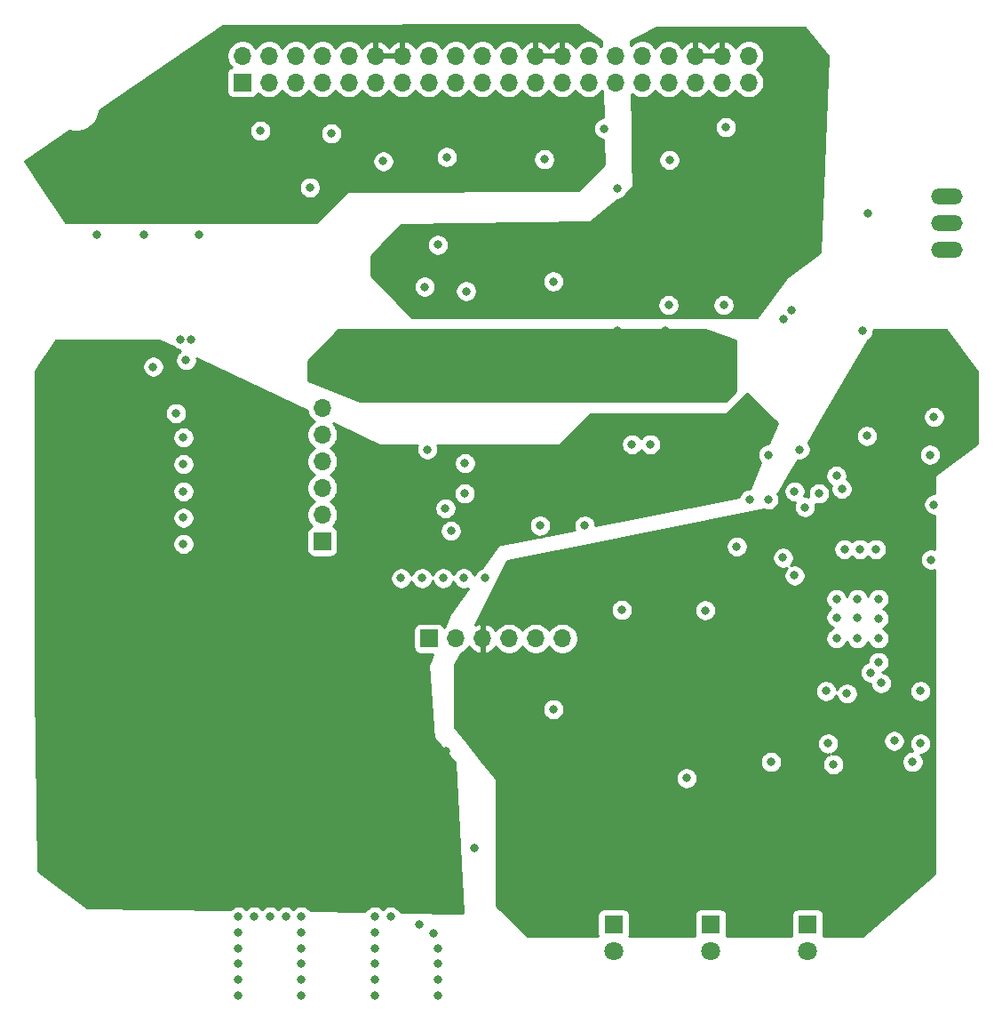
<source format=gbr>
%TF.GenerationSoftware,KiCad,Pcbnew,(5.1.6)-1*%
%TF.CreationDate,2020-09-10T03:51:48+02:00*%
%TF.ProjectId,Esp32TinyTester,45737033-3254-4696-9e79-546573746572,rev?*%
%TF.SameCoordinates,Original*%
%TF.FileFunction,Copper,L3,Inr*%
%TF.FilePolarity,Positive*%
%FSLAX46Y46*%
G04 Gerber Fmt 4.6, Leading zero omitted, Abs format (unit mm)*
G04 Created by KiCad (PCBNEW (5.1.6)-1) date 2020-09-10 03:51:48*
%MOMM*%
%LPD*%
G01*
G04 APERTURE LIST*
%TA.AperFunction,ViaPad*%
%ADD10R,1.700000X1.700000*%
%TD*%
%TA.AperFunction,ViaPad*%
%ADD11O,1.700000X1.700000*%
%TD*%
%TA.AperFunction,ViaPad*%
%ADD12C,1.800000*%
%TD*%
%TA.AperFunction,ViaPad*%
%ADD13R,1.800000X1.800000*%
%TD*%
%TA.AperFunction,ViaPad*%
%ADD14O,3.010000X1.510000*%
%TD*%
%TA.AperFunction,ViaPad*%
%ADD15C,0.800000*%
%TD*%
%TA.AperFunction,Conductor*%
%ADD16C,0.254000*%
%TD*%
G04 APERTURE END LIST*
D10*
X75870000Y-57540000D03*
D11*
X75870000Y-55000000D03*
X78410000Y-57540000D03*
X78410000Y-55000000D03*
X80950000Y-57540000D03*
X80950000Y-55000000D03*
X83490000Y-57540000D03*
X83490000Y-55000000D03*
X86030000Y-57540000D03*
X86030000Y-55000000D03*
X88570000Y-57540000D03*
X88570000Y-55000000D03*
X91110000Y-57540000D03*
X91110000Y-55000000D03*
X93650000Y-57540000D03*
X93650000Y-55000000D03*
X96190000Y-57540000D03*
X96190000Y-55000000D03*
X98730000Y-57540000D03*
X98730000Y-55000000D03*
X101270000Y-57540000D03*
X101270000Y-55000000D03*
X103810000Y-57540000D03*
X103810000Y-55000000D03*
X106350000Y-57540000D03*
X106350000Y-55000000D03*
X108890000Y-57540000D03*
X108890000Y-55000000D03*
X111430000Y-57540000D03*
X111430000Y-55000000D03*
X113970000Y-57540000D03*
X113970000Y-55000000D03*
X116510000Y-57540000D03*
X116510000Y-55000000D03*
X119050000Y-57540000D03*
X119050000Y-55000000D03*
X121590000Y-57540000D03*
X121590000Y-55000000D03*
X124130000Y-57540000D03*
X124130000Y-55000000D03*
D12*
X111250000Y-140290000D03*
D13*
X111250000Y-137750000D03*
D11*
X106370000Y-110500000D03*
X103830000Y-110500000D03*
X101290000Y-110500000D03*
X98750000Y-110500000D03*
X96210000Y-110500000D03*
D10*
X93670000Y-110500000D03*
X83500000Y-101250000D03*
D11*
X83500000Y-98710000D03*
X83500000Y-96170000D03*
X83500000Y-93630000D03*
X83500000Y-91090000D03*
X83500000Y-88550000D03*
D14*
X143000000Y-73500000D03*
X143000000Y-70960000D03*
X143000000Y-68420000D03*
D13*
X129750000Y-137750000D03*
D12*
X129750000Y-140290000D03*
X120500000Y-140290000D03*
D13*
X120500000Y-137750000D03*
D15*
X140500000Y-115500000D03*
X140500000Y-120500000D03*
X75500000Y-138500000D03*
X75500000Y-137000000D03*
X75500000Y-140000000D03*
X75500000Y-141500000D03*
X75500000Y-143000000D03*
X75500000Y-144500000D03*
X81500000Y-143000000D03*
X81500000Y-144500000D03*
X94500000Y-143000000D03*
X94500000Y-141500000D03*
X81500000Y-141500000D03*
X81500000Y-140000000D03*
X77000000Y-137000000D03*
X78500000Y-137000000D03*
X94500000Y-140000000D03*
X81500000Y-138500000D03*
X81500000Y-137000000D03*
X80000000Y-137000000D03*
X90000000Y-137000000D03*
X88500000Y-138500000D03*
X88500000Y-137000000D03*
X94500000Y-144500000D03*
X88500000Y-144500000D03*
X88500000Y-143000000D03*
X88500000Y-140000000D03*
X88500000Y-141500000D03*
X132500000Y-110500000D03*
X134500000Y-110500000D03*
X136500000Y-110500000D03*
X134500000Y-108500000D03*
X134500000Y-106750000D03*
X136250000Y-102000000D03*
X134750000Y-102000000D03*
X106200000Y-130200000D03*
X107600000Y-130200000D03*
X107600000Y-128800000D03*
X107600000Y-127400000D03*
X107600000Y-126000000D03*
X107600000Y-124600000D03*
X107600000Y-123200000D03*
X103400000Y-130200000D03*
X102200000Y-130200000D03*
X120600000Y-89600000D03*
X120600000Y-90800000D03*
X123600000Y-89400000D03*
X123600000Y-90800000D03*
X123600000Y-88200000D03*
X132200000Y-122500000D03*
X118200000Y-123800000D03*
X139750000Y-122250000D03*
X135800000Y-130250000D03*
X119750000Y-118500000D03*
X135750000Y-122250000D03*
X121600000Y-87400000D03*
X120000000Y-87400000D03*
X118200000Y-87400000D03*
X116200000Y-85200000D03*
X116200000Y-84000000D03*
X116200000Y-82600000D03*
X116200000Y-81200000D03*
X111600000Y-81200000D03*
X111600000Y-83000000D03*
X114600000Y-85200000D03*
X112750000Y-85200000D03*
X113000000Y-92000000D03*
X114750000Y-92000000D03*
X140250000Y-97750000D03*
X140000000Y-102750000D03*
X141400000Y-93000000D03*
X135400000Y-91200000D03*
X141800000Y-89400000D03*
X135000000Y-81200000D03*
X138000000Y-120250000D03*
X135500000Y-70000000D03*
X128250000Y-79250000D03*
X125250000Y-76000000D03*
X123000000Y-76000000D03*
X120250000Y-74250000D03*
X123000000Y-74250000D03*
X117750000Y-76000000D03*
X117750000Y-74250000D03*
X120500000Y-76500000D03*
X115500000Y-76000000D03*
X121750000Y-78750000D03*
X116500000Y-78750000D03*
X62500000Y-84750000D03*
X63750000Y-85250000D03*
X60750000Y-88750000D03*
X62000000Y-88750000D03*
X58500000Y-88000000D03*
X58500000Y-86750000D03*
X58500000Y-85500000D03*
X85250000Y-121250000D03*
X84500000Y-126250000D03*
X84500000Y-125000000D03*
X84500000Y-123500000D03*
X84500000Y-122250000D03*
X85500000Y-127000000D03*
X86750000Y-127000000D03*
X88000000Y-127000000D03*
X90250000Y-126250000D03*
X89250000Y-127000000D03*
X95250000Y-123750000D03*
X94000000Y-121250000D03*
X92750000Y-121250000D03*
X95250000Y-122500000D03*
X94000000Y-122500000D03*
X95250000Y-121250000D03*
X90250000Y-125000000D03*
X91500000Y-121250000D03*
X90250000Y-122500000D03*
X92750000Y-122500000D03*
X89000000Y-121250000D03*
X90250000Y-123750000D03*
X91500000Y-122500000D03*
X90250000Y-121250000D03*
X86500000Y-121250000D03*
X87750000Y-121250000D03*
X75250000Y-68250000D03*
X60250000Y-68250000D03*
X62750000Y-68500000D03*
X65250000Y-68500000D03*
X67750000Y-68250000D03*
X62750000Y-66250000D03*
X67750000Y-66250000D03*
X70250000Y-68500000D03*
X73000000Y-68250000D03*
X73000000Y-66250000D03*
X70500000Y-84000000D03*
X105500000Y-117250000D03*
X83500000Y-85750000D03*
X70250000Y-101500000D03*
X70250000Y-96500000D03*
X62000000Y-72000000D03*
X66500000Y-72000000D03*
X71750000Y-72000000D03*
X70250000Y-93890000D03*
X70250000Y-91350000D03*
X70250000Y-99000000D03*
X129000000Y-92500000D03*
X131500000Y-115500000D03*
X133500000Y-115750000D03*
X135750000Y-113750000D03*
X133000000Y-96250000D03*
X132500000Y-95000000D03*
X132500000Y-108500000D03*
X132500000Y-106750000D03*
X136500000Y-106750000D03*
X136750000Y-114750000D03*
X136500000Y-112750000D03*
X93500000Y-92500000D03*
X92500000Y-72250000D03*
X93250000Y-77000000D03*
X126000000Y-93000000D03*
X123000000Y-101750000D03*
X141500000Y-103000000D03*
X133250000Y-102000000D03*
X129500000Y-98000000D03*
X127400000Y-102800000D03*
X94500000Y-73000000D03*
X105500000Y-76500000D03*
X97200000Y-77430000D03*
X95220000Y-98100000D03*
X82300000Y-67550000D03*
X77600000Y-62150000D03*
X84350000Y-62400000D03*
X89300000Y-65050000D03*
X95350000Y-64650000D03*
X104650000Y-64850000D03*
X110325000Y-61925000D03*
X111575000Y-67675000D03*
X116575000Y-64925000D03*
X121950000Y-61800000D03*
X141800000Y-97750000D03*
X109000000Y-104750000D03*
X107000000Y-104750000D03*
X104930000Y-104750000D03*
X103000000Y-104750000D03*
X101050000Y-104750000D03*
X98970000Y-104750000D03*
X96970000Y-104750000D03*
X95010000Y-104750000D03*
X93000000Y-104750000D03*
X91000000Y-104750000D03*
X91000000Y-85750000D03*
X93000000Y-85750000D03*
X95000000Y-85750000D03*
X97000000Y-85750000D03*
X99000000Y-85750000D03*
X101010000Y-85750000D03*
X102980000Y-85750000D03*
X104960000Y-85750000D03*
X107000000Y-85750000D03*
X109000000Y-85750000D03*
X97080000Y-93800000D03*
X97060000Y-96680000D03*
X128500000Y-96500000D03*
X104250000Y-99750000D03*
X108500000Y-99750000D03*
X95750000Y-100250000D03*
X127424999Y-80075001D03*
X98000000Y-130500000D03*
X119980000Y-107820000D03*
X112020000Y-107780000D03*
X136500000Y-108600000D03*
X92750000Y-137750000D03*
X94075000Y-138575000D03*
X67375000Y-84625000D03*
X69995000Y-82005000D03*
X70995000Y-82005000D03*
X69540000Y-89040000D03*
X59500000Y-88750000D03*
X63250000Y-88750000D03*
X63750000Y-87750000D03*
X59500000Y-84750000D03*
X60750000Y-84750000D03*
X63750000Y-86500000D03*
X121000000Y-92000000D03*
X123000000Y-92000000D03*
X122000000Y-91000000D03*
X102500000Y-77500000D03*
X144500000Y-87000000D03*
X126000000Y-97250000D03*
X105000000Y-130200000D03*
X70250000Y-66250000D03*
X65250000Y-66250000D03*
X130820000Y-96680000D03*
X124250000Y-97250000D03*
X128500000Y-104500000D03*
X131700000Y-120500000D03*
X126250000Y-122250000D03*
D16*
G36*
X69273274Y-82746985D02*
G01*
X69335226Y-82808937D01*
X69504744Y-82922205D01*
X69693102Y-83000226D01*
X69885410Y-83038478D01*
X69996733Y-83091489D01*
X69840226Y-83196063D01*
X69696063Y-83340226D01*
X69582795Y-83509744D01*
X69504774Y-83698102D01*
X69465000Y-83898061D01*
X69465000Y-84101939D01*
X69504774Y-84301898D01*
X69582795Y-84490256D01*
X69696063Y-84659774D01*
X69840226Y-84803937D01*
X70009744Y-84917205D01*
X70198102Y-84995226D01*
X70398061Y-85035000D01*
X70601939Y-85035000D01*
X70801898Y-84995226D01*
X70990256Y-84917205D01*
X71159774Y-84803937D01*
X71303937Y-84659774D01*
X71417205Y-84490256D01*
X71495226Y-84301898D01*
X71535000Y-84101939D01*
X71535000Y-83898061D01*
X71518726Y-83816248D01*
X82040975Y-88826842D01*
X82072068Y-88983158D01*
X82184010Y-89253411D01*
X82346525Y-89496632D01*
X82553368Y-89703475D01*
X82727760Y-89820000D01*
X82553368Y-89936525D01*
X82346525Y-90143368D01*
X82184010Y-90386589D01*
X82072068Y-90656842D01*
X82015000Y-90943740D01*
X82015000Y-91236260D01*
X82072068Y-91523158D01*
X82184010Y-91793411D01*
X82346525Y-92036632D01*
X82553368Y-92243475D01*
X82727760Y-92360000D01*
X82553368Y-92476525D01*
X82346525Y-92683368D01*
X82184010Y-92926589D01*
X82072068Y-93196842D01*
X82015000Y-93483740D01*
X82015000Y-93776260D01*
X82072068Y-94063158D01*
X82184010Y-94333411D01*
X82346525Y-94576632D01*
X82553368Y-94783475D01*
X82727760Y-94900000D01*
X82553368Y-95016525D01*
X82346525Y-95223368D01*
X82184010Y-95466589D01*
X82072068Y-95736842D01*
X82015000Y-96023740D01*
X82015000Y-96316260D01*
X82072068Y-96603158D01*
X82184010Y-96873411D01*
X82346525Y-97116632D01*
X82553368Y-97323475D01*
X82727760Y-97440000D01*
X82553368Y-97556525D01*
X82346525Y-97763368D01*
X82184010Y-98006589D01*
X82072068Y-98276842D01*
X82015000Y-98563740D01*
X82015000Y-98856260D01*
X82072068Y-99143158D01*
X82184010Y-99413411D01*
X82346525Y-99656632D01*
X82478380Y-99788487D01*
X82405820Y-99810498D01*
X82295506Y-99869463D01*
X82198815Y-99948815D01*
X82119463Y-100045506D01*
X82060498Y-100155820D01*
X82024188Y-100275518D01*
X82011928Y-100400000D01*
X82011928Y-102100000D01*
X82024188Y-102224482D01*
X82060498Y-102344180D01*
X82119463Y-102454494D01*
X82198815Y-102551185D01*
X82295506Y-102630537D01*
X82405820Y-102689502D01*
X82525518Y-102725812D01*
X82650000Y-102738072D01*
X84350000Y-102738072D01*
X84474482Y-102725812D01*
X84594180Y-102689502D01*
X84704494Y-102630537D01*
X84801185Y-102551185D01*
X84880537Y-102454494D01*
X84939502Y-102344180D01*
X84975812Y-102224482D01*
X84988072Y-102100000D01*
X84988072Y-100400000D01*
X84975812Y-100275518D01*
X84939502Y-100155820D01*
X84935355Y-100148061D01*
X94715000Y-100148061D01*
X94715000Y-100351939D01*
X94754774Y-100551898D01*
X94832795Y-100740256D01*
X94946063Y-100909774D01*
X95090226Y-101053937D01*
X95259744Y-101167205D01*
X95448102Y-101245226D01*
X95648061Y-101285000D01*
X95851939Y-101285000D01*
X96051898Y-101245226D01*
X96240256Y-101167205D01*
X96409774Y-101053937D01*
X96553937Y-100909774D01*
X96667205Y-100740256D01*
X96745226Y-100551898D01*
X96785000Y-100351939D01*
X96785000Y-100148061D01*
X96745226Y-99948102D01*
X96667205Y-99759744D01*
X96592582Y-99648061D01*
X103215000Y-99648061D01*
X103215000Y-99851939D01*
X103254774Y-100051898D01*
X103332795Y-100240256D01*
X103446063Y-100409774D01*
X103590226Y-100553937D01*
X103759744Y-100667205D01*
X103948102Y-100745226D01*
X104148061Y-100785000D01*
X104351939Y-100785000D01*
X104551898Y-100745226D01*
X104740256Y-100667205D01*
X104909774Y-100553937D01*
X105053937Y-100409774D01*
X105167205Y-100240256D01*
X105245226Y-100051898D01*
X105285000Y-99851939D01*
X105285000Y-99648061D01*
X105245226Y-99448102D01*
X105167205Y-99259744D01*
X105053937Y-99090226D01*
X104909774Y-98946063D01*
X104740256Y-98832795D01*
X104551898Y-98754774D01*
X104351939Y-98715000D01*
X104148061Y-98715000D01*
X103948102Y-98754774D01*
X103759744Y-98832795D01*
X103590226Y-98946063D01*
X103446063Y-99090226D01*
X103332795Y-99259744D01*
X103254774Y-99448102D01*
X103215000Y-99648061D01*
X96592582Y-99648061D01*
X96553937Y-99590226D01*
X96409774Y-99446063D01*
X96240256Y-99332795D01*
X96051898Y-99254774D01*
X95851939Y-99215000D01*
X95648061Y-99215000D01*
X95448102Y-99254774D01*
X95259744Y-99332795D01*
X95090226Y-99446063D01*
X94946063Y-99590226D01*
X94832795Y-99759744D01*
X94754774Y-99948102D01*
X94715000Y-100148061D01*
X84935355Y-100148061D01*
X84880537Y-100045506D01*
X84801185Y-99948815D01*
X84704494Y-99869463D01*
X84594180Y-99810498D01*
X84521620Y-99788487D01*
X84653475Y-99656632D01*
X84815990Y-99413411D01*
X84927932Y-99143158D01*
X84985000Y-98856260D01*
X84985000Y-98563740D01*
X84927932Y-98276842D01*
X84815990Y-98006589D01*
X84810292Y-97998061D01*
X94185000Y-97998061D01*
X94185000Y-98201939D01*
X94224774Y-98401898D01*
X94302795Y-98590256D01*
X94416063Y-98759774D01*
X94560226Y-98903937D01*
X94729744Y-99017205D01*
X94918102Y-99095226D01*
X95118061Y-99135000D01*
X95321939Y-99135000D01*
X95521898Y-99095226D01*
X95710256Y-99017205D01*
X95879774Y-98903937D01*
X96023937Y-98759774D01*
X96137205Y-98590256D01*
X96215226Y-98401898D01*
X96255000Y-98201939D01*
X96255000Y-97998061D01*
X96215226Y-97798102D01*
X96137205Y-97609744D01*
X96023937Y-97440226D01*
X95879774Y-97296063D01*
X95710256Y-97182795D01*
X95521898Y-97104774D01*
X95321939Y-97065000D01*
X95118061Y-97065000D01*
X94918102Y-97104774D01*
X94729744Y-97182795D01*
X94560226Y-97296063D01*
X94416063Y-97440226D01*
X94302795Y-97609744D01*
X94224774Y-97798102D01*
X94185000Y-97998061D01*
X84810292Y-97998061D01*
X84653475Y-97763368D01*
X84446632Y-97556525D01*
X84272240Y-97440000D01*
X84446632Y-97323475D01*
X84653475Y-97116632D01*
X84815990Y-96873411D01*
X84927932Y-96603158D01*
X84932924Y-96578061D01*
X96025000Y-96578061D01*
X96025000Y-96781939D01*
X96064774Y-96981898D01*
X96142795Y-97170256D01*
X96256063Y-97339774D01*
X96400226Y-97483937D01*
X96569744Y-97597205D01*
X96758102Y-97675226D01*
X96958061Y-97715000D01*
X97161939Y-97715000D01*
X97361898Y-97675226D01*
X97550256Y-97597205D01*
X97719774Y-97483937D01*
X97863937Y-97339774D01*
X97977205Y-97170256D01*
X98055226Y-96981898D01*
X98095000Y-96781939D01*
X98095000Y-96578061D01*
X98055226Y-96378102D01*
X97977205Y-96189744D01*
X97863937Y-96020226D01*
X97719774Y-95876063D01*
X97550256Y-95762795D01*
X97361898Y-95684774D01*
X97161939Y-95645000D01*
X96958061Y-95645000D01*
X96758102Y-95684774D01*
X96569744Y-95762795D01*
X96400226Y-95876063D01*
X96256063Y-96020226D01*
X96142795Y-96189744D01*
X96064774Y-96378102D01*
X96025000Y-96578061D01*
X84932924Y-96578061D01*
X84985000Y-96316260D01*
X84985000Y-96023740D01*
X84927932Y-95736842D01*
X84815990Y-95466589D01*
X84653475Y-95223368D01*
X84446632Y-95016525D01*
X84272240Y-94900000D01*
X84446632Y-94783475D01*
X84653475Y-94576632D01*
X84815990Y-94333411D01*
X84927932Y-94063158D01*
X84985000Y-93776260D01*
X84985000Y-93698061D01*
X96045000Y-93698061D01*
X96045000Y-93901939D01*
X96084774Y-94101898D01*
X96162795Y-94290256D01*
X96276063Y-94459774D01*
X96420226Y-94603937D01*
X96589744Y-94717205D01*
X96778102Y-94795226D01*
X96978061Y-94835000D01*
X97181939Y-94835000D01*
X97381898Y-94795226D01*
X97570256Y-94717205D01*
X97739774Y-94603937D01*
X97883937Y-94459774D01*
X97997205Y-94290256D01*
X98075226Y-94101898D01*
X98115000Y-93901939D01*
X98115000Y-93698061D01*
X98075226Y-93498102D01*
X97997205Y-93309744D01*
X97883937Y-93140226D01*
X97739774Y-92996063D01*
X97570256Y-92882795D01*
X97381898Y-92804774D01*
X97181939Y-92765000D01*
X96978061Y-92765000D01*
X96778102Y-92804774D01*
X96589744Y-92882795D01*
X96420226Y-92996063D01*
X96276063Y-93140226D01*
X96162795Y-93309744D01*
X96084774Y-93498102D01*
X96045000Y-93698061D01*
X84985000Y-93698061D01*
X84985000Y-93483740D01*
X84927932Y-93196842D01*
X84815990Y-92926589D01*
X84653475Y-92683368D01*
X84446632Y-92476525D01*
X84272240Y-92360000D01*
X84446632Y-92243475D01*
X84653475Y-92036632D01*
X84815990Y-91793411D01*
X84927932Y-91523158D01*
X84985000Y-91236260D01*
X84985000Y-90943740D01*
X84927932Y-90656842D01*
X84815990Y-90386589D01*
X84653475Y-90143368D01*
X84515108Y-90005001D01*
X88945398Y-92114663D01*
X88968817Y-92123112D01*
X89000000Y-92127000D01*
X92534226Y-92127000D01*
X92504774Y-92198102D01*
X92465000Y-92398061D01*
X92465000Y-92601939D01*
X92504774Y-92801898D01*
X92582795Y-92990256D01*
X92696063Y-93159774D01*
X92840226Y-93303937D01*
X93009744Y-93417205D01*
X93198102Y-93495226D01*
X93398061Y-93535000D01*
X93601939Y-93535000D01*
X93801898Y-93495226D01*
X93990256Y-93417205D01*
X94159774Y-93303937D01*
X94303937Y-93159774D01*
X94417205Y-92990256D01*
X94495226Y-92801898D01*
X94535000Y-92601939D01*
X94535000Y-92398061D01*
X94495226Y-92198102D01*
X94465774Y-92127000D01*
X106000000Y-92127000D01*
X106024776Y-92124560D01*
X106048601Y-92117333D01*
X106070557Y-92105597D01*
X106089803Y-92089803D01*
X106281545Y-91898061D01*
X111965000Y-91898061D01*
X111965000Y-92101939D01*
X112004774Y-92301898D01*
X112082795Y-92490256D01*
X112196063Y-92659774D01*
X112340226Y-92803937D01*
X112509744Y-92917205D01*
X112698102Y-92995226D01*
X112898061Y-93035000D01*
X113101939Y-93035000D01*
X113301898Y-92995226D01*
X113490256Y-92917205D01*
X113659774Y-92803937D01*
X113803937Y-92659774D01*
X113875000Y-92553420D01*
X113946063Y-92659774D01*
X114090226Y-92803937D01*
X114259744Y-92917205D01*
X114448102Y-92995226D01*
X114648061Y-93035000D01*
X114851939Y-93035000D01*
X115051898Y-92995226D01*
X115240256Y-92917205D01*
X115409774Y-92803937D01*
X115553937Y-92659774D01*
X115667205Y-92490256D01*
X115745226Y-92301898D01*
X115785000Y-92101939D01*
X115785000Y-91898061D01*
X115745226Y-91698102D01*
X115667205Y-91509744D01*
X115553937Y-91340226D01*
X115409774Y-91196063D01*
X115240256Y-91082795D01*
X115051898Y-91004774D01*
X114851939Y-90965000D01*
X114648061Y-90965000D01*
X114448102Y-91004774D01*
X114259744Y-91082795D01*
X114090226Y-91196063D01*
X113946063Y-91340226D01*
X113875000Y-91446580D01*
X113803937Y-91340226D01*
X113659774Y-91196063D01*
X113490256Y-91082795D01*
X113301898Y-91004774D01*
X113101939Y-90965000D01*
X112898061Y-90965000D01*
X112698102Y-91004774D01*
X112509744Y-91082795D01*
X112340226Y-91196063D01*
X112196063Y-91340226D01*
X112082795Y-91509744D01*
X112004774Y-91698102D01*
X111965000Y-91898061D01*
X106281545Y-91898061D01*
X109052606Y-89127000D01*
X122000000Y-89127000D01*
X122024776Y-89124560D01*
X122048601Y-89117333D01*
X122070557Y-89105597D01*
X122089803Y-89089803D01*
X124000000Y-87179606D01*
X126849398Y-90029004D01*
X126019685Y-91965000D01*
X125898061Y-91965000D01*
X125698102Y-92004774D01*
X125509744Y-92082795D01*
X125340226Y-92196063D01*
X125196063Y-92340226D01*
X125082795Y-92509744D01*
X125004774Y-92698102D01*
X124965000Y-92898061D01*
X124965000Y-93101939D01*
X125004774Y-93301898D01*
X125082795Y-93490256D01*
X125196063Y-93659774D01*
X125264167Y-93727878D01*
X124198257Y-96215000D01*
X124148061Y-96215000D01*
X123948102Y-96254774D01*
X123759744Y-96332795D01*
X123590226Y-96446063D01*
X123446063Y-96590226D01*
X123332795Y-96759744D01*
X123254774Y-96948102D01*
X123239978Y-97022489D01*
X109535000Y-99763485D01*
X109535000Y-99648061D01*
X109495226Y-99448102D01*
X109417205Y-99259744D01*
X109303937Y-99090226D01*
X109159774Y-98946063D01*
X108990256Y-98832795D01*
X108801898Y-98754774D01*
X108601939Y-98715000D01*
X108398061Y-98715000D01*
X108198102Y-98754774D01*
X108009744Y-98832795D01*
X107840226Y-98946063D01*
X107696063Y-99090226D01*
X107582795Y-99259744D01*
X107504774Y-99448102D01*
X107465000Y-99648061D01*
X107465000Y-99851939D01*
X107504774Y-100051898D01*
X107549771Y-100160530D01*
X100225093Y-101625466D01*
X100201276Y-101632718D01*
X100179332Y-101644477D01*
X100160104Y-101660291D01*
X100145582Y-101677710D01*
X98713925Y-103745659D01*
X98668102Y-103754774D01*
X98479744Y-103832795D01*
X98310226Y-103946063D01*
X98166063Y-104090226D01*
X98052795Y-104259744D01*
X97974774Y-104448102D01*
X97970000Y-104472103D01*
X97965226Y-104448102D01*
X97887205Y-104259744D01*
X97773937Y-104090226D01*
X97629774Y-103946063D01*
X97460256Y-103832795D01*
X97271898Y-103754774D01*
X97071939Y-103715000D01*
X96868061Y-103715000D01*
X96668102Y-103754774D01*
X96479744Y-103832795D01*
X96310226Y-103946063D01*
X96166063Y-104090226D01*
X96052795Y-104259744D01*
X95990000Y-104411343D01*
X95927205Y-104259744D01*
X95813937Y-104090226D01*
X95669774Y-103946063D01*
X95500256Y-103832795D01*
X95311898Y-103754774D01*
X95111939Y-103715000D01*
X94908061Y-103715000D01*
X94708102Y-103754774D01*
X94519744Y-103832795D01*
X94350226Y-103946063D01*
X94206063Y-104090226D01*
X94092795Y-104259744D01*
X94014774Y-104448102D01*
X94005000Y-104497240D01*
X93995226Y-104448102D01*
X93917205Y-104259744D01*
X93803937Y-104090226D01*
X93659774Y-103946063D01*
X93490256Y-103832795D01*
X93301898Y-103754774D01*
X93101939Y-103715000D01*
X92898061Y-103715000D01*
X92698102Y-103754774D01*
X92509744Y-103832795D01*
X92340226Y-103946063D01*
X92196063Y-104090226D01*
X92082795Y-104259744D01*
X92004774Y-104448102D01*
X92000000Y-104472103D01*
X91995226Y-104448102D01*
X91917205Y-104259744D01*
X91803937Y-104090226D01*
X91659774Y-103946063D01*
X91490256Y-103832795D01*
X91301898Y-103754774D01*
X91101939Y-103715000D01*
X90898061Y-103715000D01*
X90698102Y-103754774D01*
X90509744Y-103832795D01*
X90340226Y-103946063D01*
X90196063Y-104090226D01*
X90082795Y-104259744D01*
X90004774Y-104448102D01*
X89965000Y-104648061D01*
X89965000Y-104851939D01*
X90004774Y-105051898D01*
X90082795Y-105240256D01*
X90196063Y-105409774D01*
X90340226Y-105553937D01*
X90509744Y-105667205D01*
X90698102Y-105745226D01*
X90898061Y-105785000D01*
X91101939Y-105785000D01*
X91301898Y-105745226D01*
X91490256Y-105667205D01*
X91659774Y-105553937D01*
X91803937Y-105409774D01*
X91917205Y-105240256D01*
X91995226Y-105051898D01*
X92000000Y-105027897D01*
X92004774Y-105051898D01*
X92082795Y-105240256D01*
X92196063Y-105409774D01*
X92340226Y-105553937D01*
X92509744Y-105667205D01*
X92698102Y-105745226D01*
X92898061Y-105785000D01*
X93101939Y-105785000D01*
X93301898Y-105745226D01*
X93490256Y-105667205D01*
X93659774Y-105553937D01*
X93803937Y-105409774D01*
X93917205Y-105240256D01*
X93995226Y-105051898D01*
X94005000Y-105002760D01*
X94014774Y-105051898D01*
X94092795Y-105240256D01*
X94206063Y-105409774D01*
X94350226Y-105553937D01*
X94519744Y-105667205D01*
X94708102Y-105745226D01*
X94908061Y-105785000D01*
X95111939Y-105785000D01*
X95311898Y-105745226D01*
X95500256Y-105667205D01*
X95669774Y-105553937D01*
X95813937Y-105409774D01*
X95927205Y-105240256D01*
X95990000Y-105088657D01*
X96052795Y-105240256D01*
X96166063Y-105409774D01*
X96310226Y-105553937D01*
X96479744Y-105667205D01*
X96668102Y-105745226D01*
X96868061Y-105785000D01*
X97071939Y-105785000D01*
X97271898Y-105745226D01*
X97352813Y-105711710D01*
X95645582Y-108177710D01*
X95632952Y-108200717D01*
X95116218Y-109427960D01*
X95109502Y-109405820D01*
X95050537Y-109295506D01*
X94971185Y-109198815D01*
X94874494Y-109119463D01*
X94764180Y-109060498D01*
X94644482Y-109024188D01*
X94520000Y-109011928D01*
X92820000Y-109011928D01*
X92695518Y-109024188D01*
X92575820Y-109060498D01*
X92465506Y-109119463D01*
X92368815Y-109198815D01*
X92289463Y-109295506D01*
X92230498Y-109405820D01*
X92194188Y-109525518D01*
X92181928Y-109650000D01*
X92181928Y-111350000D01*
X92194188Y-111474482D01*
X92230498Y-111594180D01*
X92289463Y-111704494D01*
X92368815Y-111801185D01*
X92465506Y-111880537D01*
X92575820Y-111939502D01*
X92695518Y-111975812D01*
X92820000Y-111988072D01*
X94038276Y-111988072D01*
X93632952Y-112950717D01*
X93625587Y-112974499D01*
X93623323Y-113009048D01*
X94123323Y-120009048D01*
X94127522Y-120033588D01*
X94136428Y-120056837D01*
X94155079Y-120084374D01*
X96125472Y-122301066D01*
X96866165Y-136621129D01*
X90929187Y-136538671D01*
X90917205Y-136509744D01*
X90803937Y-136340226D01*
X90659774Y-136196063D01*
X90490256Y-136082795D01*
X90301898Y-136004774D01*
X90101939Y-135965000D01*
X89898061Y-135965000D01*
X89698102Y-136004774D01*
X89509744Y-136082795D01*
X89340226Y-136196063D01*
X89250000Y-136286289D01*
X89159774Y-136196063D01*
X88990256Y-136082795D01*
X88801898Y-136004774D01*
X88601939Y-135965000D01*
X88398061Y-135965000D01*
X88198102Y-136004774D01*
X88009744Y-136082795D01*
X87840226Y-136196063D01*
X87696063Y-136340226D01*
X87594414Y-136492355D01*
X82356981Y-136419612D01*
X82303937Y-136340226D01*
X82159774Y-136196063D01*
X81990256Y-136082795D01*
X81801898Y-136004774D01*
X81601939Y-135965000D01*
X81398061Y-135965000D01*
X81198102Y-136004774D01*
X81009744Y-136082795D01*
X80840226Y-136196063D01*
X80750000Y-136286289D01*
X80659774Y-136196063D01*
X80490256Y-136082795D01*
X80301898Y-136004774D01*
X80101939Y-135965000D01*
X79898061Y-135965000D01*
X79698102Y-136004774D01*
X79509744Y-136082795D01*
X79340226Y-136196063D01*
X79250000Y-136286289D01*
X79159774Y-136196063D01*
X78990256Y-136082795D01*
X78801898Y-136004774D01*
X78601939Y-135965000D01*
X78398061Y-135965000D01*
X78198102Y-136004774D01*
X78009744Y-136082795D01*
X77840226Y-136196063D01*
X77750000Y-136286289D01*
X77659774Y-136196063D01*
X77490256Y-136082795D01*
X77301898Y-136004774D01*
X77101939Y-135965000D01*
X76898061Y-135965000D01*
X76698102Y-136004774D01*
X76509744Y-136082795D01*
X76340226Y-136196063D01*
X76250000Y-136286289D01*
X76159774Y-136196063D01*
X75990256Y-136082795D01*
X75801898Y-136004774D01*
X75601939Y-135965000D01*
X75398061Y-135965000D01*
X75198102Y-136004774D01*
X75009744Y-136082795D01*
X74840226Y-136196063D01*
X74722708Y-136313581D01*
X61042520Y-136123578D01*
X56376099Y-132685162D01*
X56127000Y-114999134D01*
X56127000Y-101398061D01*
X69215000Y-101398061D01*
X69215000Y-101601939D01*
X69254774Y-101801898D01*
X69332795Y-101990256D01*
X69446063Y-102159774D01*
X69590226Y-102303937D01*
X69759744Y-102417205D01*
X69948102Y-102495226D01*
X70148061Y-102535000D01*
X70351939Y-102535000D01*
X70551898Y-102495226D01*
X70740256Y-102417205D01*
X70909774Y-102303937D01*
X71053937Y-102159774D01*
X71167205Y-101990256D01*
X71245226Y-101801898D01*
X71285000Y-101601939D01*
X71285000Y-101398061D01*
X71245226Y-101198102D01*
X71167205Y-101009744D01*
X71053937Y-100840226D01*
X70909774Y-100696063D01*
X70740256Y-100582795D01*
X70551898Y-100504774D01*
X70351939Y-100465000D01*
X70148061Y-100465000D01*
X69948102Y-100504774D01*
X69759744Y-100582795D01*
X69590226Y-100696063D01*
X69446063Y-100840226D01*
X69332795Y-101009744D01*
X69254774Y-101198102D01*
X69215000Y-101398061D01*
X56127000Y-101398061D01*
X56127000Y-98898061D01*
X69215000Y-98898061D01*
X69215000Y-99101939D01*
X69254774Y-99301898D01*
X69332795Y-99490256D01*
X69446063Y-99659774D01*
X69590226Y-99803937D01*
X69759744Y-99917205D01*
X69948102Y-99995226D01*
X70148061Y-100035000D01*
X70351939Y-100035000D01*
X70551898Y-99995226D01*
X70740256Y-99917205D01*
X70909774Y-99803937D01*
X71053937Y-99659774D01*
X71167205Y-99490256D01*
X71245226Y-99301898D01*
X71285000Y-99101939D01*
X71285000Y-98898061D01*
X71245226Y-98698102D01*
X71167205Y-98509744D01*
X71053937Y-98340226D01*
X70909774Y-98196063D01*
X70740256Y-98082795D01*
X70551898Y-98004774D01*
X70351939Y-97965000D01*
X70148061Y-97965000D01*
X69948102Y-98004774D01*
X69759744Y-98082795D01*
X69590226Y-98196063D01*
X69446063Y-98340226D01*
X69332795Y-98509744D01*
X69254774Y-98698102D01*
X69215000Y-98898061D01*
X56127000Y-98898061D01*
X56127000Y-96398061D01*
X69215000Y-96398061D01*
X69215000Y-96601939D01*
X69254774Y-96801898D01*
X69332795Y-96990256D01*
X69446063Y-97159774D01*
X69590226Y-97303937D01*
X69759744Y-97417205D01*
X69948102Y-97495226D01*
X70148061Y-97535000D01*
X70351939Y-97535000D01*
X70551898Y-97495226D01*
X70740256Y-97417205D01*
X70909774Y-97303937D01*
X71053937Y-97159774D01*
X71167205Y-96990256D01*
X71245226Y-96801898D01*
X71285000Y-96601939D01*
X71285000Y-96398061D01*
X71245226Y-96198102D01*
X71167205Y-96009744D01*
X71053937Y-95840226D01*
X70909774Y-95696063D01*
X70740256Y-95582795D01*
X70551898Y-95504774D01*
X70351939Y-95465000D01*
X70148061Y-95465000D01*
X69948102Y-95504774D01*
X69759744Y-95582795D01*
X69590226Y-95696063D01*
X69446063Y-95840226D01*
X69332795Y-96009744D01*
X69254774Y-96198102D01*
X69215000Y-96398061D01*
X56127000Y-96398061D01*
X56127000Y-93788061D01*
X69215000Y-93788061D01*
X69215000Y-93991939D01*
X69254774Y-94191898D01*
X69332795Y-94380256D01*
X69446063Y-94549774D01*
X69590226Y-94693937D01*
X69759744Y-94807205D01*
X69948102Y-94885226D01*
X70148061Y-94925000D01*
X70351939Y-94925000D01*
X70551898Y-94885226D01*
X70740256Y-94807205D01*
X70909774Y-94693937D01*
X71053937Y-94549774D01*
X71167205Y-94380256D01*
X71245226Y-94191898D01*
X71285000Y-93991939D01*
X71285000Y-93788061D01*
X71245226Y-93588102D01*
X71167205Y-93399744D01*
X71053937Y-93230226D01*
X70909774Y-93086063D01*
X70740256Y-92972795D01*
X70551898Y-92894774D01*
X70351939Y-92855000D01*
X70148061Y-92855000D01*
X69948102Y-92894774D01*
X69759744Y-92972795D01*
X69590226Y-93086063D01*
X69446063Y-93230226D01*
X69332795Y-93399744D01*
X69254774Y-93588102D01*
X69215000Y-93788061D01*
X56127000Y-93788061D01*
X56127000Y-91248061D01*
X69215000Y-91248061D01*
X69215000Y-91451939D01*
X69254774Y-91651898D01*
X69332795Y-91840256D01*
X69446063Y-92009774D01*
X69590226Y-92153937D01*
X69759744Y-92267205D01*
X69948102Y-92345226D01*
X70148061Y-92385000D01*
X70351939Y-92385000D01*
X70551898Y-92345226D01*
X70740256Y-92267205D01*
X70909774Y-92153937D01*
X71053937Y-92009774D01*
X71167205Y-91840256D01*
X71245226Y-91651898D01*
X71285000Y-91451939D01*
X71285000Y-91248061D01*
X71245226Y-91048102D01*
X71167205Y-90859744D01*
X71053937Y-90690226D01*
X70909774Y-90546063D01*
X70740256Y-90432795D01*
X70551898Y-90354774D01*
X70351939Y-90315000D01*
X70148061Y-90315000D01*
X69948102Y-90354774D01*
X69759744Y-90432795D01*
X69590226Y-90546063D01*
X69446063Y-90690226D01*
X69332795Y-90859744D01*
X69254774Y-91048102D01*
X69215000Y-91248061D01*
X56127000Y-91248061D01*
X56127000Y-88938061D01*
X68505000Y-88938061D01*
X68505000Y-89141939D01*
X68544774Y-89341898D01*
X68622795Y-89530256D01*
X68736063Y-89699774D01*
X68880226Y-89843937D01*
X69049744Y-89957205D01*
X69238102Y-90035226D01*
X69438061Y-90075000D01*
X69641939Y-90075000D01*
X69841898Y-90035226D01*
X70030256Y-89957205D01*
X70199774Y-89843937D01*
X70343937Y-89699774D01*
X70457205Y-89530256D01*
X70535226Y-89341898D01*
X70575000Y-89141939D01*
X70575000Y-88938061D01*
X70535226Y-88738102D01*
X70457205Y-88549744D01*
X70343937Y-88380226D01*
X70199774Y-88236063D01*
X70030256Y-88122795D01*
X69841898Y-88044774D01*
X69641939Y-88005000D01*
X69438061Y-88005000D01*
X69238102Y-88044774D01*
X69049744Y-88122795D01*
X68880226Y-88236063D01*
X68736063Y-88380226D01*
X68622795Y-88549744D01*
X68544774Y-88738102D01*
X68505000Y-88938061D01*
X56127000Y-88938061D01*
X56127000Y-85038452D01*
X56470594Y-84523061D01*
X66340000Y-84523061D01*
X66340000Y-84726939D01*
X66379774Y-84926898D01*
X66457795Y-85115256D01*
X66571063Y-85284774D01*
X66715226Y-85428937D01*
X66884744Y-85542205D01*
X67073102Y-85620226D01*
X67273061Y-85660000D01*
X67476939Y-85660000D01*
X67676898Y-85620226D01*
X67865256Y-85542205D01*
X68034774Y-85428937D01*
X68178937Y-85284774D01*
X68292205Y-85115256D01*
X68370226Y-84926898D01*
X68410000Y-84726939D01*
X68410000Y-84523061D01*
X68370226Y-84323102D01*
X68292205Y-84134744D01*
X68178937Y-83965226D01*
X68034774Y-83821063D01*
X67865256Y-83707795D01*
X67676898Y-83629774D01*
X67476939Y-83590000D01*
X67273061Y-83590000D01*
X67073102Y-83629774D01*
X66884744Y-83707795D01*
X66715226Y-83821063D01*
X66571063Y-83965226D01*
X66457795Y-84134744D01*
X66379774Y-84323102D01*
X66340000Y-84523061D01*
X56470594Y-84523061D01*
X58067968Y-82127000D01*
X67971306Y-82127000D01*
X69273274Y-82746985D01*
G37*
X69273274Y-82746985D02*
X69335226Y-82808937D01*
X69504744Y-82922205D01*
X69693102Y-83000226D01*
X69885410Y-83038478D01*
X69996733Y-83091489D01*
X69840226Y-83196063D01*
X69696063Y-83340226D01*
X69582795Y-83509744D01*
X69504774Y-83698102D01*
X69465000Y-83898061D01*
X69465000Y-84101939D01*
X69504774Y-84301898D01*
X69582795Y-84490256D01*
X69696063Y-84659774D01*
X69840226Y-84803937D01*
X70009744Y-84917205D01*
X70198102Y-84995226D01*
X70398061Y-85035000D01*
X70601939Y-85035000D01*
X70801898Y-84995226D01*
X70990256Y-84917205D01*
X71159774Y-84803937D01*
X71303937Y-84659774D01*
X71417205Y-84490256D01*
X71495226Y-84301898D01*
X71535000Y-84101939D01*
X71535000Y-83898061D01*
X71518726Y-83816248D01*
X82040975Y-88826842D01*
X82072068Y-88983158D01*
X82184010Y-89253411D01*
X82346525Y-89496632D01*
X82553368Y-89703475D01*
X82727760Y-89820000D01*
X82553368Y-89936525D01*
X82346525Y-90143368D01*
X82184010Y-90386589D01*
X82072068Y-90656842D01*
X82015000Y-90943740D01*
X82015000Y-91236260D01*
X82072068Y-91523158D01*
X82184010Y-91793411D01*
X82346525Y-92036632D01*
X82553368Y-92243475D01*
X82727760Y-92360000D01*
X82553368Y-92476525D01*
X82346525Y-92683368D01*
X82184010Y-92926589D01*
X82072068Y-93196842D01*
X82015000Y-93483740D01*
X82015000Y-93776260D01*
X82072068Y-94063158D01*
X82184010Y-94333411D01*
X82346525Y-94576632D01*
X82553368Y-94783475D01*
X82727760Y-94900000D01*
X82553368Y-95016525D01*
X82346525Y-95223368D01*
X82184010Y-95466589D01*
X82072068Y-95736842D01*
X82015000Y-96023740D01*
X82015000Y-96316260D01*
X82072068Y-96603158D01*
X82184010Y-96873411D01*
X82346525Y-97116632D01*
X82553368Y-97323475D01*
X82727760Y-97440000D01*
X82553368Y-97556525D01*
X82346525Y-97763368D01*
X82184010Y-98006589D01*
X82072068Y-98276842D01*
X82015000Y-98563740D01*
X82015000Y-98856260D01*
X82072068Y-99143158D01*
X82184010Y-99413411D01*
X82346525Y-99656632D01*
X82478380Y-99788487D01*
X82405820Y-99810498D01*
X82295506Y-99869463D01*
X82198815Y-99948815D01*
X82119463Y-100045506D01*
X82060498Y-100155820D01*
X82024188Y-100275518D01*
X82011928Y-100400000D01*
X82011928Y-102100000D01*
X82024188Y-102224482D01*
X82060498Y-102344180D01*
X82119463Y-102454494D01*
X82198815Y-102551185D01*
X82295506Y-102630537D01*
X82405820Y-102689502D01*
X82525518Y-102725812D01*
X82650000Y-102738072D01*
X84350000Y-102738072D01*
X84474482Y-102725812D01*
X84594180Y-102689502D01*
X84704494Y-102630537D01*
X84801185Y-102551185D01*
X84880537Y-102454494D01*
X84939502Y-102344180D01*
X84975812Y-102224482D01*
X84988072Y-102100000D01*
X84988072Y-100400000D01*
X84975812Y-100275518D01*
X84939502Y-100155820D01*
X84935355Y-100148061D01*
X94715000Y-100148061D01*
X94715000Y-100351939D01*
X94754774Y-100551898D01*
X94832795Y-100740256D01*
X94946063Y-100909774D01*
X95090226Y-101053937D01*
X95259744Y-101167205D01*
X95448102Y-101245226D01*
X95648061Y-101285000D01*
X95851939Y-101285000D01*
X96051898Y-101245226D01*
X96240256Y-101167205D01*
X96409774Y-101053937D01*
X96553937Y-100909774D01*
X96667205Y-100740256D01*
X96745226Y-100551898D01*
X96785000Y-100351939D01*
X96785000Y-100148061D01*
X96745226Y-99948102D01*
X96667205Y-99759744D01*
X96592582Y-99648061D01*
X103215000Y-99648061D01*
X103215000Y-99851939D01*
X103254774Y-100051898D01*
X103332795Y-100240256D01*
X103446063Y-100409774D01*
X103590226Y-100553937D01*
X103759744Y-100667205D01*
X103948102Y-100745226D01*
X104148061Y-100785000D01*
X104351939Y-100785000D01*
X104551898Y-100745226D01*
X104740256Y-100667205D01*
X104909774Y-100553937D01*
X105053937Y-100409774D01*
X105167205Y-100240256D01*
X105245226Y-100051898D01*
X105285000Y-99851939D01*
X105285000Y-99648061D01*
X105245226Y-99448102D01*
X105167205Y-99259744D01*
X105053937Y-99090226D01*
X104909774Y-98946063D01*
X104740256Y-98832795D01*
X104551898Y-98754774D01*
X104351939Y-98715000D01*
X104148061Y-98715000D01*
X103948102Y-98754774D01*
X103759744Y-98832795D01*
X103590226Y-98946063D01*
X103446063Y-99090226D01*
X103332795Y-99259744D01*
X103254774Y-99448102D01*
X103215000Y-99648061D01*
X96592582Y-99648061D01*
X96553937Y-99590226D01*
X96409774Y-99446063D01*
X96240256Y-99332795D01*
X96051898Y-99254774D01*
X95851939Y-99215000D01*
X95648061Y-99215000D01*
X95448102Y-99254774D01*
X95259744Y-99332795D01*
X95090226Y-99446063D01*
X94946063Y-99590226D01*
X94832795Y-99759744D01*
X94754774Y-99948102D01*
X94715000Y-100148061D01*
X84935355Y-100148061D01*
X84880537Y-100045506D01*
X84801185Y-99948815D01*
X84704494Y-99869463D01*
X84594180Y-99810498D01*
X84521620Y-99788487D01*
X84653475Y-99656632D01*
X84815990Y-99413411D01*
X84927932Y-99143158D01*
X84985000Y-98856260D01*
X84985000Y-98563740D01*
X84927932Y-98276842D01*
X84815990Y-98006589D01*
X84810292Y-97998061D01*
X94185000Y-97998061D01*
X94185000Y-98201939D01*
X94224774Y-98401898D01*
X94302795Y-98590256D01*
X94416063Y-98759774D01*
X94560226Y-98903937D01*
X94729744Y-99017205D01*
X94918102Y-99095226D01*
X95118061Y-99135000D01*
X95321939Y-99135000D01*
X95521898Y-99095226D01*
X95710256Y-99017205D01*
X95879774Y-98903937D01*
X96023937Y-98759774D01*
X96137205Y-98590256D01*
X96215226Y-98401898D01*
X96255000Y-98201939D01*
X96255000Y-97998061D01*
X96215226Y-97798102D01*
X96137205Y-97609744D01*
X96023937Y-97440226D01*
X95879774Y-97296063D01*
X95710256Y-97182795D01*
X95521898Y-97104774D01*
X95321939Y-97065000D01*
X95118061Y-97065000D01*
X94918102Y-97104774D01*
X94729744Y-97182795D01*
X94560226Y-97296063D01*
X94416063Y-97440226D01*
X94302795Y-97609744D01*
X94224774Y-97798102D01*
X94185000Y-97998061D01*
X84810292Y-97998061D01*
X84653475Y-97763368D01*
X84446632Y-97556525D01*
X84272240Y-97440000D01*
X84446632Y-97323475D01*
X84653475Y-97116632D01*
X84815990Y-96873411D01*
X84927932Y-96603158D01*
X84932924Y-96578061D01*
X96025000Y-96578061D01*
X96025000Y-96781939D01*
X96064774Y-96981898D01*
X96142795Y-97170256D01*
X96256063Y-97339774D01*
X96400226Y-97483937D01*
X96569744Y-97597205D01*
X96758102Y-97675226D01*
X96958061Y-97715000D01*
X97161939Y-97715000D01*
X97361898Y-97675226D01*
X97550256Y-97597205D01*
X97719774Y-97483937D01*
X97863937Y-97339774D01*
X97977205Y-97170256D01*
X98055226Y-96981898D01*
X98095000Y-96781939D01*
X98095000Y-96578061D01*
X98055226Y-96378102D01*
X97977205Y-96189744D01*
X97863937Y-96020226D01*
X97719774Y-95876063D01*
X97550256Y-95762795D01*
X97361898Y-95684774D01*
X97161939Y-95645000D01*
X96958061Y-95645000D01*
X96758102Y-95684774D01*
X96569744Y-95762795D01*
X96400226Y-95876063D01*
X96256063Y-96020226D01*
X96142795Y-96189744D01*
X96064774Y-96378102D01*
X96025000Y-96578061D01*
X84932924Y-96578061D01*
X84985000Y-96316260D01*
X84985000Y-96023740D01*
X84927932Y-95736842D01*
X84815990Y-95466589D01*
X84653475Y-95223368D01*
X84446632Y-95016525D01*
X84272240Y-94900000D01*
X84446632Y-94783475D01*
X84653475Y-94576632D01*
X84815990Y-94333411D01*
X84927932Y-94063158D01*
X84985000Y-93776260D01*
X84985000Y-93698061D01*
X96045000Y-93698061D01*
X96045000Y-93901939D01*
X96084774Y-94101898D01*
X96162795Y-94290256D01*
X96276063Y-94459774D01*
X96420226Y-94603937D01*
X96589744Y-94717205D01*
X96778102Y-94795226D01*
X96978061Y-94835000D01*
X97181939Y-94835000D01*
X97381898Y-94795226D01*
X97570256Y-94717205D01*
X97739774Y-94603937D01*
X97883937Y-94459774D01*
X97997205Y-94290256D01*
X98075226Y-94101898D01*
X98115000Y-93901939D01*
X98115000Y-93698061D01*
X98075226Y-93498102D01*
X97997205Y-93309744D01*
X97883937Y-93140226D01*
X97739774Y-92996063D01*
X97570256Y-92882795D01*
X97381898Y-92804774D01*
X97181939Y-92765000D01*
X96978061Y-92765000D01*
X96778102Y-92804774D01*
X96589744Y-92882795D01*
X96420226Y-92996063D01*
X96276063Y-93140226D01*
X96162795Y-93309744D01*
X96084774Y-93498102D01*
X96045000Y-93698061D01*
X84985000Y-93698061D01*
X84985000Y-93483740D01*
X84927932Y-93196842D01*
X84815990Y-92926589D01*
X84653475Y-92683368D01*
X84446632Y-92476525D01*
X84272240Y-92360000D01*
X84446632Y-92243475D01*
X84653475Y-92036632D01*
X84815990Y-91793411D01*
X84927932Y-91523158D01*
X84985000Y-91236260D01*
X84985000Y-90943740D01*
X84927932Y-90656842D01*
X84815990Y-90386589D01*
X84653475Y-90143368D01*
X84515108Y-90005001D01*
X88945398Y-92114663D01*
X88968817Y-92123112D01*
X89000000Y-92127000D01*
X92534226Y-92127000D01*
X92504774Y-92198102D01*
X92465000Y-92398061D01*
X92465000Y-92601939D01*
X92504774Y-92801898D01*
X92582795Y-92990256D01*
X92696063Y-93159774D01*
X92840226Y-93303937D01*
X93009744Y-93417205D01*
X93198102Y-93495226D01*
X93398061Y-93535000D01*
X93601939Y-93535000D01*
X93801898Y-93495226D01*
X93990256Y-93417205D01*
X94159774Y-93303937D01*
X94303937Y-93159774D01*
X94417205Y-92990256D01*
X94495226Y-92801898D01*
X94535000Y-92601939D01*
X94535000Y-92398061D01*
X94495226Y-92198102D01*
X94465774Y-92127000D01*
X106000000Y-92127000D01*
X106024776Y-92124560D01*
X106048601Y-92117333D01*
X106070557Y-92105597D01*
X106089803Y-92089803D01*
X106281545Y-91898061D01*
X111965000Y-91898061D01*
X111965000Y-92101939D01*
X112004774Y-92301898D01*
X112082795Y-92490256D01*
X112196063Y-92659774D01*
X112340226Y-92803937D01*
X112509744Y-92917205D01*
X112698102Y-92995226D01*
X112898061Y-93035000D01*
X113101939Y-93035000D01*
X113301898Y-92995226D01*
X113490256Y-92917205D01*
X113659774Y-92803937D01*
X113803937Y-92659774D01*
X113875000Y-92553420D01*
X113946063Y-92659774D01*
X114090226Y-92803937D01*
X114259744Y-92917205D01*
X114448102Y-92995226D01*
X114648061Y-93035000D01*
X114851939Y-93035000D01*
X115051898Y-92995226D01*
X115240256Y-92917205D01*
X115409774Y-92803937D01*
X115553937Y-92659774D01*
X115667205Y-92490256D01*
X115745226Y-92301898D01*
X115785000Y-92101939D01*
X115785000Y-91898061D01*
X115745226Y-91698102D01*
X115667205Y-91509744D01*
X115553937Y-91340226D01*
X115409774Y-91196063D01*
X115240256Y-91082795D01*
X115051898Y-91004774D01*
X114851939Y-90965000D01*
X114648061Y-90965000D01*
X114448102Y-91004774D01*
X114259744Y-91082795D01*
X114090226Y-91196063D01*
X113946063Y-91340226D01*
X113875000Y-91446580D01*
X113803937Y-91340226D01*
X113659774Y-91196063D01*
X113490256Y-91082795D01*
X113301898Y-91004774D01*
X113101939Y-90965000D01*
X112898061Y-90965000D01*
X112698102Y-91004774D01*
X112509744Y-91082795D01*
X112340226Y-91196063D01*
X112196063Y-91340226D01*
X112082795Y-91509744D01*
X112004774Y-91698102D01*
X111965000Y-91898061D01*
X106281545Y-91898061D01*
X109052606Y-89127000D01*
X122000000Y-89127000D01*
X122024776Y-89124560D01*
X122048601Y-89117333D01*
X122070557Y-89105597D01*
X122089803Y-89089803D01*
X124000000Y-87179606D01*
X126849398Y-90029004D01*
X126019685Y-91965000D01*
X125898061Y-91965000D01*
X125698102Y-92004774D01*
X125509744Y-92082795D01*
X125340226Y-92196063D01*
X125196063Y-92340226D01*
X125082795Y-92509744D01*
X125004774Y-92698102D01*
X124965000Y-92898061D01*
X124965000Y-93101939D01*
X125004774Y-93301898D01*
X125082795Y-93490256D01*
X125196063Y-93659774D01*
X125264167Y-93727878D01*
X124198257Y-96215000D01*
X124148061Y-96215000D01*
X123948102Y-96254774D01*
X123759744Y-96332795D01*
X123590226Y-96446063D01*
X123446063Y-96590226D01*
X123332795Y-96759744D01*
X123254774Y-96948102D01*
X123239978Y-97022489D01*
X109535000Y-99763485D01*
X109535000Y-99648061D01*
X109495226Y-99448102D01*
X109417205Y-99259744D01*
X109303937Y-99090226D01*
X109159774Y-98946063D01*
X108990256Y-98832795D01*
X108801898Y-98754774D01*
X108601939Y-98715000D01*
X108398061Y-98715000D01*
X108198102Y-98754774D01*
X108009744Y-98832795D01*
X107840226Y-98946063D01*
X107696063Y-99090226D01*
X107582795Y-99259744D01*
X107504774Y-99448102D01*
X107465000Y-99648061D01*
X107465000Y-99851939D01*
X107504774Y-100051898D01*
X107549771Y-100160530D01*
X100225093Y-101625466D01*
X100201276Y-101632718D01*
X100179332Y-101644477D01*
X100160104Y-101660291D01*
X100145582Y-101677710D01*
X98713925Y-103745659D01*
X98668102Y-103754774D01*
X98479744Y-103832795D01*
X98310226Y-103946063D01*
X98166063Y-104090226D01*
X98052795Y-104259744D01*
X97974774Y-104448102D01*
X97970000Y-104472103D01*
X97965226Y-104448102D01*
X97887205Y-104259744D01*
X97773937Y-104090226D01*
X97629774Y-103946063D01*
X97460256Y-103832795D01*
X97271898Y-103754774D01*
X97071939Y-103715000D01*
X96868061Y-103715000D01*
X96668102Y-103754774D01*
X96479744Y-103832795D01*
X96310226Y-103946063D01*
X96166063Y-104090226D01*
X96052795Y-104259744D01*
X95990000Y-104411343D01*
X95927205Y-104259744D01*
X95813937Y-104090226D01*
X95669774Y-103946063D01*
X95500256Y-103832795D01*
X95311898Y-103754774D01*
X95111939Y-103715000D01*
X94908061Y-103715000D01*
X94708102Y-103754774D01*
X94519744Y-103832795D01*
X94350226Y-103946063D01*
X94206063Y-104090226D01*
X94092795Y-104259744D01*
X94014774Y-104448102D01*
X94005000Y-104497240D01*
X93995226Y-104448102D01*
X93917205Y-104259744D01*
X93803937Y-104090226D01*
X93659774Y-103946063D01*
X93490256Y-103832795D01*
X93301898Y-103754774D01*
X93101939Y-103715000D01*
X92898061Y-103715000D01*
X92698102Y-103754774D01*
X92509744Y-103832795D01*
X92340226Y-103946063D01*
X92196063Y-104090226D01*
X92082795Y-104259744D01*
X92004774Y-104448102D01*
X92000000Y-104472103D01*
X91995226Y-104448102D01*
X91917205Y-104259744D01*
X91803937Y-104090226D01*
X91659774Y-103946063D01*
X91490256Y-103832795D01*
X91301898Y-103754774D01*
X91101939Y-103715000D01*
X90898061Y-103715000D01*
X90698102Y-103754774D01*
X90509744Y-103832795D01*
X90340226Y-103946063D01*
X90196063Y-104090226D01*
X90082795Y-104259744D01*
X90004774Y-104448102D01*
X89965000Y-104648061D01*
X89965000Y-104851939D01*
X90004774Y-105051898D01*
X90082795Y-105240256D01*
X90196063Y-105409774D01*
X90340226Y-105553937D01*
X90509744Y-105667205D01*
X90698102Y-105745226D01*
X90898061Y-105785000D01*
X91101939Y-105785000D01*
X91301898Y-105745226D01*
X91490256Y-105667205D01*
X91659774Y-105553937D01*
X91803937Y-105409774D01*
X91917205Y-105240256D01*
X91995226Y-105051898D01*
X92000000Y-105027897D01*
X92004774Y-105051898D01*
X92082795Y-105240256D01*
X92196063Y-105409774D01*
X92340226Y-105553937D01*
X92509744Y-105667205D01*
X92698102Y-105745226D01*
X92898061Y-105785000D01*
X93101939Y-105785000D01*
X93301898Y-105745226D01*
X93490256Y-105667205D01*
X93659774Y-105553937D01*
X93803937Y-105409774D01*
X93917205Y-105240256D01*
X93995226Y-105051898D01*
X94005000Y-105002760D01*
X94014774Y-105051898D01*
X94092795Y-105240256D01*
X94206063Y-105409774D01*
X94350226Y-105553937D01*
X94519744Y-105667205D01*
X94708102Y-105745226D01*
X94908061Y-105785000D01*
X95111939Y-105785000D01*
X95311898Y-105745226D01*
X95500256Y-105667205D01*
X95669774Y-105553937D01*
X95813937Y-105409774D01*
X95927205Y-105240256D01*
X95990000Y-105088657D01*
X96052795Y-105240256D01*
X96166063Y-105409774D01*
X96310226Y-105553937D01*
X96479744Y-105667205D01*
X96668102Y-105745226D01*
X96868061Y-105785000D01*
X97071939Y-105785000D01*
X97271898Y-105745226D01*
X97352813Y-105711710D01*
X95645582Y-108177710D01*
X95632952Y-108200717D01*
X95116218Y-109427960D01*
X95109502Y-109405820D01*
X95050537Y-109295506D01*
X94971185Y-109198815D01*
X94874494Y-109119463D01*
X94764180Y-109060498D01*
X94644482Y-109024188D01*
X94520000Y-109011928D01*
X92820000Y-109011928D01*
X92695518Y-109024188D01*
X92575820Y-109060498D01*
X92465506Y-109119463D01*
X92368815Y-109198815D01*
X92289463Y-109295506D01*
X92230498Y-109405820D01*
X92194188Y-109525518D01*
X92181928Y-109650000D01*
X92181928Y-111350000D01*
X92194188Y-111474482D01*
X92230498Y-111594180D01*
X92289463Y-111704494D01*
X92368815Y-111801185D01*
X92465506Y-111880537D01*
X92575820Y-111939502D01*
X92695518Y-111975812D01*
X92820000Y-111988072D01*
X94038276Y-111988072D01*
X93632952Y-112950717D01*
X93625587Y-112974499D01*
X93623323Y-113009048D01*
X94123323Y-120009048D01*
X94127522Y-120033588D01*
X94136428Y-120056837D01*
X94155079Y-120084374D01*
X96125472Y-122301066D01*
X96866165Y-136621129D01*
X90929187Y-136538671D01*
X90917205Y-136509744D01*
X90803937Y-136340226D01*
X90659774Y-136196063D01*
X90490256Y-136082795D01*
X90301898Y-136004774D01*
X90101939Y-135965000D01*
X89898061Y-135965000D01*
X89698102Y-136004774D01*
X89509744Y-136082795D01*
X89340226Y-136196063D01*
X89250000Y-136286289D01*
X89159774Y-136196063D01*
X88990256Y-136082795D01*
X88801898Y-136004774D01*
X88601939Y-135965000D01*
X88398061Y-135965000D01*
X88198102Y-136004774D01*
X88009744Y-136082795D01*
X87840226Y-136196063D01*
X87696063Y-136340226D01*
X87594414Y-136492355D01*
X82356981Y-136419612D01*
X82303937Y-136340226D01*
X82159774Y-136196063D01*
X81990256Y-136082795D01*
X81801898Y-136004774D01*
X81601939Y-135965000D01*
X81398061Y-135965000D01*
X81198102Y-136004774D01*
X81009744Y-136082795D01*
X80840226Y-136196063D01*
X80750000Y-136286289D01*
X80659774Y-136196063D01*
X80490256Y-136082795D01*
X80301898Y-136004774D01*
X80101939Y-135965000D01*
X79898061Y-135965000D01*
X79698102Y-136004774D01*
X79509744Y-136082795D01*
X79340226Y-136196063D01*
X79250000Y-136286289D01*
X79159774Y-136196063D01*
X78990256Y-136082795D01*
X78801898Y-136004774D01*
X78601939Y-135965000D01*
X78398061Y-135965000D01*
X78198102Y-136004774D01*
X78009744Y-136082795D01*
X77840226Y-136196063D01*
X77750000Y-136286289D01*
X77659774Y-136196063D01*
X77490256Y-136082795D01*
X77301898Y-136004774D01*
X77101939Y-135965000D01*
X76898061Y-135965000D01*
X76698102Y-136004774D01*
X76509744Y-136082795D01*
X76340226Y-136196063D01*
X76250000Y-136286289D01*
X76159774Y-136196063D01*
X75990256Y-136082795D01*
X75801898Y-136004774D01*
X75601939Y-135965000D01*
X75398061Y-135965000D01*
X75198102Y-136004774D01*
X75009744Y-136082795D01*
X74840226Y-136196063D01*
X74722708Y-136313581D01*
X61042520Y-136123578D01*
X56376099Y-132685162D01*
X56127000Y-114999134D01*
X56127000Y-101398061D01*
X69215000Y-101398061D01*
X69215000Y-101601939D01*
X69254774Y-101801898D01*
X69332795Y-101990256D01*
X69446063Y-102159774D01*
X69590226Y-102303937D01*
X69759744Y-102417205D01*
X69948102Y-102495226D01*
X70148061Y-102535000D01*
X70351939Y-102535000D01*
X70551898Y-102495226D01*
X70740256Y-102417205D01*
X70909774Y-102303937D01*
X71053937Y-102159774D01*
X71167205Y-101990256D01*
X71245226Y-101801898D01*
X71285000Y-101601939D01*
X71285000Y-101398061D01*
X71245226Y-101198102D01*
X71167205Y-101009744D01*
X71053937Y-100840226D01*
X70909774Y-100696063D01*
X70740256Y-100582795D01*
X70551898Y-100504774D01*
X70351939Y-100465000D01*
X70148061Y-100465000D01*
X69948102Y-100504774D01*
X69759744Y-100582795D01*
X69590226Y-100696063D01*
X69446063Y-100840226D01*
X69332795Y-101009744D01*
X69254774Y-101198102D01*
X69215000Y-101398061D01*
X56127000Y-101398061D01*
X56127000Y-98898061D01*
X69215000Y-98898061D01*
X69215000Y-99101939D01*
X69254774Y-99301898D01*
X69332795Y-99490256D01*
X69446063Y-99659774D01*
X69590226Y-99803937D01*
X69759744Y-99917205D01*
X69948102Y-99995226D01*
X70148061Y-100035000D01*
X70351939Y-100035000D01*
X70551898Y-99995226D01*
X70740256Y-99917205D01*
X70909774Y-99803937D01*
X71053937Y-99659774D01*
X71167205Y-99490256D01*
X71245226Y-99301898D01*
X71285000Y-99101939D01*
X71285000Y-98898061D01*
X71245226Y-98698102D01*
X71167205Y-98509744D01*
X71053937Y-98340226D01*
X70909774Y-98196063D01*
X70740256Y-98082795D01*
X70551898Y-98004774D01*
X70351939Y-97965000D01*
X70148061Y-97965000D01*
X69948102Y-98004774D01*
X69759744Y-98082795D01*
X69590226Y-98196063D01*
X69446063Y-98340226D01*
X69332795Y-98509744D01*
X69254774Y-98698102D01*
X69215000Y-98898061D01*
X56127000Y-98898061D01*
X56127000Y-96398061D01*
X69215000Y-96398061D01*
X69215000Y-96601939D01*
X69254774Y-96801898D01*
X69332795Y-96990256D01*
X69446063Y-97159774D01*
X69590226Y-97303937D01*
X69759744Y-97417205D01*
X69948102Y-97495226D01*
X70148061Y-97535000D01*
X70351939Y-97535000D01*
X70551898Y-97495226D01*
X70740256Y-97417205D01*
X70909774Y-97303937D01*
X71053937Y-97159774D01*
X71167205Y-96990256D01*
X71245226Y-96801898D01*
X71285000Y-96601939D01*
X71285000Y-96398061D01*
X71245226Y-96198102D01*
X71167205Y-96009744D01*
X71053937Y-95840226D01*
X70909774Y-95696063D01*
X70740256Y-95582795D01*
X70551898Y-95504774D01*
X70351939Y-95465000D01*
X70148061Y-95465000D01*
X69948102Y-95504774D01*
X69759744Y-95582795D01*
X69590226Y-95696063D01*
X69446063Y-95840226D01*
X69332795Y-96009744D01*
X69254774Y-96198102D01*
X69215000Y-96398061D01*
X56127000Y-96398061D01*
X56127000Y-93788061D01*
X69215000Y-93788061D01*
X69215000Y-93991939D01*
X69254774Y-94191898D01*
X69332795Y-94380256D01*
X69446063Y-94549774D01*
X69590226Y-94693937D01*
X69759744Y-94807205D01*
X69948102Y-94885226D01*
X70148061Y-94925000D01*
X70351939Y-94925000D01*
X70551898Y-94885226D01*
X70740256Y-94807205D01*
X70909774Y-94693937D01*
X71053937Y-94549774D01*
X71167205Y-94380256D01*
X71245226Y-94191898D01*
X71285000Y-93991939D01*
X71285000Y-93788061D01*
X71245226Y-93588102D01*
X71167205Y-93399744D01*
X71053937Y-93230226D01*
X70909774Y-93086063D01*
X70740256Y-92972795D01*
X70551898Y-92894774D01*
X70351939Y-92855000D01*
X70148061Y-92855000D01*
X69948102Y-92894774D01*
X69759744Y-92972795D01*
X69590226Y-93086063D01*
X69446063Y-93230226D01*
X69332795Y-93399744D01*
X69254774Y-93588102D01*
X69215000Y-93788061D01*
X56127000Y-93788061D01*
X56127000Y-91248061D01*
X69215000Y-91248061D01*
X69215000Y-91451939D01*
X69254774Y-91651898D01*
X69332795Y-91840256D01*
X69446063Y-92009774D01*
X69590226Y-92153937D01*
X69759744Y-92267205D01*
X69948102Y-92345226D01*
X70148061Y-92385000D01*
X70351939Y-92385000D01*
X70551898Y-92345226D01*
X70740256Y-92267205D01*
X70909774Y-92153937D01*
X71053937Y-92009774D01*
X71167205Y-91840256D01*
X71245226Y-91651898D01*
X71285000Y-91451939D01*
X71285000Y-91248061D01*
X71245226Y-91048102D01*
X71167205Y-90859744D01*
X71053937Y-90690226D01*
X70909774Y-90546063D01*
X70740256Y-90432795D01*
X70551898Y-90354774D01*
X70351939Y-90315000D01*
X70148061Y-90315000D01*
X69948102Y-90354774D01*
X69759744Y-90432795D01*
X69590226Y-90546063D01*
X69446063Y-90690226D01*
X69332795Y-90859744D01*
X69254774Y-91048102D01*
X69215000Y-91248061D01*
X56127000Y-91248061D01*
X56127000Y-88938061D01*
X68505000Y-88938061D01*
X68505000Y-89141939D01*
X68544774Y-89341898D01*
X68622795Y-89530256D01*
X68736063Y-89699774D01*
X68880226Y-89843937D01*
X69049744Y-89957205D01*
X69238102Y-90035226D01*
X69438061Y-90075000D01*
X69641939Y-90075000D01*
X69841898Y-90035226D01*
X70030256Y-89957205D01*
X70199774Y-89843937D01*
X70343937Y-89699774D01*
X70457205Y-89530256D01*
X70535226Y-89341898D01*
X70575000Y-89141939D01*
X70575000Y-88938061D01*
X70535226Y-88738102D01*
X70457205Y-88549744D01*
X70343937Y-88380226D01*
X70199774Y-88236063D01*
X70030256Y-88122795D01*
X69841898Y-88044774D01*
X69641939Y-88005000D01*
X69438061Y-88005000D01*
X69238102Y-88044774D01*
X69049744Y-88122795D01*
X68880226Y-88236063D01*
X68736063Y-88380226D01*
X68622795Y-88549744D01*
X68544774Y-88738102D01*
X68505000Y-88938061D01*
X56127000Y-88938061D01*
X56127000Y-85038452D01*
X56470594Y-84523061D01*
X66340000Y-84523061D01*
X66340000Y-84726939D01*
X66379774Y-84926898D01*
X66457795Y-85115256D01*
X66571063Y-85284774D01*
X66715226Y-85428937D01*
X66884744Y-85542205D01*
X67073102Y-85620226D01*
X67273061Y-85660000D01*
X67476939Y-85660000D01*
X67676898Y-85620226D01*
X67865256Y-85542205D01*
X68034774Y-85428937D01*
X68178937Y-85284774D01*
X68292205Y-85115256D01*
X68370226Y-84926898D01*
X68410000Y-84726939D01*
X68410000Y-84523061D01*
X68370226Y-84323102D01*
X68292205Y-84134744D01*
X68178937Y-83965226D01*
X68034774Y-83821063D01*
X67865256Y-83707795D01*
X67676898Y-83629774D01*
X67476939Y-83590000D01*
X67273061Y-83590000D01*
X67073102Y-83629774D01*
X66884744Y-83707795D01*
X66715226Y-83821063D01*
X66571063Y-83965226D01*
X66457795Y-84134744D01*
X66379774Y-84323102D01*
X66340000Y-84523061D01*
X56470594Y-84523061D01*
X58067968Y-82127000D01*
X67971306Y-82127000D01*
X69273274Y-82746985D01*
G36*
X110072438Y-53548927D02*
G01*
X110084476Y-54114731D01*
X110043475Y-54053368D01*
X109836632Y-53846525D01*
X109593411Y-53684010D01*
X109323158Y-53572068D01*
X109036260Y-53515000D01*
X108743740Y-53515000D01*
X108456842Y-53572068D01*
X108186589Y-53684010D01*
X107943368Y-53846525D01*
X107736525Y-54053368D01*
X107614805Y-54235534D01*
X107545178Y-54118645D01*
X107350269Y-53902412D01*
X107116920Y-53728359D01*
X106854099Y-53603175D01*
X106706890Y-53558524D01*
X106477000Y-53679845D01*
X106477000Y-54873000D01*
X106497000Y-54873000D01*
X106497000Y-55127000D01*
X106477000Y-55127000D01*
X106477000Y-55147000D01*
X106223000Y-55147000D01*
X106223000Y-55127000D01*
X103937000Y-55127000D01*
X103937000Y-55147000D01*
X103683000Y-55147000D01*
X103683000Y-55127000D01*
X103663000Y-55127000D01*
X103663000Y-54873000D01*
X103683000Y-54873000D01*
X103683000Y-53679845D01*
X103937000Y-53679845D01*
X103937000Y-54873000D01*
X106223000Y-54873000D01*
X106223000Y-53679845D01*
X105993110Y-53558524D01*
X105845901Y-53603175D01*
X105583080Y-53728359D01*
X105349731Y-53902412D01*
X105154822Y-54118645D01*
X105080000Y-54244255D01*
X105005178Y-54118645D01*
X104810269Y-53902412D01*
X104576920Y-53728359D01*
X104314099Y-53603175D01*
X104166890Y-53558524D01*
X103937000Y-53679845D01*
X103683000Y-53679845D01*
X103453110Y-53558524D01*
X103305901Y-53603175D01*
X103043080Y-53728359D01*
X102809731Y-53902412D01*
X102614822Y-54118645D01*
X102545195Y-54235534D01*
X102423475Y-54053368D01*
X102216632Y-53846525D01*
X101973411Y-53684010D01*
X101703158Y-53572068D01*
X101416260Y-53515000D01*
X101123740Y-53515000D01*
X100836842Y-53572068D01*
X100566589Y-53684010D01*
X100323368Y-53846525D01*
X100116525Y-54053368D01*
X100000000Y-54227760D01*
X99883475Y-54053368D01*
X99676632Y-53846525D01*
X99433411Y-53684010D01*
X99163158Y-53572068D01*
X98876260Y-53515000D01*
X98583740Y-53515000D01*
X98296842Y-53572068D01*
X98026589Y-53684010D01*
X97783368Y-53846525D01*
X97576525Y-54053368D01*
X97460000Y-54227760D01*
X97343475Y-54053368D01*
X97136632Y-53846525D01*
X96893411Y-53684010D01*
X96623158Y-53572068D01*
X96336260Y-53515000D01*
X96043740Y-53515000D01*
X95756842Y-53572068D01*
X95486589Y-53684010D01*
X95243368Y-53846525D01*
X95036525Y-54053368D01*
X94920000Y-54227760D01*
X94803475Y-54053368D01*
X94596632Y-53846525D01*
X94353411Y-53684010D01*
X94083158Y-53572068D01*
X93796260Y-53515000D01*
X93503740Y-53515000D01*
X93216842Y-53572068D01*
X92946589Y-53684010D01*
X92703368Y-53846525D01*
X92496525Y-54053368D01*
X92374805Y-54235534D01*
X92305178Y-54118645D01*
X92110269Y-53902412D01*
X91876920Y-53728359D01*
X91614099Y-53603175D01*
X91466890Y-53558524D01*
X91237000Y-53679845D01*
X91237000Y-54873000D01*
X91257000Y-54873000D01*
X91257000Y-55127000D01*
X91237000Y-55127000D01*
X91237000Y-55147000D01*
X90983000Y-55147000D01*
X90983000Y-55127000D01*
X88697000Y-55127000D01*
X88697000Y-55147000D01*
X88443000Y-55147000D01*
X88443000Y-55127000D01*
X88423000Y-55127000D01*
X88423000Y-54873000D01*
X88443000Y-54873000D01*
X88443000Y-53679845D01*
X88697000Y-53679845D01*
X88697000Y-54873000D01*
X90983000Y-54873000D01*
X90983000Y-53679845D01*
X90753110Y-53558524D01*
X90605901Y-53603175D01*
X90343080Y-53728359D01*
X90109731Y-53902412D01*
X89914822Y-54118645D01*
X89840000Y-54244255D01*
X89765178Y-54118645D01*
X89570269Y-53902412D01*
X89336920Y-53728359D01*
X89074099Y-53603175D01*
X88926890Y-53558524D01*
X88697000Y-53679845D01*
X88443000Y-53679845D01*
X88213110Y-53558524D01*
X88065901Y-53603175D01*
X87803080Y-53728359D01*
X87569731Y-53902412D01*
X87374822Y-54118645D01*
X87305195Y-54235534D01*
X87183475Y-54053368D01*
X86976632Y-53846525D01*
X86733411Y-53684010D01*
X86463158Y-53572068D01*
X86176260Y-53515000D01*
X85883740Y-53515000D01*
X85596842Y-53572068D01*
X85326589Y-53684010D01*
X85083368Y-53846525D01*
X84876525Y-54053368D01*
X84760000Y-54227760D01*
X84643475Y-54053368D01*
X84436632Y-53846525D01*
X84193411Y-53684010D01*
X83923158Y-53572068D01*
X83636260Y-53515000D01*
X83343740Y-53515000D01*
X83056842Y-53572068D01*
X82786589Y-53684010D01*
X82543368Y-53846525D01*
X82336525Y-54053368D01*
X82220000Y-54227760D01*
X82103475Y-54053368D01*
X81896632Y-53846525D01*
X81653411Y-53684010D01*
X81383158Y-53572068D01*
X81096260Y-53515000D01*
X80803740Y-53515000D01*
X80516842Y-53572068D01*
X80246589Y-53684010D01*
X80003368Y-53846525D01*
X79796525Y-54053368D01*
X79680000Y-54227760D01*
X79563475Y-54053368D01*
X79356632Y-53846525D01*
X79113411Y-53684010D01*
X78843158Y-53572068D01*
X78556260Y-53515000D01*
X78263740Y-53515000D01*
X77976842Y-53572068D01*
X77706589Y-53684010D01*
X77463368Y-53846525D01*
X77256525Y-54053368D01*
X77140000Y-54227760D01*
X77023475Y-54053368D01*
X76816632Y-53846525D01*
X76573411Y-53684010D01*
X76303158Y-53572068D01*
X76016260Y-53515000D01*
X75723740Y-53515000D01*
X75436842Y-53572068D01*
X75166589Y-53684010D01*
X74923368Y-53846525D01*
X74716525Y-54053368D01*
X74554010Y-54296589D01*
X74442068Y-54566842D01*
X74385000Y-54853740D01*
X74385000Y-55146260D01*
X74442068Y-55433158D01*
X74554010Y-55703411D01*
X74716525Y-55946632D01*
X74848380Y-56078487D01*
X74775820Y-56100498D01*
X74665506Y-56159463D01*
X74568815Y-56238815D01*
X74489463Y-56335506D01*
X74430498Y-56445820D01*
X74394188Y-56565518D01*
X74381928Y-56690000D01*
X74381928Y-58390000D01*
X74394188Y-58514482D01*
X74430498Y-58634180D01*
X74489463Y-58744494D01*
X74568815Y-58841185D01*
X74665506Y-58920537D01*
X74775820Y-58979502D01*
X74895518Y-59015812D01*
X75020000Y-59028072D01*
X76720000Y-59028072D01*
X76844482Y-59015812D01*
X76964180Y-58979502D01*
X77074494Y-58920537D01*
X77171185Y-58841185D01*
X77250537Y-58744494D01*
X77309502Y-58634180D01*
X77331513Y-58561620D01*
X77463368Y-58693475D01*
X77706589Y-58855990D01*
X77976842Y-58967932D01*
X78263740Y-59025000D01*
X78556260Y-59025000D01*
X78843158Y-58967932D01*
X79113411Y-58855990D01*
X79356632Y-58693475D01*
X79563475Y-58486632D01*
X79680000Y-58312240D01*
X79796525Y-58486632D01*
X80003368Y-58693475D01*
X80246589Y-58855990D01*
X80516842Y-58967932D01*
X80803740Y-59025000D01*
X81096260Y-59025000D01*
X81383158Y-58967932D01*
X81653411Y-58855990D01*
X81896632Y-58693475D01*
X82103475Y-58486632D01*
X82220000Y-58312240D01*
X82336525Y-58486632D01*
X82543368Y-58693475D01*
X82786589Y-58855990D01*
X83056842Y-58967932D01*
X83343740Y-59025000D01*
X83636260Y-59025000D01*
X83923158Y-58967932D01*
X84193411Y-58855990D01*
X84436632Y-58693475D01*
X84643475Y-58486632D01*
X84760000Y-58312240D01*
X84876525Y-58486632D01*
X85083368Y-58693475D01*
X85326589Y-58855990D01*
X85596842Y-58967932D01*
X85883740Y-59025000D01*
X86176260Y-59025000D01*
X86463158Y-58967932D01*
X86733411Y-58855990D01*
X86976632Y-58693475D01*
X87183475Y-58486632D01*
X87300000Y-58312240D01*
X87416525Y-58486632D01*
X87623368Y-58693475D01*
X87866589Y-58855990D01*
X88136842Y-58967932D01*
X88423740Y-59025000D01*
X88716260Y-59025000D01*
X89003158Y-58967932D01*
X89273411Y-58855990D01*
X89516632Y-58693475D01*
X89723475Y-58486632D01*
X89840000Y-58312240D01*
X89956525Y-58486632D01*
X90163368Y-58693475D01*
X90406589Y-58855990D01*
X90676842Y-58967932D01*
X90963740Y-59025000D01*
X91256260Y-59025000D01*
X91543158Y-58967932D01*
X91813411Y-58855990D01*
X92056632Y-58693475D01*
X92263475Y-58486632D01*
X92380000Y-58312240D01*
X92496525Y-58486632D01*
X92703368Y-58693475D01*
X92946589Y-58855990D01*
X93216842Y-58967932D01*
X93503740Y-59025000D01*
X93796260Y-59025000D01*
X94083158Y-58967932D01*
X94353411Y-58855990D01*
X94596632Y-58693475D01*
X94803475Y-58486632D01*
X94920000Y-58312240D01*
X95036525Y-58486632D01*
X95243368Y-58693475D01*
X95486589Y-58855990D01*
X95756842Y-58967932D01*
X96043740Y-59025000D01*
X96336260Y-59025000D01*
X96623158Y-58967932D01*
X96893411Y-58855990D01*
X97136632Y-58693475D01*
X97343475Y-58486632D01*
X97460000Y-58312240D01*
X97576525Y-58486632D01*
X97783368Y-58693475D01*
X98026589Y-58855990D01*
X98296842Y-58967932D01*
X98583740Y-59025000D01*
X98876260Y-59025000D01*
X99163158Y-58967932D01*
X99433411Y-58855990D01*
X99676632Y-58693475D01*
X99883475Y-58486632D01*
X100000000Y-58312240D01*
X100116525Y-58486632D01*
X100323368Y-58693475D01*
X100566589Y-58855990D01*
X100836842Y-58967932D01*
X101123740Y-59025000D01*
X101416260Y-59025000D01*
X101703158Y-58967932D01*
X101973411Y-58855990D01*
X102216632Y-58693475D01*
X102423475Y-58486632D01*
X102540000Y-58312240D01*
X102656525Y-58486632D01*
X102863368Y-58693475D01*
X103106589Y-58855990D01*
X103376842Y-58967932D01*
X103663740Y-59025000D01*
X103956260Y-59025000D01*
X104243158Y-58967932D01*
X104513411Y-58855990D01*
X104756632Y-58693475D01*
X104963475Y-58486632D01*
X105080000Y-58312240D01*
X105196525Y-58486632D01*
X105403368Y-58693475D01*
X105646589Y-58855990D01*
X105916842Y-58967932D01*
X106203740Y-59025000D01*
X106496260Y-59025000D01*
X106783158Y-58967932D01*
X107053411Y-58855990D01*
X107296632Y-58693475D01*
X107503475Y-58486632D01*
X107620000Y-58312240D01*
X107736525Y-58486632D01*
X107943368Y-58693475D01*
X108186589Y-58855990D01*
X108456842Y-58967932D01*
X108743740Y-59025000D01*
X109036260Y-59025000D01*
X109323158Y-58967932D01*
X109593411Y-58855990D01*
X109836632Y-58693475D01*
X110043475Y-58486632D01*
X110160000Y-58312240D01*
X110174238Y-58333549D01*
X110228631Y-60890000D01*
X110223061Y-60890000D01*
X110023102Y-60929774D01*
X109834744Y-61007795D01*
X109665226Y-61121063D01*
X109521063Y-61265226D01*
X109407795Y-61434744D01*
X109329774Y-61623102D01*
X109290000Y-61823061D01*
X109290000Y-62026939D01*
X109329774Y-62226898D01*
X109407795Y-62415256D01*
X109521063Y-62584774D01*
X109665226Y-62728937D01*
X109834744Y-62842205D01*
X110023102Y-62920226D01*
X110223061Y-62960000D01*
X110272674Y-62960000D01*
X110323876Y-65366518D01*
X107859293Y-67831101D01*
X85999757Y-67873000D01*
X85974985Y-67875488D01*
X85951174Y-67882761D01*
X85929240Y-67894539D01*
X85910197Y-67910197D01*
X82947394Y-70873000D01*
X59067968Y-70873000D01*
X56784676Y-67448061D01*
X81265000Y-67448061D01*
X81265000Y-67651939D01*
X81304774Y-67851898D01*
X81382795Y-68040256D01*
X81496063Y-68209774D01*
X81640226Y-68353937D01*
X81809744Y-68467205D01*
X81998102Y-68545226D01*
X82198061Y-68585000D01*
X82401939Y-68585000D01*
X82601898Y-68545226D01*
X82790256Y-68467205D01*
X82959774Y-68353937D01*
X83103937Y-68209774D01*
X83217205Y-68040256D01*
X83295226Y-67851898D01*
X83335000Y-67651939D01*
X83335000Y-67448061D01*
X83295226Y-67248102D01*
X83217205Y-67059744D01*
X83103937Y-66890226D01*
X82959774Y-66746063D01*
X82790256Y-66632795D01*
X82601898Y-66554774D01*
X82401939Y-66515000D01*
X82198061Y-66515000D01*
X81998102Y-66554774D01*
X81809744Y-66632795D01*
X81640226Y-66746063D01*
X81496063Y-66890226D01*
X81382795Y-67059744D01*
X81304774Y-67248102D01*
X81265000Y-67448061D01*
X56784676Y-67448061D01*
X55175273Y-65033958D01*
X55300814Y-64948061D01*
X88265000Y-64948061D01*
X88265000Y-65151939D01*
X88304774Y-65351898D01*
X88382795Y-65540256D01*
X88496063Y-65709774D01*
X88640226Y-65853937D01*
X88809744Y-65967205D01*
X88998102Y-66045226D01*
X89198061Y-66085000D01*
X89401939Y-66085000D01*
X89601898Y-66045226D01*
X89790256Y-65967205D01*
X89959774Y-65853937D01*
X90103937Y-65709774D01*
X90217205Y-65540256D01*
X90295226Y-65351898D01*
X90335000Y-65151939D01*
X90335000Y-64948061D01*
X90295226Y-64748102D01*
X90217205Y-64559744D01*
X90209399Y-64548061D01*
X94315000Y-64548061D01*
X94315000Y-64751939D01*
X94354774Y-64951898D01*
X94432795Y-65140256D01*
X94546063Y-65309774D01*
X94690226Y-65453937D01*
X94859744Y-65567205D01*
X95048102Y-65645226D01*
X95248061Y-65685000D01*
X95451939Y-65685000D01*
X95651898Y-65645226D01*
X95840256Y-65567205D01*
X96009774Y-65453937D01*
X96153937Y-65309774D01*
X96267205Y-65140256D01*
X96345226Y-64951898D01*
X96385000Y-64751939D01*
X96385000Y-64748061D01*
X103615000Y-64748061D01*
X103615000Y-64951939D01*
X103654774Y-65151898D01*
X103732795Y-65340256D01*
X103846063Y-65509774D01*
X103990226Y-65653937D01*
X104159744Y-65767205D01*
X104348102Y-65845226D01*
X104548061Y-65885000D01*
X104751939Y-65885000D01*
X104951898Y-65845226D01*
X105140256Y-65767205D01*
X105309774Y-65653937D01*
X105453937Y-65509774D01*
X105567205Y-65340256D01*
X105645226Y-65151898D01*
X105685000Y-64951939D01*
X105685000Y-64748061D01*
X105645226Y-64548102D01*
X105567205Y-64359744D01*
X105453937Y-64190226D01*
X105309774Y-64046063D01*
X105140256Y-63932795D01*
X104951898Y-63854774D01*
X104751939Y-63815000D01*
X104548061Y-63815000D01*
X104348102Y-63854774D01*
X104159744Y-63932795D01*
X103990226Y-64046063D01*
X103846063Y-64190226D01*
X103732795Y-64359744D01*
X103654774Y-64548102D01*
X103615000Y-64748061D01*
X96385000Y-64748061D01*
X96385000Y-64548061D01*
X96345226Y-64348102D01*
X96267205Y-64159744D01*
X96153937Y-63990226D01*
X96009774Y-63846063D01*
X95840256Y-63732795D01*
X95651898Y-63654774D01*
X95451939Y-63615000D01*
X95248061Y-63615000D01*
X95048102Y-63654774D01*
X94859744Y-63732795D01*
X94690226Y-63846063D01*
X94546063Y-63990226D01*
X94432795Y-64159744D01*
X94354774Y-64348102D01*
X94315000Y-64548061D01*
X90209399Y-64548061D01*
X90103937Y-64390226D01*
X89959774Y-64246063D01*
X89790256Y-64132795D01*
X89601898Y-64054774D01*
X89401939Y-64015000D01*
X89198061Y-64015000D01*
X88998102Y-64054774D01*
X88809744Y-64132795D01*
X88640226Y-64246063D01*
X88496063Y-64390226D01*
X88382795Y-64559744D01*
X88304774Y-64748102D01*
X88265000Y-64948061D01*
X55300814Y-64948061D01*
X59381788Y-62155816D01*
X59779872Y-62235000D01*
X60220128Y-62235000D01*
X60651925Y-62149110D01*
X60895878Y-62048061D01*
X76565000Y-62048061D01*
X76565000Y-62251939D01*
X76604774Y-62451898D01*
X76682795Y-62640256D01*
X76796063Y-62809774D01*
X76940226Y-62953937D01*
X77109744Y-63067205D01*
X77298102Y-63145226D01*
X77498061Y-63185000D01*
X77701939Y-63185000D01*
X77901898Y-63145226D01*
X78090256Y-63067205D01*
X78259774Y-62953937D01*
X78403937Y-62809774D01*
X78517205Y-62640256D01*
X78595226Y-62451898D01*
X78625825Y-62298061D01*
X83315000Y-62298061D01*
X83315000Y-62501939D01*
X83354774Y-62701898D01*
X83432795Y-62890256D01*
X83546063Y-63059774D01*
X83690226Y-63203937D01*
X83859744Y-63317205D01*
X84048102Y-63395226D01*
X84248061Y-63435000D01*
X84451939Y-63435000D01*
X84651898Y-63395226D01*
X84840256Y-63317205D01*
X85009774Y-63203937D01*
X85153937Y-63059774D01*
X85267205Y-62890256D01*
X85345226Y-62701898D01*
X85385000Y-62501939D01*
X85385000Y-62298061D01*
X85345226Y-62098102D01*
X85267205Y-61909744D01*
X85153937Y-61740226D01*
X85009774Y-61596063D01*
X84840256Y-61482795D01*
X84651898Y-61404774D01*
X84451939Y-61365000D01*
X84248061Y-61365000D01*
X84048102Y-61404774D01*
X83859744Y-61482795D01*
X83690226Y-61596063D01*
X83546063Y-61740226D01*
X83432795Y-61909744D01*
X83354774Y-62098102D01*
X83315000Y-62298061D01*
X78625825Y-62298061D01*
X78635000Y-62251939D01*
X78635000Y-62048061D01*
X78595226Y-61848102D01*
X78517205Y-61659744D01*
X78403937Y-61490226D01*
X78259774Y-61346063D01*
X78090256Y-61232795D01*
X77901898Y-61154774D01*
X77701939Y-61115000D01*
X77498061Y-61115000D01*
X77298102Y-61154774D01*
X77109744Y-61232795D01*
X76940226Y-61346063D01*
X76796063Y-61490226D01*
X76682795Y-61659744D01*
X76604774Y-61848102D01*
X76565000Y-62048061D01*
X60895878Y-62048061D01*
X61058669Y-61980631D01*
X61424729Y-61736038D01*
X61736038Y-61424729D01*
X61980631Y-61058669D01*
X62149110Y-60651925D01*
X62235000Y-60220128D01*
X62235000Y-60203619D01*
X74039364Y-52126949D01*
X107873623Y-52083050D01*
X110072438Y-53548927D01*
G37*
X110072438Y-53548927D02*
X110084476Y-54114731D01*
X110043475Y-54053368D01*
X109836632Y-53846525D01*
X109593411Y-53684010D01*
X109323158Y-53572068D01*
X109036260Y-53515000D01*
X108743740Y-53515000D01*
X108456842Y-53572068D01*
X108186589Y-53684010D01*
X107943368Y-53846525D01*
X107736525Y-54053368D01*
X107614805Y-54235534D01*
X107545178Y-54118645D01*
X107350269Y-53902412D01*
X107116920Y-53728359D01*
X106854099Y-53603175D01*
X106706890Y-53558524D01*
X106477000Y-53679845D01*
X106477000Y-54873000D01*
X106497000Y-54873000D01*
X106497000Y-55127000D01*
X106477000Y-55127000D01*
X106477000Y-55147000D01*
X106223000Y-55147000D01*
X106223000Y-55127000D01*
X103937000Y-55127000D01*
X103937000Y-55147000D01*
X103683000Y-55147000D01*
X103683000Y-55127000D01*
X103663000Y-55127000D01*
X103663000Y-54873000D01*
X103683000Y-54873000D01*
X103683000Y-53679845D01*
X103937000Y-53679845D01*
X103937000Y-54873000D01*
X106223000Y-54873000D01*
X106223000Y-53679845D01*
X105993110Y-53558524D01*
X105845901Y-53603175D01*
X105583080Y-53728359D01*
X105349731Y-53902412D01*
X105154822Y-54118645D01*
X105080000Y-54244255D01*
X105005178Y-54118645D01*
X104810269Y-53902412D01*
X104576920Y-53728359D01*
X104314099Y-53603175D01*
X104166890Y-53558524D01*
X103937000Y-53679845D01*
X103683000Y-53679845D01*
X103453110Y-53558524D01*
X103305901Y-53603175D01*
X103043080Y-53728359D01*
X102809731Y-53902412D01*
X102614822Y-54118645D01*
X102545195Y-54235534D01*
X102423475Y-54053368D01*
X102216632Y-53846525D01*
X101973411Y-53684010D01*
X101703158Y-53572068D01*
X101416260Y-53515000D01*
X101123740Y-53515000D01*
X100836842Y-53572068D01*
X100566589Y-53684010D01*
X100323368Y-53846525D01*
X100116525Y-54053368D01*
X100000000Y-54227760D01*
X99883475Y-54053368D01*
X99676632Y-53846525D01*
X99433411Y-53684010D01*
X99163158Y-53572068D01*
X98876260Y-53515000D01*
X98583740Y-53515000D01*
X98296842Y-53572068D01*
X98026589Y-53684010D01*
X97783368Y-53846525D01*
X97576525Y-54053368D01*
X97460000Y-54227760D01*
X97343475Y-54053368D01*
X97136632Y-53846525D01*
X96893411Y-53684010D01*
X96623158Y-53572068D01*
X96336260Y-53515000D01*
X96043740Y-53515000D01*
X95756842Y-53572068D01*
X95486589Y-53684010D01*
X95243368Y-53846525D01*
X95036525Y-54053368D01*
X94920000Y-54227760D01*
X94803475Y-54053368D01*
X94596632Y-53846525D01*
X94353411Y-53684010D01*
X94083158Y-53572068D01*
X93796260Y-53515000D01*
X93503740Y-53515000D01*
X93216842Y-53572068D01*
X92946589Y-53684010D01*
X92703368Y-53846525D01*
X92496525Y-54053368D01*
X92374805Y-54235534D01*
X92305178Y-54118645D01*
X92110269Y-53902412D01*
X91876920Y-53728359D01*
X91614099Y-53603175D01*
X91466890Y-53558524D01*
X91237000Y-53679845D01*
X91237000Y-54873000D01*
X91257000Y-54873000D01*
X91257000Y-55127000D01*
X91237000Y-55127000D01*
X91237000Y-55147000D01*
X90983000Y-55147000D01*
X90983000Y-55127000D01*
X88697000Y-55127000D01*
X88697000Y-55147000D01*
X88443000Y-55147000D01*
X88443000Y-55127000D01*
X88423000Y-55127000D01*
X88423000Y-54873000D01*
X88443000Y-54873000D01*
X88443000Y-53679845D01*
X88697000Y-53679845D01*
X88697000Y-54873000D01*
X90983000Y-54873000D01*
X90983000Y-53679845D01*
X90753110Y-53558524D01*
X90605901Y-53603175D01*
X90343080Y-53728359D01*
X90109731Y-53902412D01*
X89914822Y-54118645D01*
X89840000Y-54244255D01*
X89765178Y-54118645D01*
X89570269Y-53902412D01*
X89336920Y-53728359D01*
X89074099Y-53603175D01*
X88926890Y-53558524D01*
X88697000Y-53679845D01*
X88443000Y-53679845D01*
X88213110Y-53558524D01*
X88065901Y-53603175D01*
X87803080Y-53728359D01*
X87569731Y-53902412D01*
X87374822Y-54118645D01*
X87305195Y-54235534D01*
X87183475Y-54053368D01*
X86976632Y-53846525D01*
X86733411Y-53684010D01*
X86463158Y-53572068D01*
X86176260Y-53515000D01*
X85883740Y-53515000D01*
X85596842Y-53572068D01*
X85326589Y-53684010D01*
X85083368Y-53846525D01*
X84876525Y-54053368D01*
X84760000Y-54227760D01*
X84643475Y-54053368D01*
X84436632Y-53846525D01*
X84193411Y-53684010D01*
X83923158Y-53572068D01*
X83636260Y-53515000D01*
X83343740Y-53515000D01*
X83056842Y-53572068D01*
X82786589Y-53684010D01*
X82543368Y-53846525D01*
X82336525Y-54053368D01*
X82220000Y-54227760D01*
X82103475Y-54053368D01*
X81896632Y-53846525D01*
X81653411Y-53684010D01*
X81383158Y-53572068D01*
X81096260Y-53515000D01*
X80803740Y-53515000D01*
X80516842Y-53572068D01*
X80246589Y-53684010D01*
X80003368Y-53846525D01*
X79796525Y-54053368D01*
X79680000Y-54227760D01*
X79563475Y-54053368D01*
X79356632Y-53846525D01*
X79113411Y-53684010D01*
X78843158Y-53572068D01*
X78556260Y-53515000D01*
X78263740Y-53515000D01*
X77976842Y-53572068D01*
X77706589Y-53684010D01*
X77463368Y-53846525D01*
X77256525Y-54053368D01*
X77140000Y-54227760D01*
X77023475Y-54053368D01*
X76816632Y-53846525D01*
X76573411Y-53684010D01*
X76303158Y-53572068D01*
X76016260Y-53515000D01*
X75723740Y-53515000D01*
X75436842Y-53572068D01*
X75166589Y-53684010D01*
X74923368Y-53846525D01*
X74716525Y-54053368D01*
X74554010Y-54296589D01*
X74442068Y-54566842D01*
X74385000Y-54853740D01*
X74385000Y-55146260D01*
X74442068Y-55433158D01*
X74554010Y-55703411D01*
X74716525Y-55946632D01*
X74848380Y-56078487D01*
X74775820Y-56100498D01*
X74665506Y-56159463D01*
X74568815Y-56238815D01*
X74489463Y-56335506D01*
X74430498Y-56445820D01*
X74394188Y-56565518D01*
X74381928Y-56690000D01*
X74381928Y-58390000D01*
X74394188Y-58514482D01*
X74430498Y-58634180D01*
X74489463Y-58744494D01*
X74568815Y-58841185D01*
X74665506Y-58920537D01*
X74775820Y-58979502D01*
X74895518Y-59015812D01*
X75020000Y-59028072D01*
X76720000Y-59028072D01*
X76844482Y-59015812D01*
X76964180Y-58979502D01*
X77074494Y-58920537D01*
X77171185Y-58841185D01*
X77250537Y-58744494D01*
X77309502Y-58634180D01*
X77331513Y-58561620D01*
X77463368Y-58693475D01*
X77706589Y-58855990D01*
X77976842Y-58967932D01*
X78263740Y-59025000D01*
X78556260Y-59025000D01*
X78843158Y-58967932D01*
X79113411Y-58855990D01*
X79356632Y-58693475D01*
X79563475Y-58486632D01*
X79680000Y-58312240D01*
X79796525Y-58486632D01*
X80003368Y-58693475D01*
X80246589Y-58855990D01*
X80516842Y-58967932D01*
X80803740Y-59025000D01*
X81096260Y-59025000D01*
X81383158Y-58967932D01*
X81653411Y-58855990D01*
X81896632Y-58693475D01*
X82103475Y-58486632D01*
X82220000Y-58312240D01*
X82336525Y-58486632D01*
X82543368Y-58693475D01*
X82786589Y-58855990D01*
X83056842Y-58967932D01*
X83343740Y-59025000D01*
X83636260Y-59025000D01*
X83923158Y-58967932D01*
X84193411Y-58855990D01*
X84436632Y-58693475D01*
X84643475Y-58486632D01*
X84760000Y-58312240D01*
X84876525Y-58486632D01*
X85083368Y-58693475D01*
X85326589Y-58855990D01*
X85596842Y-58967932D01*
X85883740Y-59025000D01*
X86176260Y-59025000D01*
X86463158Y-58967932D01*
X86733411Y-58855990D01*
X86976632Y-58693475D01*
X87183475Y-58486632D01*
X87300000Y-58312240D01*
X87416525Y-58486632D01*
X87623368Y-58693475D01*
X87866589Y-58855990D01*
X88136842Y-58967932D01*
X88423740Y-59025000D01*
X88716260Y-59025000D01*
X89003158Y-58967932D01*
X89273411Y-58855990D01*
X89516632Y-58693475D01*
X89723475Y-58486632D01*
X89840000Y-58312240D01*
X89956525Y-58486632D01*
X90163368Y-58693475D01*
X90406589Y-58855990D01*
X90676842Y-58967932D01*
X90963740Y-59025000D01*
X91256260Y-59025000D01*
X91543158Y-58967932D01*
X91813411Y-58855990D01*
X92056632Y-58693475D01*
X92263475Y-58486632D01*
X92380000Y-58312240D01*
X92496525Y-58486632D01*
X92703368Y-58693475D01*
X92946589Y-58855990D01*
X93216842Y-58967932D01*
X93503740Y-59025000D01*
X93796260Y-59025000D01*
X94083158Y-58967932D01*
X94353411Y-58855990D01*
X94596632Y-58693475D01*
X94803475Y-58486632D01*
X94920000Y-58312240D01*
X95036525Y-58486632D01*
X95243368Y-58693475D01*
X95486589Y-58855990D01*
X95756842Y-58967932D01*
X96043740Y-59025000D01*
X96336260Y-59025000D01*
X96623158Y-58967932D01*
X96893411Y-58855990D01*
X97136632Y-58693475D01*
X97343475Y-58486632D01*
X97460000Y-58312240D01*
X97576525Y-58486632D01*
X97783368Y-58693475D01*
X98026589Y-58855990D01*
X98296842Y-58967932D01*
X98583740Y-59025000D01*
X98876260Y-59025000D01*
X99163158Y-58967932D01*
X99433411Y-58855990D01*
X99676632Y-58693475D01*
X99883475Y-58486632D01*
X100000000Y-58312240D01*
X100116525Y-58486632D01*
X100323368Y-58693475D01*
X100566589Y-58855990D01*
X100836842Y-58967932D01*
X101123740Y-59025000D01*
X101416260Y-59025000D01*
X101703158Y-58967932D01*
X101973411Y-58855990D01*
X102216632Y-58693475D01*
X102423475Y-58486632D01*
X102540000Y-58312240D01*
X102656525Y-58486632D01*
X102863368Y-58693475D01*
X103106589Y-58855990D01*
X103376842Y-58967932D01*
X103663740Y-59025000D01*
X103956260Y-59025000D01*
X104243158Y-58967932D01*
X104513411Y-58855990D01*
X104756632Y-58693475D01*
X104963475Y-58486632D01*
X105080000Y-58312240D01*
X105196525Y-58486632D01*
X105403368Y-58693475D01*
X105646589Y-58855990D01*
X105916842Y-58967932D01*
X106203740Y-59025000D01*
X106496260Y-59025000D01*
X106783158Y-58967932D01*
X107053411Y-58855990D01*
X107296632Y-58693475D01*
X107503475Y-58486632D01*
X107620000Y-58312240D01*
X107736525Y-58486632D01*
X107943368Y-58693475D01*
X108186589Y-58855990D01*
X108456842Y-58967932D01*
X108743740Y-59025000D01*
X109036260Y-59025000D01*
X109323158Y-58967932D01*
X109593411Y-58855990D01*
X109836632Y-58693475D01*
X110043475Y-58486632D01*
X110160000Y-58312240D01*
X110174238Y-58333549D01*
X110228631Y-60890000D01*
X110223061Y-60890000D01*
X110023102Y-60929774D01*
X109834744Y-61007795D01*
X109665226Y-61121063D01*
X109521063Y-61265226D01*
X109407795Y-61434744D01*
X109329774Y-61623102D01*
X109290000Y-61823061D01*
X109290000Y-62026939D01*
X109329774Y-62226898D01*
X109407795Y-62415256D01*
X109521063Y-62584774D01*
X109665226Y-62728937D01*
X109834744Y-62842205D01*
X110023102Y-62920226D01*
X110223061Y-62960000D01*
X110272674Y-62960000D01*
X110323876Y-65366518D01*
X107859293Y-67831101D01*
X85999757Y-67873000D01*
X85974985Y-67875488D01*
X85951174Y-67882761D01*
X85929240Y-67894539D01*
X85910197Y-67910197D01*
X82947394Y-70873000D01*
X59067968Y-70873000D01*
X56784676Y-67448061D01*
X81265000Y-67448061D01*
X81265000Y-67651939D01*
X81304774Y-67851898D01*
X81382795Y-68040256D01*
X81496063Y-68209774D01*
X81640226Y-68353937D01*
X81809744Y-68467205D01*
X81998102Y-68545226D01*
X82198061Y-68585000D01*
X82401939Y-68585000D01*
X82601898Y-68545226D01*
X82790256Y-68467205D01*
X82959774Y-68353937D01*
X83103937Y-68209774D01*
X83217205Y-68040256D01*
X83295226Y-67851898D01*
X83335000Y-67651939D01*
X83335000Y-67448061D01*
X83295226Y-67248102D01*
X83217205Y-67059744D01*
X83103937Y-66890226D01*
X82959774Y-66746063D01*
X82790256Y-66632795D01*
X82601898Y-66554774D01*
X82401939Y-66515000D01*
X82198061Y-66515000D01*
X81998102Y-66554774D01*
X81809744Y-66632795D01*
X81640226Y-66746063D01*
X81496063Y-66890226D01*
X81382795Y-67059744D01*
X81304774Y-67248102D01*
X81265000Y-67448061D01*
X56784676Y-67448061D01*
X55175273Y-65033958D01*
X55300814Y-64948061D01*
X88265000Y-64948061D01*
X88265000Y-65151939D01*
X88304774Y-65351898D01*
X88382795Y-65540256D01*
X88496063Y-65709774D01*
X88640226Y-65853937D01*
X88809744Y-65967205D01*
X88998102Y-66045226D01*
X89198061Y-66085000D01*
X89401939Y-66085000D01*
X89601898Y-66045226D01*
X89790256Y-65967205D01*
X89959774Y-65853937D01*
X90103937Y-65709774D01*
X90217205Y-65540256D01*
X90295226Y-65351898D01*
X90335000Y-65151939D01*
X90335000Y-64948061D01*
X90295226Y-64748102D01*
X90217205Y-64559744D01*
X90209399Y-64548061D01*
X94315000Y-64548061D01*
X94315000Y-64751939D01*
X94354774Y-64951898D01*
X94432795Y-65140256D01*
X94546063Y-65309774D01*
X94690226Y-65453937D01*
X94859744Y-65567205D01*
X95048102Y-65645226D01*
X95248061Y-65685000D01*
X95451939Y-65685000D01*
X95651898Y-65645226D01*
X95840256Y-65567205D01*
X96009774Y-65453937D01*
X96153937Y-65309774D01*
X96267205Y-65140256D01*
X96345226Y-64951898D01*
X96385000Y-64751939D01*
X96385000Y-64748061D01*
X103615000Y-64748061D01*
X103615000Y-64951939D01*
X103654774Y-65151898D01*
X103732795Y-65340256D01*
X103846063Y-65509774D01*
X103990226Y-65653937D01*
X104159744Y-65767205D01*
X104348102Y-65845226D01*
X104548061Y-65885000D01*
X104751939Y-65885000D01*
X104951898Y-65845226D01*
X105140256Y-65767205D01*
X105309774Y-65653937D01*
X105453937Y-65509774D01*
X105567205Y-65340256D01*
X105645226Y-65151898D01*
X105685000Y-64951939D01*
X105685000Y-64748061D01*
X105645226Y-64548102D01*
X105567205Y-64359744D01*
X105453937Y-64190226D01*
X105309774Y-64046063D01*
X105140256Y-63932795D01*
X104951898Y-63854774D01*
X104751939Y-63815000D01*
X104548061Y-63815000D01*
X104348102Y-63854774D01*
X104159744Y-63932795D01*
X103990226Y-64046063D01*
X103846063Y-64190226D01*
X103732795Y-64359744D01*
X103654774Y-64548102D01*
X103615000Y-64748061D01*
X96385000Y-64748061D01*
X96385000Y-64548061D01*
X96345226Y-64348102D01*
X96267205Y-64159744D01*
X96153937Y-63990226D01*
X96009774Y-63846063D01*
X95840256Y-63732795D01*
X95651898Y-63654774D01*
X95451939Y-63615000D01*
X95248061Y-63615000D01*
X95048102Y-63654774D01*
X94859744Y-63732795D01*
X94690226Y-63846063D01*
X94546063Y-63990226D01*
X94432795Y-64159744D01*
X94354774Y-64348102D01*
X94315000Y-64548061D01*
X90209399Y-64548061D01*
X90103937Y-64390226D01*
X89959774Y-64246063D01*
X89790256Y-64132795D01*
X89601898Y-64054774D01*
X89401939Y-64015000D01*
X89198061Y-64015000D01*
X88998102Y-64054774D01*
X88809744Y-64132795D01*
X88640226Y-64246063D01*
X88496063Y-64390226D01*
X88382795Y-64559744D01*
X88304774Y-64748102D01*
X88265000Y-64948061D01*
X55300814Y-64948061D01*
X59381788Y-62155816D01*
X59779872Y-62235000D01*
X60220128Y-62235000D01*
X60651925Y-62149110D01*
X60895878Y-62048061D01*
X76565000Y-62048061D01*
X76565000Y-62251939D01*
X76604774Y-62451898D01*
X76682795Y-62640256D01*
X76796063Y-62809774D01*
X76940226Y-62953937D01*
X77109744Y-63067205D01*
X77298102Y-63145226D01*
X77498061Y-63185000D01*
X77701939Y-63185000D01*
X77901898Y-63145226D01*
X78090256Y-63067205D01*
X78259774Y-62953937D01*
X78403937Y-62809774D01*
X78517205Y-62640256D01*
X78595226Y-62451898D01*
X78625825Y-62298061D01*
X83315000Y-62298061D01*
X83315000Y-62501939D01*
X83354774Y-62701898D01*
X83432795Y-62890256D01*
X83546063Y-63059774D01*
X83690226Y-63203937D01*
X83859744Y-63317205D01*
X84048102Y-63395226D01*
X84248061Y-63435000D01*
X84451939Y-63435000D01*
X84651898Y-63395226D01*
X84840256Y-63317205D01*
X85009774Y-63203937D01*
X85153937Y-63059774D01*
X85267205Y-62890256D01*
X85345226Y-62701898D01*
X85385000Y-62501939D01*
X85385000Y-62298061D01*
X85345226Y-62098102D01*
X85267205Y-61909744D01*
X85153937Y-61740226D01*
X85009774Y-61596063D01*
X84840256Y-61482795D01*
X84651898Y-61404774D01*
X84451939Y-61365000D01*
X84248061Y-61365000D01*
X84048102Y-61404774D01*
X83859744Y-61482795D01*
X83690226Y-61596063D01*
X83546063Y-61740226D01*
X83432795Y-61909744D01*
X83354774Y-62098102D01*
X83315000Y-62298061D01*
X78625825Y-62298061D01*
X78635000Y-62251939D01*
X78635000Y-62048061D01*
X78595226Y-61848102D01*
X78517205Y-61659744D01*
X78403937Y-61490226D01*
X78259774Y-61346063D01*
X78090256Y-61232795D01*
X77901898Y-61154774D01*
X77701939Y-61115000D01*
X77498061Y-61115000D01*
X77298102Y-61154774D01*
X77109744Y-61232795D01*
X76940226Y-61346063D01*
X76796063Y-61490226D01*
X76682795Y-61659744D01*
X76604774Y-61848102D01*
X76565000Y-62048061D01*
X60895878Y-62048061D01*
X61058669Y-61980631D01*
X61424729Y-61736038D01*
X61736038Y-61424729D01*
X61980631Y-61058669D01*
X62149110Y-60651925D01*
X62235000Y-60220128D01*
X62235000Y-60203619D01*
X74039364Y-52126949D01*
X107873623Y-52083050D01*
X110072438Y-53548927D01*
G36*
X131659149Y-55047073D02*
G01*
X130901594Y-73733430D01*
X127925318Y-75897279D01*
X127906713Y-75913822D01*
X127898400Y-75923800D01*
X124936500Y-79873000D01*
X92052606Y-79873000D01*
X90827667Y-78648061D01*
X115465000Y-78648061D01*
X115465000Y-78851939D01*
X115504774Y-79051898D01*
X115582795Y-79240256D01*
X115696063Y-79409774D01*
X115840226Y-79553937D01*
X116009744Y-79667205D01*
X116198102Y-79745226D01*
X116398061Y-79785000D01*
X116601939Y-79785000D01*
X116801898Y-79745226D01*
X116990256Y-79667205D01*
X117159774Y-79553937D01*
X117303937Y-79409774D01*
X117417205Y-79240256D01*
X117495226Y-79051898D01*
X117535000Y-78851939D01*
X117535000Y-78648061D01*
X120715000Y-78648061D01*
X120715000Y-78851939D01*
X120754774Y-79051898D01*
X120832795Y-79240256D01*
X120946063Y-79409774D01*
X121090226Y-79553937D01*
X121259744Y-79667205D01*
X121448102Y-79745226D01*
X121648061Y-79785000D01*
X121851939Y-79785000D01*
X122051898Y-79745226D01*
X122240256Y-79667205D01*
X122409774Y-79553937D01*
X122553937Y-79409774D01*
X122667205Y-79240256D01*
X122745226Y-79051898D01*
X122785000Y-78851939D01*
X122785000Y-78648061D01*
X122745226Y-78448102D01*
X122667205Y-78259744D01*
X122553937Y-78090226D01*
X122409774Y-77946063D01*
X122240256Y-77832795D01*
X122051898Y-77754774D01*
X121851939Y-77715000D01*
X121648061Y-77715000D01*
X121448102Y-77754774D01*
X121259744Y-77832795D01*
X121090226Y-77946063D01*
X120946063Y-78090226D01*
X120832795Y-78259744D01*
X120754774Y-78448102D01*
X120715000Y-78648061D01*
X117535000Y-78648061D01*
X117495226Y-78448102D01*
X117417205Y-78259744D01*
X117303937Y-78090226D01*
X117159774Y-77946063D01*
X116990256Y-77832795D01*
X116801898Y-77754774D01*
X116601939Y-77715000D01*
X116398061Y-77715000D01*
X116198102Y-77754774D01*
X116009744Y-77832795D01*
X115840226Y-77946063D01*
X115696063Y-78090226D01*
X115582795Y-78259744D01*
X115504774Y-78448102D01*
X115465000Y-78648061D01*
X90827667Y-78648061D01*
X89077667Y-76898061D01*
X92215000Y-76898061D01*
X92215000Y-77101939D01*
X92254774Y-77301898D01*
X92332795Y-77490256D01*
X92446063Y-77659774D01*
X92590226Y-77803937D01*
X92759744Y-77917205D01*
X92948102Y-77995226D01*
X93148061Y-78035000D01*
X93351939Y-78035000D01*
X93551898Y-77995226D01*
X93740256Y-77917205D01*
X93909774Y-77803937D01*
X94053937Y-77659774D01*
X94167205Y-77490256D01*
X94234388Y-77328061D01*
X96165000Y-77328061D01*
X96165000Y-77531939D01*
X96204774Y-77731898D01*
X96282795Y-77920256D01*
X96396063Y-78089774D01*
X96540226Y-78233937D01*
X96709744Y-78347205D01*
X96898102Y-78425226D01*
X97098061Y-78465000D01*
X97301939Y-78465000D01*
X97501898Y-78425226D01*
X97690256Y-78347205D01*
X97859774Y-78233937D01*
X98003937Y-78089774D01*
X98117205Y-77920256D01*
X98195226Y-77731898D01*
X98235000Y-77531939D01*
X98235000Y-77328061D01*
X98195226Y-77128102D01*
X98117205Y-76939744D01*
X98003937Y-76770226D01*
X97859774Y-76626063D01*
X97690256Y-76512795D01*
X97501898Y-76434774D01*
X97317328Y-76398061D01*
X104465000Y-76398061D01*
X104465000Y-76601939D01*
X104504774Y-76801898D01*
X104582795Y-76990256D01*
X104696063Y-77159774D01*
X104840226Y-77303937D01*
X105009744Y-77417205D01*
X105198102Y-77495226D01*
X105398061Y-77535000D01*
X105601939Y-77535000D01*
X105801898Y-77495226D01*
X105990256Y-77417205D01*
X106159774Y-77303937D01*
X106303937Y-77159774D01*
X106417205Y-76990256D01*
X106495226Y-76801898D01*
X106535000Y-76601939D01*
X106535000Y-76398061D01*
X106495226Y-76198102D01*
X106417205Y-76009744D01*
X106303937Y-75840226D01*
X106159774Y-75696063D01*
X105990256Y-75582795D01*
X105801898Y-75504774D01*
X105601939Y-75465000D01*
X105398061Y-75465000D01*
X105198102Y-75504774D01*
X105009744Y-75582795D01*
X104840226Y-75696063D01*
X104696063Y-75840226D01*
X104582795Y-76009744D01*
X104504774Y-76198102D01*
X104465000Y-76398061D01*
X97317328Y-76398061D01*
X97301939Y-76395000D01*
X97098061Y-76395000D01*
X96898102Y-76434774D01*
X96709744Y-76512795D01*
X96540226Y-76626063D01*
X96396063Y-76770226D01*
X96282795Y-76939744D01*
X96204774Y-77128102D01*
X96165000Y-77328061D01*
X94234388Y-77328061D01*
X94245226Y-77301898D01*
X94285000Y-77101939D01*
X94285000Y-76898061D01*
X94245226Y-76698102D01*
X94167205Y-76509744D01*
X94053937Y-76340226D01*
X93909774Y-76196063D01*
X93740256Y-76082795D01*
X93551898Y-76004774D01*
X93351939Y-75965000D01*
X93148061Y-75965000D01*
X92948102Y-76004774D01*
X92759744Y-76082795D01*
X92590226Y-76196063D01*
X92446063Y-76340226D01*
X92332795Y-76509744D01*
X92254774Y-76698102D01*
X92215000Y-76898061D01*
X89077667Y-76898061D01*
X88127000Y-75947394D01*
X88127000Y-74052606D01*
X89281545Y-72898061D01*
X93465000Y-72898061D01*
X93465000Y-73101939D01*
X93504774Y-73301898D01*
X93582795Y-73490256D01*
X93696063Y-73659774D01*
X93840226Y-73803937D01*
X94009744Y-73917205D01*
X94198102Y-73995226D01*
X94398061Y-74035000D01*
X94601939Y-74035000D01*
X94801898Y-73995226D01*
X94990256Y-73917205D01*
X95159774Y-73803937D01*
X95303937Y-73659774D01*
X95417205Y-73490256D01*
X95495226Y-73301898D01*
X95535000Y-73101939D01*
X95535000Y-72898061D01*
X95495226Y-72698102D01*
X95417205Y-72509744D01*
X95303937Y-72340226D01*
X95159774Y-72196063D01*
X94990256Y-72082795D01*
X94801898Y-72004774D01*
X94601939Y-71965000D01*
X94398061Y-71965000D01*
X94198102Y-72004774D01*
X94009744Y-72082795D01*
X93840226Y-72196063D01*
X93696063Y-72340226D01*
X93582795Y-72509744D01*
X93504774Y-72698102D01*
X93465000Y-72898061D01*
X89281545Y-72898061D01*
X91053331Y-71126275D01*
X108929757Y-70878988D01*
X108954497Y-70876205D01*
X108978219Y-70868649D01*
X109008085Y-70850566D01*
X111642628Y-68710000D01*
X111676939Y-68710000D01*
X111876898Y-68670226D01*
X112065256Y-68592205D01*
X112234774Y-68478937D01*
X112378937Y-68334774D01*
X112492205Y-68165256D01*
X112570226Y-67976898D01*
X112575107Y-67952361D01*
X113072085Y-67548566D01*
X113089776Y-67531049D01*
X113103709Y-67510416D01*
X113113349Y-67487462D01*
X113118326Y-67463068D01*
X113118979Y-67447691D01*
X113071259Y-64823061D01*
X115540000Y-64823061D01*
X115540000Y-65026939D01*
X115579774Y-65226898D01*
X115657795Y-65415256D01*
X115771063Y-65584774D01*
X115915226Y-65728937D01*
X116084744Y-65842205D01*
X116273102Y-65920226D01*
X116473061Y-65960000D01*
X116676939Y-65960000D01*
X116876898Y-65920226D01*
X117065256Y-65842205D01*
X117234774Y-65728937D01*
X117378937Y-65584774D01*
X117492205Y-65415256D01*
X117570226Y-65226898D01*
X117610000Y-65026939D01*
X117610000Y-64823061D01*
X117570226Y-64623102D01*
X117492205Y-64434744D01*
X117378937Y-64265226D01*
X117234774Y-64121063D01*
X117065256Y-64007795D01*
X116876898Y-63929774D01*
X116676939Y-63890000D01*
X116473061Y-63890000D01*
X116273102Y-63929774D01*
X116084744Y-64007795D01*
X115915226Y-64121063D01*
X115771063Y-64265226D01*
X115657795Y-64434744D01*
X115579774Y-64623102D01*
X115540000Y-64823061D01*
X113071259Y-64823061D01*
X113014441Y-61698061D01*
X120915000Y-61698061D01*
X120915000Y-61901939D01*
X120954774Y-62101898D01*
X121032795Y-62290256D01*
X121146063Y-62459774D01*
X121290226Y-62603937D01*
X121459744Y-62717205D01*
X121648102Y-62795226D01*
X121848061Y-62835000D01*
X122051939Y-62835000D01*
X122251898Y-62795226D01*
X122440256Y-62717205D01*
X122609774Y-62603937D01*
X122753937Y-62459774D01*
X122867205Y-62290256D01*
X122945226Y-62101898D01*
X122985000Y-61901939D01*
X122985000Y-61698061D01*
X122945226Y-61498102D01*
X122867205Y-61309744D01*
X122753937Y-61140226D01*
X122609774Y-60996063D01*
X122440256Y-60882795D01*
X122251898Y-60804774D01*
X122051939Y-60765000D01*
X121848061Y-60765000D01*
X121648102Y-60804774D01*
X121459744Y-60882795D01*
X121290226Y-60996063D01*
X121146063Y-61140226D01*
X121032795Y-61309744D01*
X120954774Y-61498102D01*
X120915000Y-61698061D01*
X113014441Y-61698061D01*
X112958634Y-58628741D01*
X113023368Y-58693475D01*
X113266589Y-58855990D01*
X113536842Y-58967932D01*
X113823740Y-59025000D01*
X114116260Y-59025000D01*
X114403158Y-58967932D01*
X114673411Y-58855990D01*
X114916632Y-58693475D01*
X115123475Y-58486632D01*
X115240000Y-58312240D01*
X115356525Y-58486632D01*
X115563368Y-58693475D01*
X115806589Y-58855990D01*
X116076842Y-58967932D01*
X116363740Y-59025000D01*
X116656260Y-59025000D01*
X116943158Y-58967932D01*
X117213411Y-58855990D01*
X117456632Y-58693475D01*
X117663475Y-58486632D01*
X117780000Y-58312240D01*
X117896525Y-58486632D01*
X118103368Y-58693475D01*
X118346589Y-58855990D01*
X118616842Y-58967932D01*
X118903740Y-59025000D01*
X119196260Y-59025000D01*
X119483158Y-58967932D01*
X119753411Y-58855990D01*
X119996632Y-58693475D01*
X120203475Y-58486632D01*
X120320000Y-58312240D01*
X120436525Y-58486632D01*
X120643368Y-58693475D01*
X120886589Y-58855990D01*
X121156842Y-58967932D01*
X121443740Y-59025000D01*
X121736260Y-59025000D01*
X122023158Y-58967932D01*
X122293411Y-58855990D01*
X122536632Y-58693475D01*
X122743475Y-58486632D01*
X122860000Y-58312240D01*
X122976525Y-58486632D01*
X123183368Y-58693475D01*
X123426589Y-58855990D01*
X123696842Y-58967932D01*
X123983740Y-59025000D01*
X124276260Y-59025000D01*
X124563158Y-58967932D01*
X124833411Y-58855990D01*
X125076632Y-58693475D01*
X125283475Y-58486632D01*
X125445990Y-58243411D01*
X125557932Y-57973158D01*
X125615000Y-57686260D01*
X125615000Y-57393740D01*
X125557932Y-57106842D01*
X125445990Y-56836589D01*
X125283475Y-56593368D01*
X125076632Y-56386525D01*
X124902240Y-56270000D01*
X125076632Y-56153475D01*
X125283475Y-55946632D01*
X125445990Y-55703411D01*
X125557932Y-55433158D01*
X125615000Y-55146260D01*
X125615000Y-54853740D01*
X125557932Y-54566842D01*
X125445990Y-54296589D01*
X125283475Y-54053368D01*
X125076632Y-53846525D01*
X124833411Y-53684010D01*
X124563158Y-53572068D01*
X124276260Y-53515000D01*
X123983740Y-53515000D01*
X123696842Y-53572068D01*
X123426589Y-53684010D01*
X123183368Y-53846525D01*
X122976525Y-54053368D01*
X122854805Y-54235534D01*
X122785178Y-54118645D01*
X122590269Y-53902412D01*
X122356920Y-53728359D01*
X122094099Y-53603175D01*
X121946890Y-53558524D01*
X121717000Y-53679845D01*
X121717000Y-54873000D01*
X121737000Y-54873000D01*
X121737000Y-55127000D01*
X121717000Y-55127000D01*
X121717000Y-55147000D01*
X121463000Y-55147000D01*
X121463000Y-55127000D01*
X119177000Y-55127000D01*
X119177000Y-55147000D01*
X118923000Y-55147000D01*
X118923000Y-55127000D01*
X118903000Y-55127000D01*
X118903000Y-54873000D01*
X118923000Y-54873000D01*
X118923000Y-53679845D01*
X119177000Y-53679845D01*
X119177000Y-54873000D01*
X121463000Y-54873000D01*
X121463000Y-53679845D01*
X121233110Y-53558524D01*
X121085901Y-53603175D01*
X120823080Y-53728359D01*
X120589731Y-53902412D01*
X120394822Y-54118645D01*
X120320000Y-54244255D01*
X120245178Y-54118645D01*
X120050269Y-53902412D01*
X119816920Y-53728359D01*
X119554099Y-53603175D01*
X119406890Y-53558524D01*
X119177000Y-53679845D01*
X118923000Y-53679845D01*
X118693110Y-53558524D01*
X118545901Y-53603175D01*
X118283080Y-53728359D01*
X118049731Y-53902412D01*
X117854822Y-54118645D01*
X117785195Y-54235534D01*
X117663475Y-54053368D01*
X117456632Y-53846525D01*
X117213411Y-53684010D01*
X116943158Y-53572068D01*
X116656260Y-53515000D01*
X116363740Y-53515000D01*
X116076842Y-53572068D01*
X115806589Y-53684010D01*
X115563368Y-53846525D01*
X115356525Y-54053368D01*
X115240000Y-54227760D01*
X115123475Y-54053368D01*
X114916632Y-53846525D01*
X114673411Y-53684010D01*
X114403158Y-53572068D01*
X114116260Y-53515000D01*
X113823740Y-53515000D01*
X113536842Y-53572068D01*
X113266589Y-53684010D01*
X113023368Y-53846525D01*
X112874394Y-53995499D01*
X112866435Y-53557772D01*
X115307980Y-52337000D01*
X129441817Y-52337000D01*
X131659149Y-55047073D01*
G37*
X131659149Y-55047073D02*
X130901594Y-73733430D01*
X127925318Y-75897279D01*
X127906713Y-75913822D01*
X127898400Y-75923800D01*
X124936500Y-79873000D01*
X92052606Y-79873000D01*
X90827667Y-78648061D01*
X115465000Y-78648061D01*
X115465000Y-78851939D01*
X115504774Y-79051898D01*
X115582795Y-79240256D01*
X115696063Y-79409774D01*
X115840226Y-79553937D01*
X116009744Y-79667205D01*
X116198102Y-79745226D01*
X116398061Y-79785000D01*
X116601939Y-79785000D01*
X116801898Y-79745226D01*
X116990256Y-79667205D01*
X117159774Y-79553937D01*
X117303937Y-79409774D01*
X117417205Y-79240256D01*
X117495226Y-79051898D01*
X117535000Y-78851939D01*
X117535000Y-78648061D01*
X120715000Y-78648061D01*
X120715000Y-78851939D01*
X120754774Y-79051898D01*
X120832795Y-79240256D01*
X120946063Y-79409774D01*
X121090226Y-79553937D01*
X121259744Y-79667205D01*
X121448102Y-79745226D01*
X121648061Y-79785000D01*
X121851939Y-79785000D01*
X122051898Y-79745226D01*
X122240256Y-79667205D01*
X122409774Y-79553937D01*
X122553937Y-79409774D01*
X122667205Y-79240256D01*
X122745226Y-79051898D01*
X122785000Y-78851939D01*
X122785000Y-78648061D01*
X122745226Y-78448102D01*
X122667205Y-78259744D01*
X122553937Y-78090226D01*
X122409774Y-77946063D01*
X122240256Y-77832795D01*
X122051898Y-77754774D01*
X121851939Y-77715000D01*
X121648061Y-77715000D01*
X121448102Y-77754774D01*
X121259744Y-77832795D01*
X121090226Y-77946063D01*
X120946063Y-78090226D01*
X120832795Y-78259744D01*
X120754774Y-78448102D01*
X120715000Y-78648061D01*
X117535000Y-78648061D01*
X117495226Y-78448102D01*
X117417205Y-78259744D01*
X117303937Y-78090226D01*
X117159774Y-77946063D01*
X116990256Y-77832795D01*
X116801898Y-77754774D01*
X116601939Y-77715000D01*
X116398061Y-77715000D01*
X116198102Y-77754774D01*
X116009744Y-77832795D01*
X115840226Y-77946063D01*
X115696063Y-78090226D01*
X115582795Y-78259744D01*
X115504774Y-78448102D01*
X115465000Y-78648061D01*
X90827667Y-78648061D01*
X89077667Y-76898061D01*
X92215000Y-76898061D01*
X92215000Y-77101939D01*
X92254774Y-77301898D01*
X92332795Y-77490256D01*
X92446063Y-77659774D01*
X92590226Y-77803937D01*
X92759744Y-77917205D01*
X92948102Y-77995226D01*
X93148061Y-78035000D01*
X93351939Y-78035000D01*
X93551898Y-77995226D01*
X93740256Y-77917205D01*
X93909774Y-77803937D01*
X94053937Y-77659774D01*
X94167205Y-77490256D01*
X94234388Y-77328061D01*
X96165000Y-77328061D01*
X96165000Y-77531939D01*
X96204774Y-77731898D01*
X96282795Y-77920256D01*
X96396063Y-78089774D01*
X96540226Y-78233937D01*
X96709744Y-78347205D01*
X96898102Y-78425226D01*
X97098061Y-78465000D01*
X97301939Y-78465000D01*
X97501898Y-78425226D01*
X97690256Y-78347205D01*
X97859774Y-78233937D01*
X98003937Y-78089774D01*
X98117205Y-77920256D01*
X98195226Y-77731898D01*
X98235000Y-77531939D01*
X98235000Y-77328061D01*
X98195226Y-77128102D01*
X98117205Y-76939744D01*
X98003937Y-76770226D01*
X97859774Y-76626063D01*
X97690256Y-76512795D01*
X97501898Y-76434774D01*
X97317328Y-76398061D01*
X104465000Y-76398061D01*
X104465000Y-76601939D01*
X104504774Y-76801898D01*
X104582795Y-76990256D01*
X104696063Y-77159774D01*
X104840226Y-77303937D01*
X105009744Y-77417205D01*
X105198102Y-77495226D01*
X105398061Y-77535000D01*
X105601939Y-77535000D01*
X105801898Y-77495226D01*
X105990256Y-77417205D01*
X106159774Y-77303937D01*
X106303937Y-77159774D01*
X106417205Y-76990256D01*
X106495226Y-76801898D01*
X106535000Y-76601939D01*
X106535000Y-76398061D01*
X106495226Y-76198102D01*
X106417205Y-76009744D01*
X106303937Y-75840226D01*
X106159774Y-75696063D01*
X105990256Y-75582795D01*
X105801898Y-75504774D01*
X105601939Y-75465000D01*
X105398061Y-75465000D01*
X105198102Y-75504774D01*
X105009744Y-75582795D01*
X104840226Y-75696063D01*
X104696063Y-75840226D01*
X104582795Y-76009744D01*
X104504774Y-76198102D01*
X104465000Y-76398061D01*
X97317328Y-76398061D01*
X97301939Y-76395000D01*
X97098061Y-76395000D01*
X96898102Y-76434774D01*
X96709744Y-76512795D01*
X96540226Y-76626063D01*
X96396063Y-76770226D01*
X96282795Y-76939744D01*
X96204774Y-77128102D01*
X96165000Y-77328061D01*
X94234388Y-77328061D01*
X94245226Y-77301898D01*
X94285000Y-77101939D01*
X94285000Y-76898061D01*
X94245226Y-76698102D01*
X94167205Y-76509744D01*
X94053937Y-76340226D01*
X93909774Y-76196063D01*
X93740256Y-76082795D01*
X93551898Y-76004774D01*
X93351939Y-75965000D01*
X93148061Y-75965000D01*
X92948102Y-76004774D01*
X92759744Y-76082795D01*
X92590226Y-76196063D01*
X92446063Y-76340226D01*
X92332795Y-76509744D01*
X92254774Y-76698102D01*
X92215000Y-76898061D01*
X89077667Y-76898061D01*
X88127000Y-75947394D01*
X88127000Y-74052606D01*
X89281545Y-72898061D01*
X93465000Y-72898061D01*
X93465000Y-73101939D01*
X93504774Y-73301898D01*
X93582795Y-73490256D01*
X93696063Y-73659774D01*
X93840226Y-73803937D01*
X94009744Y-73917205D01*
X94198102Y-73995226D01*
X94398061Y-74035000D01*
X94601939Y-74035000D01*
X94801898Y-73995226D01*
X94990256Y-73917205D01*
X95159774Y-73803937D01*
X95303937Y-73659774D01*
X95417205Y-73490256D01*
X95495226Y-73301898D01*
X95535000Y-73101939D01*
X95535000Y-72898061D01*
X95495226Y-72698102D01*
X95417205Y-72509744D01*
X95303937Y-72340226D01*
X95159774Y-72196063D01*
X94990256Y-72082795D01*
X94801898Y-72004774D01*
X94601939Y-71965000D01*
X94398061Y-71965000D01*
X94198102Y-72004774D01*
X94009744Y-72082795D01*
X93840226Y-72196063D01*
X93696063Y-72340226D01*
X93582795Y-72509744D01*
X93504774Y-72698102D01*
X93465000Y-72898061D01*
X89281545Y-72898061D01*
X91053331Y-71126275D01*
X108929757Y-70878988D01*
X108954497Y-70876205D01*
X108978219Y-70868649D01*
X109008085Y-70850566D01*
X111642628Y-68710000D01*
X111676939Y-68710000D01*
X111876898Y-68670226D01*
X112065256Y-68592205D01*
X112234774Y-68478937D01*
X112378937Y-68334774D01*
X112492205Y-68165256D01*
X112570226Y-67976898D01*
X112575107Y-67952361D01*
X113072085Y-67548566D01*
X113089776Y-67531049D01*
X113103709Y-67510416D01*
X113113349Y-67487462D01*
X113118326Y-67463068D01*
X113118979Y-67447691D01*
X113071259Y-64823061D01*
X115540000Y-64823061D01*
X115540000Y-65026939D01*
X115579774Y-65226898D01*
X115657795Y-65415256D01*
X115771063Y-65584774D01*
X115915226Y-65728937D01*
X116084744Y-65842205D01*
X116273102Y-65920226D01*
X116473061Y-65960000D01*
X116676939Y-65960000D01*
X116876898Y-65920226D01*
X117065256Y-65842205D01*
X117234774Y-65728937D01*
X117378937Y-65584774D01*
X117492205Y-65415256D01*
X117570226Y-65226898D01*
X117610000Y-65026939D01*
X117610000Y-64823061D01*
X117570226Y-64623102D01*
X117492205Y-64434744D01*
X117378937Y-64265226D01*
X117234774Y-64121063D01*
X117065256Y-64007795D01*
X116876898Y-63929774D01*
X116676939Y-63890000D01*
X116473061Y-63890000D01*
X116273102Y-63929774D01*
X116084744Y-64007795D01*
X115915226Y-64121063D01*
X115771063Y-64265226D01*
X115657795Y-64434744D01*
X115579774Y-64623102D01*
X115540000Y-64823061D01*
X113071259Y-64823061D01*
X113014441Y-61698061D01*
X120915000Y-61698061D01*
X120915000Y-61901939D01*
X120954774Y-62101898D01*
X121032795Y-62290256D01*
X121146063Y-62459774D01*
X121290226Y-62603937D01*
X121459744Y-62717205D01*
X121648102Y-62795226D01*
X121848061Y-62835000D01*
X122051939Y-62835000D01*
X122251898Y-62795226D01*
X122440256Y-62717205D01*
X122609774Y-62603937D01*
X122753937Y-62459774D01*
X122867205Y-62290256D01*
X122945226Y-62101898D01*
X122985000Y-61901939D01*
X122985000Y-61698061D01*
X122945226Y-61498102D01*
X122867205Y-61309744D01*
X122753937Y-61140226D01*
X122609774Y-60996063D01*
X122440256Y-60882795D01*
X122251898Y-60804774D01*
X122051939Y-60765000D01*
X121848061Y-60765000D01*
X121648102Y-60804774D01*
X121459744Y-60882795D01*
X121290226Y-60996063D01*
X121146063Y-61140226D01*
X121032795Y-61309744D01*
X120954774Y-61498102D01*
X120915000Y-61698061D01*
X113014441Y-61698061D01*
X112958634Y-58628741D01*
X113023368Y-58693475D01*
X113266589Y-58855990D01*
X113536842Y-58967932D01*
X113823740Y-59025000D01*
X114116260Y-59025000D01*
X114403158Y-58967932D01*
X114673411Y-58855990D01*
X114916632Y-58693475D01*
X115123475Y-58486632D01*
X115240000Y-58312240D01*
X115356525Y-58486632D01*
X115563368Y-58693475D01*
X115806589Y-58855990D01*
X116076842Y-58967932D01*
X116363740Y-59025000D01*
X116656260Y-59025000D01*
X116943158Y-58967932D01*
X117213411Y-58855990D01*
X117456632Y-58693475D01*
X117663475Y-58486632D01*
X117780000Y-58312240D01*
X117896525Y-58486632D01*
X118103368Y-58693475D01*
X118346589Y-58855990D01*
X118616842Y-58967932D01*
X118903740Y-59025000D01*
X119196260Y-59025000D01*
X119483158Y-58967932D01*
X119753411Y-58855990D01*
X119996632Y-58693475D01*
X120203475Y-58486632D01*
X120320000Y-58312240D01*
X120436525Y-58486632D01*
X120643368Y-58693475D01*
X120886589Y-58855990D01*
X121156842Y-58967932D01*
X121443740Y-59025000D01*
X121736260Y-59025000D01*
X122023158Y-58967932D01*
X122293411Y-58855990D01*
X122536632Y-58693475D01*
X122743475Y-58486632D01*
X122860000Y-58312240D01*
X122976525Y-58486632D01*
X123183368Y-58693475D01*
X123426589Y-58855990D01*
X123696842Y-58967932D01*
X123983740Y-59025000D01*
X124276260Y-59025000D01*
X124563158Y-58967932D01*
X124833411Y-58855990D01*
X125076632Y-58693475D01*
X125283475Y-58486632D01*
X125445990Y-58243411D01*
X125557932Y-57973158D01*
X125615000Y-57686260D01*
X125615000Y-57393740D01*
X125557932Y-57106842D01*
X125445990Y-56836589D01*
X125283475Y-56593368D01*
X125076632Y-56386525D01*
X124902240Y-56270000D01*
X125076632Y-56153475D01*
X125283475Y-55946632D01*
X125445990Y-55703411D01*
X125557932Y-55433158D01*
X125615000Y-55146260D01*
X125615000Y-54853740D01*
X125557932Y-54566842D01*
X125445990Y-54296589D01*
X125283475Y-54053368D01*
X125076632Y-53846525D01*
X124833411Y-53684010D01*
X124563158Y-53572068D01*
X124276260Y-53515000D01*
X123983740Y-53515000D01*
X123696842Y-53572068D01*
X123426589Y-53684010D01*
X123183368Y-53846525D01*
X122976525Y-54053368D01*
X122854805Y-54235534D01*
X122785178Y-54118645D01*
X122590269Y-53902412D01*
X122356920Y-53728359D01*
X122094099Y-53603175D01*
X121946890Y-53558524D01*
X121717000Y-53679845D01*
X121717000Y-54873000D01*
X121737000Y-54873000D01*
X121737000Y-55127000D01*
X121717000Y-55127000D01*
X121717000Y-55147000D01*
X121463000Y-55147000D01*
X121463000Y-55127000D01*
X119177000Y-55127000D01*
X119177000Y-55147000D01*
X118923000Y-55147000D01*
X118923000Y-55127000D01*
X118903000Y-55127000D01*
X118903000Y-54873000D01*
X118923000Y-54873000D01*
X118923000Y-53679845D01*
X119177000Y-53679845D01*
X119177000Y-54873000D01*
X121463000Y-54873000D01*
X121463000Y-53679845D01*
X121233110Y-53558524D01*
X121085901Y-53603175D01*
X120823080Y-53728359D01*
X120589731Y-53902412D01*
X120394822Y-54118645D01*
X120320000Y-54244255D01*
X120245178Y-54118645D01*
X120050269Y-53902412D01*
X119816920Y-53728359D01*
X119554099Y-53603175D01*
X119406890Y-53558524D01*
X119177000Y-53679845D01*
X118923000Y-53679845D01*
X118693110Y-53558524D01*
X118545901Y-53603175D01*
X118283080Y-53728359D01*
X118049731Y-53902412D01*
X117854822Y-54118645D01*
X117785195Y-54235534D01*
X117663475Y-54053368D01*
X117456632Y-53846525D01*
X117213411Y-53684010D01*
X116943158Y-53572068D01*
X116656260Y-53515000D01*
X116363740Y-53515000D01*
X116076842Y-53572068D01*
X115806589Y-53684010D01*
X115563368Y-53846525D01*
X115356525Y-54053368D01*
X115240000Y-54227760D01*
X115123475Y-54053368D01*
X114916632Y-53846525D01*
X114673411Y-53684010D01*
X114403158Y-53572068D01*
X114116260Y-53515000D01*
X113823740Y-53515000D01*
X113536842Y-53572068D01*
X113266589Y-53684010D01*
X113023368Y-53846525D01*
X112874394Y-53995499D01*
X112866435Y-53557772D01*
X115307980Y-52337000D01*
X129441817Y-52337000D01*
X131659149Y-55047073D01*
G36*
X122873000Y-82091537D02*
G01*
X122873000Y-86947394D01*
X121947394Y-87873000D01*
X87024459Y-87873000D01*
X82127000Y-85914016D01*
X82127000Y-84052606D01*
X85052606Y-81127000D01*
X119979390Y-81127000D01*
X122873000Y-82091537D01*
G37*
X122873000Y-82091537D02*
X122873000Y-86947394D01*
X121947394Y-87873000D01*
X87024459Y-87873000D01*
X82127000Y-85914016D01*
X82127000Y-84052606D01*
X85052606Y-81127000D01*
X119979390Y-81127000D01*
X122873000Y-82091537D01*
G36*
X145873000Y-85042333D02*
G01*
X145873000Y-91936500D01*
X141923800Y-94898400D01*
X141905443Y-94915218D01*
X141890720Y-94935294D01*
X141880196Y-94957857D01*
X141874276Y-94982039D01*
X141873000Y-95000000D01*
X141873000Y-96715000D01*
X141698061Y-96715000D01*
X141498102Y-96754774D01*
X141309744Y-96832795D01*
X141140226Y-96946063D01*
X140996063Y-97090226D01*
X140882795Y-97259744D01*
X140804774Y-97448102D01*
X140765000Y-97648061D01*
X140765000Y-97851939D01*
X140804774Y-98051898D01*
X140882795Y-98240256D01*
X140996063Y-98409774D01*
X141140226Y-98553937D01*
X141309744Y-98667205D01*
X141498102Y-98745226D01*
X141698061Y-98785000D01*
X141873000Y-98785000D01*
X141873000Y-102034226D01*
X141801898Y-102004774D01*
X141601939Y-101965000D01*
X141398061Y-101965000D01*
X141198102Y-102004774D01*
X141009744Y-102082795D01*
X140840226Y-102196063D01*
X140696063Y-102340226D01*
X140582795Y-102509744D01*
X140504774Y-102698102D01*
X140465000Y-102898061D01*
X140465000Y-103101939D01*
X140504774Y-103301898D01*
X140582795Y-103490256D01*
X140696063Y-103659774D01*
X140840226Y-103803937D01*
X141009744Y-103917205D01*
X141198102Y-103995226D01*
X141398061Y-104035000D01*
X141601939Y-104035000D01*
X141801898Y-103995226D01*
X141873000Y-103965774D01*
X141873000Y-132941587D01*
X134953019Y-138873000D01*
X131245927Y-138873000D01*
X131275812Y-138774482D01*
X131288072Y-138650000D01*
X131288072Y-136850000D01*
X131275812Y-136725518D01*
X131239502Y-136605820D01*
X131180537Y-136495506D01*
X131101185Y-136398815D01*
X131004494Y-136319463D01*
X130894180Y-136260498D01*
X130774482Y-136224188D01*
X130650000Y-136211928D01*
X128850000Y-136211928D01*
X128725518Y-136224188D01*
X128605820Y-136260498D01*
X128495506Y-136319463D01*
X128398815Y-136398815D01*
X128319463Y-136495506D01*
X128260498Y-136605820D01*
X128224188Y-136725518D01*
X128211928Y-136850000D01*
X128211928Y-138650000D01*
X128224188Y-138774482D01*
X128254073Y-138873000D01*
X121995927Y-138873000D01*
X122025812Y-138774482D01*
X122038072Y-138650000D01*
X122038072Y-136850000D01*
X122025812Y-136725518D01*
X121989502Y-136605820D01*
X121930537Y-136495506D01*
X121851185Y-136398815D01*
X121754494Y-136319463D01*
X121644180Y-136260498D01*
X121524482Y-136224188D01*
X121400000Y-136211928D01*
X119600000Y-136211928D01*
X119475518Y-136224188D01*
X119355820Y-136260498D01*
X119245506Y-136319463D01*
X119148815Y-136398815D01*
X119069463Y-136495506D01*
X119010498Y-136605820D01*
X118974188Y-136725518D01*
X118961928Y-136850000D01*
X118961928Y-138650000D01*
X118974188Y-138774482D01*
X119004073Y-138873000D01*
X112745927Y-138873000D01*
X112775812Y-138774482D01*
X112788072Y-138650000D01*
X112788072Y-136850000D01*
X112775812Y-136725518D01*
X112739502Y-136605820D01*
X112680537Y-136495506D01*
X112601185Y-136398815D01*
X112504494Y-136319463D01*
X112394180Y-136260498D01*
X112274482Y-136224188D01*
X112150000Y-136211928D01*
X110350000Y-136211928D01*
X110225518Y-136224188D01*
X110105820Y-136260498D01*
X109995506Y-136319463D01*
X109898815Y-136398815D01*
X109819463Y-136495506D01*
X109760498Y-136605820D01*
X109724188Y-136725518D01*
X109711928Y-136850000D01*
X109711928Y-138650000D01*
X109724188Y-138774482D01*
X109754073Y-138873000D01*
X103052606Y-138873000D01*
X100127000Y-135947394D01*
X100127000Y-124000000D01*
X100124560Y-123975224D01*
X100117333Y-123951399D01*
X100099170Y-123920664D01*
X99921088Y-123698061D01*
X117165000Y-123698061D01*
X117165000Y-123901939D01*
X117204774Y-124101898D01*
X117282795Y-124290256D01*
X117396063Y-124459774D01*
X117540226Y-124603937D01*
X117709744Y-124717205D01*
X117898102Y-124795226D01*
X118098061Y-124835000D01*
X118301939Y-124835000D01*
X118501898Y-124795226D01*
X118690256Y-124717205D01*
X118859774Y-124603937D01*
X119003937Y-124459774D01*
X119117205Y-124290256D01*
X119195226Y-124101898D01*
X119235000Y-123901939D01*
X119235000Y-123698061D01*
X119195226Y-123498102D01*
X119117205Y-123309744D01*
X119003937Y-123140226D01*
X118859774Y-122996063D01*
X118690256Y-122882795D01*
X118501898Y-122804774D01*
X118301939Y-122765000D01*
X118098061Y-122765000D01*
X117898102Y-122804774D01*
X117709744Y-122882795D01*
X117540226Y-122996063D01*
X117396063Y-123140226D01*
X117282795Y-123309744D01*
X117204774Y-123498102D01*
X117165000Y-123698061D01*
X99921088Y-123698061D01*
X98681088Y-122148061D01*
X125215000Y-122148061D01*
X125215000Y-122351939D01*
X125254774Y-122551898D01*
X125332795Y-122740256D01*
X125446063Y-122909774D01*
X125590226Y-123053937D01*
X125759744Y-123167205D01*
X125948102Y-123245226D01*
X126148061Y-123285000D01*
X126351939Y-123285000D01*
X126551898Y-123245226D01*
X126740256Y-123167205D01*
X126909774Y-123053937D01*
X127053937Y-122909774D01*
X127167205Y-122740256D01*
X127245226Y-122551898D01*
X127285000Y-122351939D01*
X127285000Y-122148061D01*
X127245226Y-121948102D01*
X127167205Y-121759744D01*
X127053937Y-121590226D01*
X126909774Y-121446063D01*
X126740256Y-121332795D01*
X126551898Y-121254774D01*
X126351939Y-121215000D01*
X126148061Y-121215000D01*
X125948102Y-121254774D01*
X125759744Y-121332795D01*
X125590226Y-121446063D01*
X125446063Y-121590226D01*
X125332795Y-121759744D01*
X125254774Y-121948102D01*
X125215000Y-122148061D01*
X98681088Y-122148061D01*
X97281088Y-120398061D01*
X130665000Y-120398061D01*
X130665000Y-120601939D01*
X130704774Y-120801898D01*
X130782795Y-120990256D01*
X130896063Y-121159774D01*
X131040226Y-121303937D01*
X131209744Y-121417205D01*
X131398102Y-121495226D01*
X131598061Y-121535000D01*
X131801939Y-121535000D01*
X131846556Y-121526125D01*
X131709744Y-121582795D01*
X131540226Y-121696063D01*
X131396063Y-121840226D01*
X131282795Y-122009744D01*
X131204774Y-122198102D01*
X131165000Y-122398061D01*
X131165000Y-122601939D01*
X131204774Y-122801898D01*
X131282795Y-122990256D01*
X131396063Y-123159774D01*
X131540226Y-123303937D01*
X131709744Y-123417205D01*
X131898102Y-123495226D01*
X132098061Y-123535000D01*
X132301939Y-123535000D01*
X132501898Y-123495226D01*
X132690256Y-123417205D01*
X132859774Y-123303937D01*
X133003937Y-123159774D01*
X133117205Y-122990256D01*
X133195226Y-122801898D01*
X133235000Y-122601939D01*
X133235000Y-122398061D01*
X133195226Y-122198102D01*
X133174499Y-122148061D01*
X138715000Y-122148061D01*
X138715000Y-122351939D01*
X138754774Y-122551898D01*
X138832795Y-122740256D01*
X138946063Y-122909774D01*
X139090226Y-123053937D01*
X139259744Y-123167205D01*
X139448102Y-123245226D01*
X139648061Y-123285000D01*
X139851939Y-123285000D01*
X140051898Y-123245226D01*
X140240256Y-123167205D01*
X140409774Y-123053937D01*
X140553937Y-122909774D01*
X140667205Y-122740256D01*
X140745226Y-122551898D01*
X140785000Y-122351939D01*
X140785000Y-122148061D01*
X140745226Y-121948102D01*
X140667205Y-121759744D01*
X140553937Y-121590226D01*
X140498711Y-121535000D01*
X140601939Y-121535000D01*
X140801898Y-121495226D01*
X140990256Y-121417205D01*
X141159774Y-121303937D01*
X141303937Y-121159774D01*
X141417205Y-120990256D01*
X141495226Y-120801898D01*
X141535000Y-120601939D01*
X141535000Y-120398061D01*
X141495226Y-120198102D01*
X141417205Y-120009744D01*
X141303937Y-119840226D01*
X141159774Y-119696063D01*
X140990256Y-119582795D01*
X140801898Y-119504774D01*
X140601939Y-119465000D01*
X140398061Y-119465000D01*
X140198102Y-119504774D01*
X140009744Y-119582795D01*
X139840226Y-119696063D01*
X139696063Y-119840226D01*
X139582795Y-120009744D01*
X139504774Y-120198102D01*
X139465000Y-120398061D01*
X139465000Y-120601939D01*
X139504774Y-120801898D01*
X139582795Y-120990256D01*
X139696063Y-121159774D01*
X139751289Y-121215000D01*
X139648061Y-121215000D01*
X139448102Y-121254774D01*
X139259744Y-121332795D01*
X139090226Y-121446063D01*
X138946063Y-121590226D01*
X138832795Y-121759744D01*
X138754774Y-121948102D01*
X138715000Y-122148061D01*
X133174499Y-122148061D01*
X133117205Y-122009744D01*
X133003937Y-121840226D01*
X132859774Y-121696063D01*
X132690256Y-121582795D01*
X132501898Y-121504774D01*
X132301939Y-121465000D01*
X132098061Y-121465000D01*
X132053444Y-121473875D01*
X132190256Y-121417205D01*
X132359774Y-121303937D01*
X132503937Y-121159774D01*
X132617205Y-120990256D01*
X132695226Y-120801898D01*
X132735000Y-120601939D01*
X132735000Y-120398061D01*
X132695226Y-120198102D01*
X132674499Y-120148061D01*
X136965000Y-120148061D01*
X136965000Y-120351939D01*
X137004774Y-120551898D01*
X137082795Y-120740256D01*
X137196063Y-120909774D01*
X137340226Y-121053937D01*
X137509744Y-121167205D01*
X137698102Y-121245226D01*
X137898061Y-121285000D01*
X138101939Y-121285000D01*
X138301898Y-121245226D01*
X138490256Y-121167205D01*
X138659774Y-121053937D01*
X138803937Y-120909774D01*
X138917205Y-120740256D01*
X138995226Y-120551898D01*
X139035000Y-120351939D01*
X139035000Y-120148061D01*
X138995226Y-119948102D01*
X138917205Y-119759744D01*
X138803937Y-119590226D01*
X138659774Y-119446063D01*
X138490256Y-119332795D01*
X138301898Y-119254774D01*
X138101939Y-119215000D01*
X137898061Y-119215000D01*
X137698102Y-119254774D01*
X137509744Y-119332795D01*
X137340226Y-119446063D01*
X137196063Y-119590226D01*
X137082795Y-119759744D01*
X137004774Y-119948102D01*
X136965000Y-120148061D01*
X132674499Y-120148061D01*
X132617205Y-120009744D01*
X132503937Y-119840226D01*
X132359774Y-119696063D01*
X132190256Y-119582795D01*
X132001898Y-119504774D01*
X131801939Y-119465000D01*
X131598061Y-119465000D01*
X131398102Y-119504774D01*
X131209744Y-119582795D01*
X131040226Y-119696063D01*
X130896063Y-119840226D01*
X130782795Y-120009744D01*
X130704774Y-120198102D01*
X130665000Y-120398061D01*
X97281088Y-120398061D01*
X96127000Y-118955452D01*
X96127000Y-117148061D01*
X104465000Y-117148061D01*
X104465000Y-117351939D01*
X104504774Y-117551898D01*
X104582795Y-117740256D01*
X104696063Y-117909774D01*
X104840226Y-118053937D01*
X105009744Y-118167205D01*
X105198102Y-118245226D01*
X105398061Y-118285000D01*
X105601939Y-118285000D01*
X105801898Y-118245226D01*
X105990256Y-118167205D01*
X106159774Y-118053937D01*
X106303937Y-117909774D01*
X106417205Y-117740256D01*
X106495226Y-117551898D01*
X106535000Y-117351939D01*
X106535000Y-117148061D01*
X106495226Y-116948102D01*
X106417205Y-116759744D01*
X106303937Y-116590226D01*
X106159774Y-116446063D01*
X105990256Y-116332795D01*
X105801898Y-116254774D01*
X105601939Y-116215000D01*
X105398061Y-116215000D01*
X105198102Y-116254774D01*
X105009744Y-116332795D01*
X104840226Y-116446063D01*
X104696063Y-116590226D01*
X104582795Y-116759744D01*
X104504774Y-116948102D01*
X104465000Y-117148061D01*
X96127000Y-117148061D01*
X96127000Y-115398061D01*
X130465000Y-115398061D01*
X130465000Y-115601939D01*
X130504774Y-115801898D01*
X130582795Y-115990256D01*
X130696063Y-116159774D01*
X130840226Y-116303937D01*
X131009744Y-116417205D01*
X131198102Y-116495226D01*
X131398061Y-116535000D01*
X131601939Y-116535000D01*
X131801898Y-116495226D01*
X131990256Y-116417205D01*
X132159774Y-116303937D01*
X132303937Y-116159774D01*
X132417205Y-115990256D01*
X132468081Y-115867430D01*
X132504774Y-116051898D01*
X132582795Y-116240256D01*
X132696063Y-116409774D01*
X132840226Y-116553937D01*
X133009744Y-116667205D01*
X133198102Y-116745226D01*
X133398061Y-116785000D01*
X133601939Y-116785000D01*
X133801898Y-116745226D01*
X133990256Y-116667205D01*
X134159774Y-116553937D01*
X134303937Y-116409774D01*
X134417205Y-116240256D01*
X134495226Y-116051898D01*
X134535000Y-115851939D01*
X134535000Y-115648061D01*
X134495226Y-115448102D01*
X134417205Y-115259744D01*
X134303937Y-115090226D01*
X134159774Y-114946063D01*
X133990256Y-114832795D01*
X133801898Y-114754774D01*
X133601939Y-114715000D01*
X133398061Y-114715000D01*
X133198102Y-114754774D01*
X133009744Y-114832795D01*
X132840226Y-114946063D01*
X132696063Y-115090226D01*
X132582795Y-115259744D01*
X132531919Y-115382570D01*
X132495226Y-115198102D01*
X132417205Y-115009744D01*
X132303937Y-114840226D01*
X132159774Y-114696063D01*
X131990256Y-114582795D01*
X131801898Y-114504774D01*
X131601939Y-114465000D01*
X131398061Y-114465000D01*
X131198102Y-114504774D01*
X131009744Y-114582795D01*
X130840226Y-114696063D01*
X130696063Y-114840226D01*
X130582795Y-115009744D01*
X130504774Y-115198102D01*
X130465000Y-115398061D01*
X96127000Y-115398061D01*
X96127000Y-113648061D01*
X134715000Y-113648061D01*
X134715000Y-113851939D01*
X134754774Y-114051898D01*
X134832795Y-114240256D01*
X134946063Y-114409774D01*
X135090226Y-114553937D01*
X135259744Y-114667205D01*
X135448102Y-114745226D01*
X135648061Y-114785000D01*
X135715000Y-114785000D01*
X135715000Y-114851939D01*
X135754774Y-115051898D01*
X135832795Y-115240256D01*
X135946063Y-115409774D01*
X136090226Y-115553937D01*
X136259744Y-115667205D01*
X136448102Y-115745226D01*
X136648061Y-115785000D01*
X136851939Y-115785000D01*
X137051898Y-115745226D01*
X137240256Y-115667205D01*
X137409774Y-115553937D01*
X137553937Y-115409774D01*
X137561763Y-115398061D01*
X139465000Y-115398061D01*
X139465000Y-115601939D01*
X139504774Y-115801898D01*
X139582795Y-115990256D01*
X139696063Y-116159774D01*
X139840226Y-116303937D01*
X140009744Y-116417205D01*
X140198102Y-116495226D01*
X140398061Y-116535000D01*
X140601939Y-116535000D01*
X140801898Y-116495226D01*
X140990256Y-116417205D01*
X141159774Y-116303937D01*
X141303937Y-116159774D01*
X141417205Y-115990256D01*
X141495226Y-115801898D01*
X141535000Y-115601939D01*
X141535000Y-115398061D01*
X141495226Y-115198102D01*
X141417205Y-115009744D01*
X141303937Y-114840226D01*
X141159774Y-114696063D01*
X140990256Y-114582795D01*
X140801898Y-114504774D01*
X140601939Y-114465000D01*
X140398061Y-114465000D01*
X140198102Y-114504774D01*
X140009744Y-114582795D01*
X139840226Y-114696063D01*
X139696063Y-114840226D01*
X139582795Y-115009744D01*
X139504774Y-115198102D01*
X139465000Y-115398061D01*
X137561763Y-115398061D01*
X137667205Y-115240256D01*
X137745226Y-115051898D01*
X137785000Y-114851939D01*
X137785000Y-114648061D01*
X137745226Y-114448102D01*
X137667205Y-114259744D01*
X137553937Y-114090226D01*
X137409774Y-113946063D01*
X137240256Y-113832795D01*
X137051898Y-113754774D01*
X136867430Y-113718081D01*
X136990256Y-113667205D01*
X137159774Y-113553937D01*
X137303937Y-113409774D01*
X137417205Y-113240256D01*
X137495226Y-113051898D01*
X137535000Y-112851939D01*
X137535000Y-112648061D01*
X137495226Y-112448102D01*
X137417205Y-112259744D01*
X137303937Y-112090226D01*
X137159774Y-111946063D01*
X136990256Y-111832795D01*
X136801898Y-111754774D01*
X136601939Y-111715000D01*
X136398061Y-111715000D01*
X136198102Y-111754774D01*
X136009744Y-111832795D01*
X135840226Y-111946063D01*
X135696063Y-112090226D01*
X135582795Y-112259744D01*
X135504774Y-112448102D01*
X135465000Y-112648061D01*
X135465000Y-112751413D01*
X135448102Y-112754774D01*
X135259744Y-112832795D01*
X135090226Y-112946063D01*
X134946063Y-113090226D01*
X134832795Y-113259744D01*
X134754774Y-113448102D01*
X134715000Y-113648061D01*
X96127000Y-113648061D01*
X96127000Y-113029980D01*
X96687131Y-111909718D01*
X96913411Y-111815990D01*
X97156632Y-111653475D01*
X97363475Y-111446632D01*
X97485195Y-111264466D01*
X97554822Y-111381355D01*
X97749731Y-111597588D01*
X97983080Y-111771641D01*
X98245901Y-111896825D01*
X98393110Y-111941476D01*
X98623000Y-111820155D01*
X98623000Y-110627000D01*
X98603000Y-110627000D01*
X98603000Y-110373000D01*
X98623000Y-110373000D01*
X98623000Y-109179845D01*
X98877000Y-109179845D01*
X98877000Y-110373000D01*
X98897000Y-110373000D01*
X98897000Y-110627000D01*
X98877000Y-110627000D01*
X98877000Y-111820155D01*
X99106890Y-111941476D01*
X99254099Y-111896825D01*
X99516920Y-111771641D01*
X99750269Y-111597588D01*
X99945178Y-111381355D01*
X100014805Y-111264466D01*
X100136525Y-111446632D01*
X100343368Y-111653475D01*
X100586589Y-111815990D01*
X100856842Y-111927932D01*
X101143740Y-111985000D01*
X101436260Y-111985000D01*
X101723158Y-111927932D01*
X101993411Y-111815990D01*
X102236632Y-111653475D01*
X102443475Y-111446632D01*
X102560000Y-111272240D01*
X102676525Y-111446632D01*
X102883368Y-111653475D01*
X103126589Y-111815990D01*
X103396842Y-111927932D01*
X103683740Y-111985000D01*
X103976260Y-111985000D01*
X104263158Y-111927932D01*
X104533411Y-111815990D01*
X104776632Y-111653475D01*
X104983475Y-111446632D01*
X105100000Y-111272240D01*
X105216525Y-111446632D01*
X105423368Y-111653475D01*
X105666589Y-111815990D01*
X105936842Y-111927932D01*
X106223740Y-111985000D01*
X106516260Y-111985000D01*
X106803158Y-111927932D01*
X107073411Y-111815990D01*
X107316632Y-111653475D01*
X107523475Y-111446632D01*
X107685990Y-111203411D01*
X107797932Y-110933158D01*
X107855000Y-110646260D01*
X107855000Y-110353740D01*
X107797932Y-110066842D01*
X107685990Y-109796589D01*
X107523475Y-109553368D01*
X107316632Y-109346525D01*
X107073411Y-109184010D01*
X106803158Y-109072068D01*
X106516260Y-109015000D01*
X106223740Y-109015000D01*
X105936842Y-109072068D01*
X105666589Y-109184010D01*
X105423368Y-109346525D01*
X105216525Y-109553368D01*
X105100000Y-109727760D01*
X104983475Y-109553368D01*
X104776632Y-109346525D01*
X104533411Y-109184010D01*
X104263158Y-109072068D01*
X103976260Y-109015000D01*
X103683740Y-109015000D01*
X103396842Y-109072068D01*
X103126589Y-109184010D01*
X102883368Y-109346525D01*
X102676525Y-109553368D01*
X102560000Y-109727760D01*
X102443475Y-109553368D01*
X102236632Y-109346525D01*
X101993411Y-109184010D01*
X101723158Y-109072068D01*
X101436260Y-109015000D01*
X101143740Y-109015000D01*
X100856842Y-109072068D01*
X100586589Y-109184010D01*
X100343368Y-109346525D01*
X100136525Y-109553368D01*
X100014805Y-109735534D01*
X99945178Y-109618645D01*
X99750269Y-109402412D01*
X99516920Y-109228359D01*
X99254099Y-109103175D01*
X99106890Y-109058524D01*
X98877000Y-109179845D01*
X98623000Y-109179845D01*
X98393110Y-109058524D01*
X98245901Y-109103175D01*
X98041794Y-109200393D01*
X98802960Y-107678061D01*
X110985000Y-107678061D01*
X110985000Y-107881939D01*
X111024774Y-108081898D01*
X111102795Y-108270256D01*
X111216063Y-108439774D01*
X111360226Y-108583937D01*
X111529744Y-108697205D01*
X111718102Y-108775226D01*
X111918061Y-108815000D01*
X112121939Y-108815000D01*
X112321898Y-108775226D01*
X112510256Y-108697205D01*
X112679774Y-108583937D01*
X112823937Y-108439774D01*
X112937205Y-108270256D01*
X113015226Y-108081898D01*
X113055000Y-107881939D01*
X113055000Y-107718061D01*
X118945000Y-107718061D01*
X118945000Y-107921939D01*
X118984774Y-108121898D01*
X119062795Y-108310256D01*
X119176063Y-108479774D01*
X119320226Y-108623937D01*
X119489744Y-108737205D01*
X119678102Y-108815226D01*
X119878061Y-108855000D01*
X120081939Y-108855000D01*
X120281898Y-108815226D01*
X120470256Y-108737205D01*
X120639774Y-108623937D01*
X120783937Y-108479774D01*
X120897205Y-108310256D01*
X120975226Y-108121898D01*
X121015000Y-107921939D01*
X121015000Y-107718061D01*
X120975226Y-107518102D01*
X120897205Y-107329744D01*
X120783937Y-107160226D01*
X120639774Y-107016063D01*
X120470256Y-106902795D01*
X120281898Y-106824774D01*
X120081939Y-106785000D01*
X119878061Y-106785000D01*
X119678102Y-106824774D01*
X119489744Y-106902795D01*
X119320226Y-107016063D01*
X119176063Y-107160226D01*
X119062795Y-107329744D01*
X118984774Y-107518102D01*
X118945000Y-107718061D01*
X113055000Y-107718061D01*
X113055000Y-107678061D01*
X113015226Y-107478102D01*
X112937205Y-107289744D01*
X112823937Y-107120226D01*
X112679774Y-106976063D01*
X112510256Y-106862795D01*
X112321898Y-106784774D01*
X112121939Y-106745000D01*
X111918061Y-106745000D01*
X111718102Y-106784774D01*
X111529744Y-106862795D01*
X111360226Y-106976063D01*
X111216063Y-107120226D01*
X111102795Y-107289744D01*
X111024774Y-107478102D01*
X110985000Y-107678061D01*
X98802960Y-107678061D01*
X99317960Y-106648061D01*
X131465000Y-106648061D01*
X131465000Y-106851939D01*
X131504774Y-107051898D01*
X131582795Y-107240256D01*
X131696063Y-107409774D01*
X131840226Y-107553937D01*
X131946580Y-107625000D01*
X131840226Y-107696063D01*
X131696063Y-107840226D01*
X131582795Y-108009744D01*
X131504774Y-108198102D01*
X131465000Y-108398061D01*
X131465000Y-108601939D01*
X131504774Y-108801898D01*
X131582795Y-108990256D01*
X131696063Y-109159774D01*
X131840226Y-109303937D01*
X132009744Y-109417205D01*
X132198102Y-109495226D01*
X132222103Y-109500000D01*
X132198102Y-109504774D01*
X132009744Y-109582795D01*
X131840226Y-109696063D01*
X131696063Y-109840226D01*
X131582795Y-110009744D01*
X131504774Y-110198102D01*
X131465000Y-110398061D01*
X131465000Y-110601939D01*
X131504774Y-110801898D01*
X131582795Y-110990256D01*
X131696063Y-111159774D01*
X131840226Y-111303937D01*
X132009744Y-111417205D01*
X132198102Y-111495226D01*
X132398061Y-111535000D01*
X132601939Y-111535000D01*
X132801898Y-111495226D01*
X132990256Y-111417205D01*
X133159774Y-111303937D01*
X133303937Y-111159774D01*
X133417205Y-110990256D01*
X133495226Y-110801898D01*
X133500000Y-110777897D01*
X133504774Y-110801898D01*
X133582795Y-110990256D01*
X133696063Y-111159774D01*
X133840226Y-111303937D01*
X134009744Y-111417205D01*
X134198102Y-111495226D01*
X134398061Y-111535000D01*
X134601939Y-111535000D01*
X134801898Y-111495226D01*
X134990256Y-111417205D01*
X135159774Y-111303937D01*
X135303937Y-111159774D01*
X135417205Y-110990256D01*
X135495226Y-110801898D01*
X135500000Y-110777897D01*
X135504774Y-110801898D01*
X135582795Y-110990256D01*
X135696063Y-111159774D01*
X135840226Y-111303937D01*
X136009744Y-111417205D01*
X136198102Y-111495226D01*
X136398061Y-111535000D01*
X136601939Y-111535000D01*
X136801898Y-111495226D01*
X136990256Y-111417205D01*
X137159774Y-111303937D01*
X137303937Y-111159774D01*
X137417205Y-110990256D01*
X137495226Y-110801898D01*
X137535000Y-110601939D01*
X137535000Y-110398061D01*
X137495226Y-110198102D01*
X137417205Y-110009744D01*
X137303937Y-109840226D01*
X137159774Y-109696063D01*
X136990256Y-109582795D01*
X136911082Y-109550000D01*
X136990256Y-109517205D01*
X137159774Y-109403937D01*
X137303937Y-109259774D01*
X137417205Y-109090256D01*
X137495226Y-108901898D01*
X137535000Y-108701939D01*
X137535000Y-108498061D01*
X137495226Y-108298102D01*
X137417205Y-108109744D01*
X137303937Y-107940226D01*
X137159774Y-107796063D01*
X136990256Y-107682795D01*
X136971437Y-107675000D01*
X136990256Y-107667205D01*
X137159774Y-107553937D01*
X137303937Y-107409774D01*
X137417205Y-107240256D01*
X137495226Y-107051898D01*
X137535000Y-106851939D01*
X137535000Y-106648061D01*
X137495226Y-106448102D01*
X137417205Y-106259744D01*
X137303937Y-106090226D01*
X137159774Y-105946063D01*
X136990256Y-105832795D01*
X136801898Y-105754774D01*
X136601939Y-105715000D01*
X136398061Y-105715000D01*
X136198102Y-105754774D01*
X136009744Y-105832795D01*
X135840226Y-105946063D01*
X135696063Y-106090226D01*
X135582795Y-106259744D01*
X135504774Y-106448102D01*
X135500000Y-106472103D01*
X135495226Y-106448102D01*
X135417205Y-106259744D01*
X135303937Y-106090226D01*
X135159774Y-105946063D01*
X134990256Y-105832795D01*
X134801898Y-105754774D01*
X134601939Y-105715000D01*
X134398061Y-105715000D01*
X134198102Y-105754774D01*
X134009744Y-105832795D01*
X133840226Y-105946063D01*
X133696063Y-106090226D01*
X133582795Y-106259744D01*
X133504774Y-106448102D01*
X133500000Y-106472103D01*
X133495226Y-106448102D01*
X133417205Y-106259744D01*
X133303937Y-106090226D01*
X133159774Y-105946063D01*
X132990256Y-105832795D01*
X132801898Y-105754774D01*
X132601939Y-105715000D01*
X132398061Y-105715000D01*
X132198102Y-105754774D01*
X132009744Y-105832795D01*
X131840226Y-105946063D01*
X131696063Y-106090226D01*
X131582795Y-106259744D01*
X131504774Y-106448102D01*
X131465000Y-106648061D01*
X99317960Y-106648061D01*
X101085814Y-103112353D01*
X108407273Y-101648061D01*
X121965000Y-101648061D01*
X121965000Y-101851939D01*
X122004774Y-102051898D01*
X122082795Y-102240256D01*
X122196063Y-102409774D01*
X122340226Y-102553937D01*
X122509744Y-102667205D01*
X122698102Y-102745226D01*
X122898061Y-102785000D01*
X123101939Y-102785000D01*
X123301898Y-102745226D01*
X123415763Y-102698061D01*
X126365000Y-102698061D01*
X126365000Y-102901939D01*
X126404774Y-103101898D01*
X126482795Y-103290256D01*
X126596063Y-103459774D01*
X126740226Y-103603937D01*
X126909744Y-103717205D01*
X127098102Y-103795226D01*
X127298061Y-103835000D01*
X127501939Y-103835000D01*
X127701898Y-103795226D01*
X127768757Y-103767532D01*
X127696063Y-103840226D01*
X127582795Y-104009744D01*
X127504774Y-104198102D01*
X127465000Y-104398061D01*
X127465000Y-104601939D01*
X127504774Y-104801898D01*
X127582795Y-104990256D01*
X127696063Y-105159774D01*
X127840226Y-105303937D01*
X128009744Y-105417205D01*
X128198102Y-105495226D01*
X128398061Y-105535000D01*
X128601939Y-105535000D01*
X128801898Y-105495226D01*
X128990256Y-105417205D01*
X129159774Y-105303937D01*
X129303937Y-105159774D01*
X129417205Y-104990256D01*
X129495226Y-104801898D01*
X129535000Y-104601939D01*
X129535000Y-104398061D01*
X129495226Y-104198102D01*
X129417205Y-104009744D01*
X129303937Y-103840226D01*
X129159774Y-103696063D01*
X128990256Y-103582795D01*
X128801898Y-103504774D01*
X128601939Y-103465000D01*
X128398061Y-103465000D01*
X128198102Y-103504774D01*
X128131243Y-103532468D01*
X128203937Y-103459774D01*
X128317205Y-103290256D01*
X128395226Y-103101898D01*
X128435000Y-102901939D01*
X128435000Y-102698061D01*
X128395226Y-102498102D01*
X128317205Y-102309744D01*
X128203937Y-102140226D01*
X128059774Y-101996063D01*
X127913104Y-101898061D01*
X132215000Y-101898061D01*
X132215000Y-102101939D01*
X132254774Y-102301898D01*
X132332795Y-102490256D01*
X132446063Y-102659774D01*
X132590226Y-102803937D01*
X132759744Y-102917205D01*
X132948102Y-102995226D01*
X133148061Y-103035000D01*
X133351939Y-103035000D01*
X133551898Y-102995226D01*
X133740256Y-102917205D01*
X133909774Y-102803937D01*
X134000000Y-102713711D01*
X134090226Y-102803937D01*
X134259744Y-102917205D01*
X134448102Y-102995226D01*
X134648061Y-103035000D01*
X134851939Y-103035000D01*
X135051898Y-102995226D01*
X135240256Y-102917205D01*
X135409774Y-102803937D01*
X135500000Y-102713711D01*
X135590226Y-102803937D01*
X135759744Y-102917205D01*
X135948102Y-102995226D01*
X136148061Y-103035000D01*
X136351939Y-103035000D01*
X136551898Y-102995226D01*
X136740256Y-102917205D01*
X136909774Y-102803937D01*
X137053937Y-102659774D01*
X137167205Y-102490256D01*
X137245226Y-102301898D01*
X137285000Y-102101939D01*
X137285000Y-101898061D01*
X137245226Y-101698102D01*
X137167205Y-101509744D01*
X137053937Y-101340226D01*
X136909774Y-101196063D01*
X136740256Y-101082795D01*
X136551898Y-101004774D01*
X136351939Y-100965000D01*
X136148061Y-100965000D01*
X135948102Y-101004774D01*
X135759744Y-101082795D01*
X135590226Y-101196063D01*
X135500000Y-101286289D01*
X135409774Y-101196063D01*
X135240256Y-101082795D01*
X135051898Y-101004774D01*
X134851939Y-100965000D01*
X134648061Y-100965000D01*
X134448102Y-101004774D01*
X134259744Y-101082795D01*
X134090226Y-101196063D01*
X134000000Y-101286289D01*
X133909774Y-101196063D01*
X133740256Y-101082795D01*
X133551898Y-101004774D01*
X133351939Y-100965000D01*
X133148061Y-100965000D01*
X132948102Y-101004774D01*
X132759744Y-101082795D01*
X132590226Y-101196063D01*
X132446063Y-101340226D01*
X132332795Y-101509744D01*
X132254774Y-101698102D01*
X132215000Y-101898061D01*
X127913104Y-101898061D01*
X127890256Y-101882795D01*
X127701898Y-101804774D01*
X127501939Y-101765000D01*
X127298061Y-101765000D01*
X127098102Y-101804774D01*
X126909744Y-101882795D01*
X126740226Y-101996063D01*
X126596063Y-102140226D01*
X126482795Y-102309744D01*
X126404774Y-102498102D01*
X126365000Y-102698061D01*
X123415763Y-102698061D01*
X123490256Y-102667205D01*
X123659774Y-102553937D01*
X123803937Y-102409774D01*
X123917205Y-102240256D01*
X123995226Y-102051898D01*
X124035000Y-101851939D01*
X124035000Y-101648061D01*
X123995226Y-101448102D01*
X123917205Y-101259744D01*
X123803937Y-101090226D01*
X123659774Y-100946063D01*
X123490256Y-100832795D01*
X123301898Y-100754774D01*
X123101939Y-100715000D01*
X122898061Y-100715000D01*
X122698102Y-100754774D01*
X122509744Y-100832795D01*
X122340226Y-100946063D01*
X122196063Y-101090226D01*
X122082795Y-101259744D01*
X122004774Y-101448102D01*
X121965000Y-101648061D01*
X108407273Y-101648061D01*
X125608018Y-98207912D01*
X125698102Y-98245226D01*
X125898061Y-98285000D01*
X126101939Y-98285000D01*
X126301898Y-98245226D01*
X126490256Y-98167205D01*
X126659774Y-98053937D01*
X126803937Y-97909774D01*
X126917205Y-97740256D01*
X126995226Y-97551898D01*
X127035000Y-97351939D01*
X127035000Y-97148061D01*
X126995226Y-96948102D01*
X126917205Y-96759744D01*
X126895773Y-96727669D01*
X127089660Y-96398061D01*
X127465000Y-96398061D01*
X127465000Y-96601939D01*
X127504774Y-96801898D01*
X127582795Y-96990256D01*
X127696063Y-97159774D01*
X127840226Y-97303937D01*
X128009744Y-97417205D01*
X128198102Y-97495226D01*
X128398061Y-97535000D01*
X128572334Y-97535000D01*
X128504774Y-97698102D01*
X128465000Y-97898061D01*
X128465000Y-98101939D01*
X128504774Y-98301898D01*
X128582795Y-98490256D01*
X128696063Y-98659774D01*
X128840226Y-98803937D01*
X129009744Y-98917205D01*
X129198102Y-98995226D01*
X129398061Y-99035000D01*
X129601939Y-99035000D01*
X129801898Y-98995226D01*
X129990256Y-98917205D01*
X130159774Y-98803937D01*
X130303937Y-98659774D01*
X130417205Y-98490256D01*
X130495226Y-98301898D01*
X130535000Y-98101939D01*
X130535000Y-97898061D01*
X130495226Y-97698102D01*
X130479050Y-97659050D01*
X130518102Y-97675226D01*
X130718061Y-97715000D01*
X130921939Y-97715000D01*
X131121898Y-97675226D01*
X131310256Y-97597205D01*
X131479774Y-97483937D01*
X131623937Y-97339774D01*
X131737205Y-97170256D01*
X131815226Y-96981898D01*
X131855000Y-96781939D01*
X131855000Y-96578061D01*
X131815226Y-96378102D01*
X131737205Y-96189744D01*
X131623937Y-96020226D01*
X131479774Y-95876063D01*
X131310256Y-95762795D01*
X131121898Y-95684774D01*
X130921939Y-95645000D01*
X130718061Y-95645000D01*
X130518102Y-95684774D01*
X130329744Y-95762795D01*
X130160226Y-95876063D01*
X130016063Y-96020226D01*
X129902795Y-96189744D01*
X129824774Y-96378102D01*
X129785000Y-96578061D01*
X129785000Y-96781939D01*
X129824774Y-96981898D01*
X129840950Y-97020950D01*
X129801898Y-97004774D01*
X129601939Y-96965000D01*
X129427666Y-96965000D01*
X129495226Y-96801898D01*
X129535000Y-96601939D01*
X129535000Y-96398061D01*
X129495226Y-96198102D01*
X129417205Y-96009744D01*
X129303937Y-95840226D01*
X129159774Y-95696063D01*
X128990256Y-95582795D01*
X128801898Y-95504774D01*
X128601939Y-95465000D01*
X128398061Y-95465000D01*
X128198102Y-95504774D01*
X128009744Y-95582795D01*
X127840226Y-95696063D01*
X127696063Y-95840226D01*
X127582795Y-96009744D01*
X127504774Y-96198102D01*
X127465000Y-96398061D01*
X127089660Y-96398061D01*
X127972013Y-94898061D01*
X131465000Y-94898061D01*
X131465000Y-95101939D01*
X131504774Y-95301898D01*
X131582795Y-95490256D01*
X131696063Y-95659774D01*
X131840226Y-95803937D01*
X132009744Y-95917205D01*
X132016426Y-95919973D01*
X132004774Y-95948102D01*
X131965000Y-96148061D01*
X131965000Y-96351939D01*
X132004774Y-96551898D01*
X132082795Y-96740256D01*
X132196063Y-96909774D01*
X132340226Y-97053937D01*
X132509744Y-97167205D01*
X132698102Y-97245226D01*
X132898061Y-97285000D01*
X133101939Y-97285000D01*
X133301898Y-97245226D01*
X133490256Y-97167205D01*
X133659774Y-97053937D01*
X133803937Y-96909774D01*
X133917205Y-96740256D01*
X133995226Y-96551898D01*
X134035000Y-96351939D01*
X134035000Y-96148061D01*
X133995226Y-95948102D01*
X133917205Y-95759744D01*
X133803937Y-95590226D01*
X133659774Y-95446063D01*
X133490256Y-95332795D01*
X133483574Y-95330027D01*
X133495226Y-95301898D01*
X133535000Y-95101939D01*
X133535000Y-94898061D01*
X133495226Y-94698102D01*
X133417205Y-94509744D01*
X133303937Y-94340226D01*
X133159774Y-94196063D01*
X132990256Y-94082795D01*
X132801898Y-94004774D01*
X132601939Y-93965000D01*
X132398061Y-93965000D01*
X132198102Y-94004774D01*
X132009744Y-94082795D01*
X131840226Y-94196063D01*
X131696063Y-94340226D01*
X131582795Y-94509744D01*
X131504774Y-94698102D01*
X131465000Y-94898061D01*
X127972013Y-94898061D01*
X128786829Y-93512875D01*
X128898061Y-93535000D01*
X129101939Y-93535000D01*
X129301898Y-93495226D01*
X129490256Y-93417205D01*
X129659774Y-93303937D01*
X129803937Y-93159774D01*
X129917205Y-92990256D01*
X129955393Y-92898061D01*
X140365000Y-92898061D01*
X140365000Y-93101939D01*
X140404774Y-93301898D01*
X140482795Y-93490256D01*
X140596063Y-93659774D01*
X140740226Y-93803937D01*
X140909744Y-93917205D01*
X141098102Y-93995226D01*
X141298061Y-94035000D01*
X141501939Y-94035000D01*
X141701898Y-93995226D01*
X141890256Y-93917205D01*
X142059774Y-93803937D01*
X142203937Y-93659774D01*
X142317205Y-93490256D01*
X142395226Y-93301898D01*
X142435000Y-93101939D01*
X142435000Y-92898061D01*
X142395226Y-92698102D01*
X142317205Y-92509744D01*
X142203937Y-92340226D01*
X142059774Y-92196063D01*
X141890256Y-92082795D01*
X141701898Y-92004774D01*
X141501939Y-91965000D01*
X141298061Y-91965000D01*
X141098102Y-92004774D01*
X140909744Y-92082795D01*
X140740226Y-92196063D01*
X140596063Y-92340226D01*
X140482795Y-92509744D01*
X140404774Y-92698102D01*
X140365000Y-92898061D01*
X129955393Y-92898061D01*
X129995226Y-92801898D01*
X130035000Y-92601939D01*
X130035000Y-92398061D01*
X129995226Y-92198102D01*
X129917205Y-92009744D01*
X129803937Y-91840226D01*
X129783035Y-91819324D01*
X130207307Y-91098061D01*
X134365000Y-91098061D01*
X134365000Y-91301939D01*
X134404774Y-91501898D01*
X134482795Y-91690256D01*
X134596063Y-91859774D01*
X134740226Y-92003937D01*
X134909744Y-92117205D01*
X135098102Y-92195226D01*
X135298061Y-92235000D01*
X135501939Y-92235000D01*
X135701898Y-92195226D01*
X135890256Y-92117205D01*
X136059774Y-92003937D01*
X136203937Y-91859774D01*
X136317205Y-91690256D01*
X136395226Y-91501898D01*
X136435000Y-91301939D01*
X136435000Y-91098061D01*
X136395226Y-90898102D01*
X136317205Y-90709744D01*
X136203937Y-90540226D01*
X136059774Y-90396063D01*
X135890256Y-90282795D01*
X135701898Y-90204774D01*
X135501939Y-90165000D01*
X135298061Y-90165000D01*
X135098102Y-90204774D01*
X134909744Y-90282795D01*
X134740226Y-90396063D01*
X134596063Y-90540226D01*
X134482795Y-90709744D01*
X134404774Y-90898102D01*
X134365000Y-91098061D01*
X130207307Y-91098061D01*
X131266130Y-89298061D01*
X140765000Y-89298061D01*
X140765000Y-89501939D01*
X140804774Y-89701898D01*
X140882795Y-89890256D01*
X140996063Y-90059774D01*
X141140226Y-90203937D01*
X141309744Y-90317205D01*
X141498102Y-90395226D01*
X141698061Y-90435000D01*
X141901939Y-90435000D01*
X142101898Y-90395226D01*
X142290256Y-90317205D01*
X142459774Y-90203937D01*
X142603937Y-90059774D01*
X142717205Y-89890256D01*
X142795226Y-89701898D01*
X142835000Y-89501939D01*
X142835000Y-89298061D01*
X142795226Y-89098102D01*
X142717205Y-88909744D01*
X142603937Y-88740226D01*
X142459774Y-88596063D01*
X142290256Y-88482795D01*
X142101898Y-88404774D01*
X141901939Y-88365000D01*
X141698061Y-88365000D01*
X141498102Y-88404774D01*
X141309744Y-88482795D01*
X141140226Y-88596063D01*
X140996063Y-88740226D01*
X140882795Y-88909744D01*
X140804774Y-89098102D01*
X140765000Y-89298061D01*
X131266130Y-89298061D01*
X135490135Y-82117255D01*
X135490256Y-82117205D01*
X135659774Y-82003937D01*
X135803937Y-81859774D01*
X135917205Y-81690256D01*
X135995226Y-81501898D01*
X136035000Y-81301939D01*
X136035000Y-81190985D01*
X136072638Y-81127000D01*
X142936500Y-81127000D01*
X145873000Y-85042333D01*
G37*
X145873000Y-85042333D02*
X145873000Y-91936500D01*
X141923800Y-94898400D01*
X141905443Y-94915218D01*
X141890720Y-94935294D01*
X141880196Y-94957857D01*
X141874276Y-94982039D01*
X141873000Y-95000000D01*
X141873000Y-96715000D01*
X141698061Y-96715000D01*
X141498102Y-96754774D01*
X141309744Y-96832795D01*
X141140226Y-96946063D01*
X140996063Y-97090226D01*
X140882795Y-97259744D01*
X140804774Y-97448102D01*
X140765000Y-97648061D01*
X140765000Y-97851939D01*
X140804774Y-98051898D01*
X140882795Y-98240256D01*
X140996063Y-98409774D01*
X141140226Y-98553937D01*
X141309744Y-98667205D01*
X141498102Y-98745226D01*
X141698061Y-98785000D01*
X141873000Y-98785000D01*
X141873000Y-102034226D01*
X141801898Y-102004774D01*
X141601939Y-101965000D01*
X141398061Y-101965000D01*
X141198102Y-102004774D01*
X141009744Y-102082795D01*
X140840226Y-102196063D01*
X140696063Y-102340226D01*
X140582795Y-102509744D01*
X140504774Y-102698102D01*
X140465000Y-102898061D01*
X140465000Y-103101939D01*
X140504774Y-103301898D01*
X140582795Y-103490256D01*
X140696063Y-103659774D01*
X140840226Y-103803937D01*
X141009744Y-103917205D01*
X141198102Y-103995226D01*
X141398061Y-104035000D01*
X141601939Y-104035000D01*
X141801898Y-103995226D01*
X141873000Y-103965774D01*
X141873000Y-132941587D01*
X134953019Y-138873000D01*
X131245927Y-138873000D01*
X131275812Y-138774482D01*
X131288072Y-138650000D01*
X131288072Y-136850000D01*
X131275812Y-136725518D01*
X131239502Y-136605820D01*
X131180537Y-136495506D01*
X131101185Y-136398815D01*
X131004494Y-136319463D01*
X130894180Y-136260498D01*
X130774482Y-136224188D01*
X130650000Y-136211928D01*
X128850000Y-136211928D01*
X128725518Y-136224188D01*
X128605820Y-136260498D01*
X128495506Y-136319463D01*
X128398815Y-136398815D01*
X128319463Y-136495506D01*
X128260498Y-136605820D01*
X128224188Y-136725518D01*
X128211928Y-136850000D01*
X128211928Y-138650000D01*
X128224188Y-138774482D01*
X128254073Y-138873000D01*
X121995927Y-138873000D01*
X122025812Y-138774482D01*
X122038072Y-138650000D01*
X122038072Y-136850000D01*
X122025812Y-136725518D01*
X121989502Y-136605820D01*
X121930537Y-136495506D01*
X121851185Y-136398815D01*
X121754494Y-136319463D01*
X121644180Y-136260498D01*
X121524482Y-136224188D01*
X121400000Y-136211928D01*
X119600000Y-136211928D01*
X119475518Y-136224188D01*
X119355820Y-136260498D01*
X119245506Y-136319463D01*
X119148815Y-136398815D01*
X119069463Y-136495506D01*
X119010498Y-136605820D01*
X118974188Y-136725518D01*
X118961928Y-136850000D01*
X118961928Y-138650000D01*
X118974188Y-138774482D01*
X119004073Y-138873000D01*
X112745927Y-138873000D01*
X112775812Y-138774482D01*
X112788072Y-138650000D01*
X112788072Y-136850000D01*
X112775812Y-136725518D01*
X112739502Y-136605820D01*
X112680537Y-136495506D01*
X112601185Y-136398815D01*
X112504494Y-136319463D01*
X112394180Y-136260498D01*
X112274482Y-136224188D01*
X112150000Y-136211928D01*
X110350000Y-136211928D01*
X110225518Y-136224188D01*
X110105820Y-136260498D01*
X109995506Y-136319463D01*
X109898815Y-136398815D01*
X109819463Y-136495506D01*
X109760498Y-136605820D01*
X109724188Y-136725518D01*
X109711928Y-136850000D01*
X109711928Y-138650000D01*
X109724188Y-138774482D01*
X109754073Y-138873000D01*
X103052606Y-138873000D01*
X100127000Y-135947394D01*
X100127000Y-124000000D01*
X100124560Y-123975224D01*
X100117333Y-123951399D01*
X100099170Y-123920664D01*
X99921088Y-123698061D01*
X117165000Y-123698061D01*
X117165000Y-123901939D01*
X117204774Y-124101898D01*
X117282795Y-124290256D01*
X117396063Y-124459774D01*
X117540226Y-124603937D01*
X117709744Y-124717205D01*
X117898102Y-124795226D01*
X118098061Y-124835000D01*
X118301939Y-124835000D01*
X118501898Y-124795226D01*
X118690256Y-124717205D01*
X118859774Y-124603937D01*
X119003937Y-124459774D01*
X119117205Y-124290256D01*
X119195226Y-124101898D01*
X119235000Y-123901939D01*
X119235000Y-123698061D01*
X119195226Y-123498102D01*
X119117205Y-123309744D01*
X119003937Y-123140226D01*
X118859774Y-122996063D01*
X118690256Y-122882795D01*
X118501898Y-122804774D01*
X118301939Y-122765000D01*
X118098061Y-122765000D01*
X117898102Y-122804774D01*
X117709744Y-122882795D01*
X117540226Y-122996063D01*
X117396063Y-123140226D01*
X117282795Y-123309744D01*
X117204774Y-123498102D01*
X117165000Y-123698061D01*
X99921088Y-123698061D01*
X98681088Y-122148061D01*
X125215000Y-122148061D01*
X125215000Y-122351939D01*
X125254774Y-122551898D01*
X125332795Y-122740256D01*
X125446063Y-122909774D01*
X125590226Y-123053937D01*
X125759744Y-123167205D01*
X125948102Y-123245226D01*
X126148061Y-123285000D01*
X126351939Y-123285000D01*
X126551898Y-123245226D01*
X126740256Y-123167205D01*
X126909774Y-123053937D01*
X127053937Y-122909774D01*
X127167205Y-122740256D01*
X127245226Y-122551898D01*
X127285000Y-122351939D01*
X127285000Y-122148061D01*
X127245226Y-121948102D01*
X127167205Y-121759744D01*
X127053937Y-121590226D01*
X126909774Y-121446063D01*
X126740256Y-121332795D01*
X126551898Y-121254774D01*
X126351939Y-121215000D01*
X126148061Y-121215000D01*
X125948102Y-121254774D01*
X125759744Y-121332795D01*
X125590226Y-121446063D01*
X125446063Y-121590226D01*
X125332795Y-121759744D01*
X125254774Y-121948102D01*
X125215000Y-122148061D01*
X98681088Y-122148061D01*
X97281088Y-120398061D01*
X130665000Y-120398061D01*
X130665000Y-120601939D01*
X130704774Y-120801898D01*
X130782795Y-120990256D01*
X130896063Y-121159774D01*
X131040226Y-121303937D01*
X131209744Y-121417205D01*
X131398102Y-121495226D01*
X131598061Y-121535000D01*
X131801939Y-121535000D01*
X131846556Y-121526125D01*
X131709744Y-121582795D01*
X131540226Y-121696063D01*
X131396063Y-121840226D01*
X131282795Y-122009744D01*
X131204774Y-122198102D01*
X131165000Y-122398061D01*
X131165000Y-122601939D01*
X131204774Y-122801898D01*
X131282795Y-122990256D01*
X131396063Y-123159774D01*
X131540226Y-123303937D01*
X131709744Y-123417205D01*
X131898102Y-123495226D01*
X132098061Y-123535000D01*
X132301939Y-123535000D01*
X132501898Y-123495226D01*
X132690256Y-123417205D01*
X132859774Y-123303937D01*
X133003937Y-123159774D01*
X133117205Y-122990256D01*
X133195226Y-122801898D01*
X133235000Y-122601939D01*
X133235000Y-122398061D01*
X133195226Y-122198102D01*
X133174499Y-122148061D01*
X138715000Y-122148061D01*
X138715000Y-122351939D01*
X138754774Y-122551898D01*
X138832795Y-122740256D01*
X138946063Y-122909774D01*
X139090226Y-123053937D01*
X139259744Y-123167205D01*
X139448102Y-123245226D01*
X139648061Y-123285000D01*
X139851939Y-123285000D01*
X140051898Y-123245226D01*
X140240256Y-123167205D01*
X140409774Y-123053937D01*
X140553937Y-122909774D01*
X140667205Y-122740256D01*
X140745226Y-122551898D01*
X140785000Y-122351939D01*
X140785000Y-122148061D01*
X140745226Y-121948102D01*
X140667205Y-121759744D01*
X140553937Y-121590226D01*
X140498711Y-121535000D01*
X140601939Y-121535000D01*
X140801898Y-121495226D01*
X140990256Y-121417205D01*
X141159774Y-121303937D01*
X141303937Y-121159774D01*
X141417205Y-120990256D01*
X141495226Y-120801898D01*
X141535000Y-120601939D01*
X141535000Y-120398061D01*
X141495226Y-120198102D01*
X141417205Y-120009744D01*
X141303937Y-119840226D01*
X141159774Y-119696063D01*
X140990256Y-119582795D01*
X140801898Y-119504774D01*
X140601939Y-119465000D01*
X140398061Y-119465000D01*
X140198102Y-119504774D01*
X140009744Y-119582795D01*
X139840226Y-119696063D01*
X139696063Y-119840226D01*
X139582795Y-120009744D01*
X139504774Y-120198102D01*
X139465000Y-120398061D01*
X139465000Y-120601939D01*
X139504774Y-120801898D01*
X139582795Y-120990256D01*
X139696063Y-121159774D01*
X139751289Y-121215000D01*
X139648061Y-121215000D01*
X139448102Y-121254774D01*
X139259744Y-121332795D01*
X139090226Y-121446063D01*
X138946063Y-121590226D01*
X138832795Y-121759744D01*
X138754774Y-121948102D01*
X138715000Y-122148061D01*
X133174499Y-122148061D01*
X133117205Y-122009744D01*
X133003937Y-121840226D01*
X132859774Y-121696063D01*
X132690256Y-121582795D01*
X132501898Y-121504774D01*
X132301939Y-121465000D01*
X132098061Y-121465000D01*
X132053444Y-121473875D01*
X132190256Y-121417205D01*
X132359774Y-121303937D01*
X132503937Y-121159774D01*
X132617205Y-120990256D01*
X132695226Y-120801898D01*
X132735000Y-120601939D01*
X132735000Y-120398061D01*
X132695226Y-120198102D01*
X132674499Y-120148061D01*
X136965000Y-120148061D01*
X136965000Y-120351939D01*
X137004774Y-120551898D01*
X137082795Y-120740256D01*
X137196063Y-120909774D01*
X137340226Y-121053937D01*
X137509744Y-121167205D01*
X137698102Y-121245226D01*
X137898061Y-121285000D01*
X138101939Y-121285000D01*
X138301898Y-121245226D01*
X138490256Y-121167205D01*
X138659774Y-121053937D01*
X138803937Y-120909774D01*
X138917205Y-120740256D01*
X138995226Y-120551898D01*
X139035000Y-120351939D01*
X139035000Y-120148061D01*
X138995226Y-119948102D01*
X138917205Y-119759744D01*
X138803937Y-119590226D01*
X138659774Y-119446063D01*
X138490256Y-119332795D01*
X138301898Y-119254774D01*
X138101939Y-119215000D01*
X137898061Y-119215000D01*
X137698102Y-119254774D01*
X137509744Y-119332795D01*
X137340226Y-119446063D01*
X137196063Y-119590226D01*
X137082795Y-119759744D01*
X137004774Y-119948102D01*
X136965000Y-120148061D01*
X132674499Y-120148061D01*
X132617205Y-120009744D01*
X132503937Y-119840226D01*
X132359774Y-119696063D01*
X132190256Y-119582795D01*
X132001898Y-119504774D01*
X131801939Y-119465000D01*
X131598061Y-119465000D01*
X131398102Y-119504774D01*
X131209744Y-119582795D01*
X131040226Y-119696063D01*
X130896063Y-119840226D01*
X130782795Y-120009744D01*
X130704774Y-120198102D01*
X130665000Y-120398061D01*
X97281088Y-120398061D01*
X96127000Y-118955452D01*
X96127000Y-117148061D01*
X104465000Y-117148061D01*
X104465000Y-117351939D01*
X104504774Y-117551898D01*
X104582795Y-117740256D01*
X104696063Y-117909774D01*
X104840226Y-118053937D01*
X105009744Y-118167205D01*
X105198102Y-118245226D01*
X105398061Y-118285000D01*
X105601939Y-118285000D01*
X105801898Y-118245226D01*
X105990256Y-118167205D01*
X106159774Y-118053937D01*
X106303937Y-117909774D01*
X106417205Y-117740256D01*
X106495226Y-117551898D01*
X106535000Y-117351939D01*
X106535000Y-117148061D01*
X106495226Y-116948102D01*
X106417205Y-116759744D01*
X106303937Y-116590226D01*
X106159774Y-116446063D01*
X105990256Y-116332795D01*
X105801898Y-116254774D01*
X105601939Y-116215000D01*
X105398061Y-116215000D01*
X105198102Y-116254774D01*
X105009744Y-116332795D01*
X104840226Y-116446063D01*
X104696063Y-116590226D01*
X104582795Y-116759744D01*
X104504774Y-116948102D01*
X104465000Y-117148061D01*
X96127000Y-117148061D01*
X96127000Y-115398061D01*
X130465000Y-115398061D01*
X130465000Y-115601939D01*
X130504774Y-115801898D01*
X130582795Y-115990256D01*
X130696063Y-116159774D01*
X130840226Y-116303937D01*
X131009744Y-116417205D01*
X131198102Y-116495226D01*
X131398061Y-116535000D01*
X131601939Y-116535000D01*
X131801898Y-116495226D01*
X131990256Y-116417205D01*
X132159774Y-116303937D01*
X132303937Y-116159774D01*
X132417205Y-115990256D01*
X132468081Y-115867430D01*
X132504774Y-116051898D01*
X132582795Y-116240256D01*
X132696063Y-116409774D01*
X132840226Y-116553937D01*
X133009744Y-116667205D01*
X133198102Y-116745226D01*
X133398061Y-116785000D01*
X133601939Y-116785000D01*
X133801898Y-116745226D01*
X133990256Y-116667205D01*
X134159774Y-116553937D01*
X134303937Y-116409774D01*
X134417205Y-116240256D01*
X134495226Y-116051898D01*
X134535000Y-115851939D01*
X134535000Y-115648061D01*
X134495226Y-115448102D01*
X134417205Y-115259744D01*
X134303937Y-115090226D01*
X134159774Y-114946063D01*
X133990256Y-114832795D01*
X133801898Y-114754774D01*
X133601939Y-114715000D01*
X133398061Y-114715000D01*
X133198102Y-114754774D01*
X133009744Y-114832795D01*
X132840226Y-114946063D01*
X132696063Y-115090226D01*
X132582795Y-115259744D01*
X132531919Y-115382570D01*
X132495226Y-115198102D01*
X132417205Y-115009744D01*
X132303937Y-114840226D01*
X132159774Y-114696063D01*
X131990256Y-114582795D01*
X131801898Y-114504774D01*
X131601939Y-114465000D01*
X131398061Y-114465000D01*
X131198102Y-114504774D01*
X131009744Y-114582795D01*
X130840226Y-114696063D01*
X130696063Y-114840226D01*
X130582795Y-115009744D01*
X130504774Y-115198102D01*
X130465000Y-115398061D01*
X96127000Y-115398061D01*
X96127000Y-113648061D01*
X134715000Y-113648061D01*
X134715000Y-113851939D01*
X134754774Y-114051898D01*
X134832795Y-114240256D01*
X134946063Y-114409774D01*
X135090226Y-114553937D01*
X135259744Y-114667205D01*
X135448102Y-114745226D01*
X135648061Y-114785000D01*
X135715000Y-114785000D01*
X135715000Y-114851939D01*
X135754774Y-115051898D01*
X135832795Y-115240256D01*
X135946063Y-115409774D01*
X136090226Y-115553937D01*
X136259744Y-115667205D01*
X136448102Y-115745226D01*
X136648061Y-115785000D01*
X136851939Y-115785000D01*
X137051898Y-115745226D01*
X137240256Y-115667205D01*
X137409774Y-115553937D01*
X137553937Y-115409774D01*
X137561763Y-115398061D01*
X139465000Y-115398061D01*
X139465000Y-115601939D01*
X139504774Y-115801898D01*
X139582795Y-115990256D01*
X139696063Y-116159774D01*
X139840226Y-116303937D01*
X140009744Y-116417205D01*
X140198102Y-116495226D01*
X140398061Y-116535000D01*
X140601939Y-116535000D01*
X140801898Y-116495226D01*
X140990256Y-116417205D01*
X141159774Y-116303937D01*
X141303937Y-116159774D01*
X141417205Y-115990256D01*
X141495226Y-115801898D01*
X141535000Y-115601939D01*
X141535000Y-115398061D01*
X141495226Y-115198102D01*
X141417205Y-115009744D01*
X141303937Y-114840226D01*
X141159774Y-114696063D01*
X140990256Y-114582795D01*
X140801898Y-114504774D01*
X140601939Y-114465000D01*
X140398061Y-114465000D01*
X140198102Y-114504774D01*
X140009744Y-114582795D01*
X139840226Y-114696063D01*
X139696063Y-114840226D01*
X139582795Y-115009744D01*
X139504774Y-115198102D01*
X139465000Y-115398061D01*
X137561763Y-115398061D01*
X137667205Y-115240256D01*
X137745226Y-115051898D01*
X137785000Y-114851939D01*
X137785000Y-114648061D01*
X137745226Y-114448102D01*
X137667205Y-114259744D01*
X137553937Y-114090226D01*
X137409774Y-113946063D01*
X137240256Y-113832795D01*
X137051898Y-113754774D01*
X136867430Y-113718081D01*
X136990256Y-113667205D01*
X137159774Y-113553937D01*
X137303937Y-113409774D01*
X137417205Y-113240256D01*
X137495226Y-113051898D01*
X137535000Y-112851939D01*
X137535000Y-112648061D01*
X137495226Y-112448102D01*
X137417205Y-112259744D01*
X137303937Y-112090226D01*
X137159774Y-111946063D01*
X136990256Y-111832795D01*
X136801898Y-111754774D01*
X136601939Y-111715000D01*
X136398061Y-111715000D01*
X136198102Y-111754774D01*
X136009744Y-111832795D01*
X135840226Y-111946063D01*
X135696063Y-112090226D01*
X135582795Y-112259744D01*
X135504774Y-112448102D01*
X135465000Y-112648061D01*
X135465000Y-112751413D01*
X135448102Y-112754774D01*
X135259744Y-112832795D01*
X135090226Y-112946063D01*
X134946063Y-113090226D01*
X134832795Y-113259744D01*
X134754774Y-113448102D01*
X134715000Y-113648061D01*
X96127000Y-113648061D01*
X96127000Y-113029980D01*
X96687131Y-111909718D01*
X96913411Y-111815990D01*
X97156632Y-111653475D01*
X97363475Y-111446632D01*
X97485195Y-111264466D01*
X97554822Y-111381355D01*
X97749731Y-111597588D01*
X97983080Y-111771641D01*
X98245901Y-111896825D01*
X98393110Y-111941476D01*
X98623000Y-111820155D01*
X98623000Y-110627000D01*
X98603000Y-110627000D01*
X98603000Y-110373000D01*
X98623000Y-110373000D01*
X98623000Y-109179845D01*
X98877000Y-109179845D01*
X98877000Y-110373000D01*
X98897000Y-110373000D01*
X98897000Y-110627000D01*
X98877000Y-110627000D01*
X98877000Y-111820155D01*
X99106890Y-111941476D01*
X99254099Y-111896825D01*
X99516920Y-111771641D01*
X99750269Y-111597588D01*
X99945178Y-111381355D01*
X100014805Y-111264466D01*
X100136525Y-111446632D01*
X100343368Y-111653475D01*
X100586589Y-111815990D01*
X100856842Y-111927932D01*
X101143740Y-111985000D01*
X101436260Y-111985000D01*
X101723158Y-111927932D01*
X101993411Y-111815990D01*
X102236632Y-111653475D01*
X102443475Y-111446632D01*
X102560000Y-111272240D01*
X102676525Y-111446632D01*
X102883368Y-111653475D01*
X103126589Y-111815990D01*
X103396842Y-111927932D01*
X103683740Y-111985000D01*
X103976260Y-111985000D01*
X104263158Y-111927932D01*
X104533411Y-111815990D01*
X104776632Y-111653475D01*
X104983475Y-111446632D01*
X105100000Y-111272240D01*
X105216525Y-111446632D01*
X105423368Y-111653475D01*
X105666589Y-111815990D01*
X105936842Y-111927932D01*
X106223740Y-111985000D01*
X106516260Y-111985000D01*
X106803158Y-111927932D01*
X107073411Y-111815990D01*
X107316632Y-111653475D01*
X107523475Y-111446632D01*
X107685990Y-111203411D01*
X107797932Y-110933158D01*
X107855000Y-110646260D01*
X107855000Y-110353740D01*
X107797932Y-110066842D01*
X107685990Y-109796589D01*
X107523475Y-109553368D01*
X107316632Y-109346525D01*
X107073411Y-109184010D01*
X106803158Y-109072068D01*
X106516260Y-109015000D01*
X106223740Y-109015000D01*
X105936842Y-109072068D01*
X105666589Y-109184010D01*
X105423368Y-109346525D01*
X105216525Y-109553368D01*
X105100000Y-109727760D01*
X104983475Y-109553368D01*
X104776632Y-109346525D01*
X104533411Y-109184010D01*
X104263158Y-109072068D01*
X103976260Y-109015000D01*
X103683740Y-109015000D01*
X103396842Y-109072068D01*
X103126589Y-109184010D01*
X102883368Y-109346525D01*
X102676525Y-109553368D01*
X102560000Y-109727760D01*
X102443475Y-109553368D01*
X102236632Y-109346525D01*
X101993411Y-109184010D01*
X101723158Y-109072068D01*
X101436260Y-109015000D01*
X101143740Y-109015000D01*
X100856842Y-109072068D01*
X100586589Y-109184010D01*
X100343368Y-109346525D01*
X100136525Y-109553368D01*
X100014805Y-109735534D01*
X99945178Y-109618645D01*
X99750269Y-109402412D01*
X99516920Y-109228359D01*
X99254099Y-109103175D01*
X99106890Y-109058524D01*
X98877000Y-109179845D01*
X98623000Y-109179845D01*
X98393110Y-109058524D01*
X98245901Y-109103175D01*
X98041794Y-109200393D01*
X98802960Y-107678061D01*
X110985000Y-107678061D01*
X110985000Y-107881939D01*
X111024774Y-108081898D01*
X111102795Y-108270256D01*
X111216063Y-108439774D01*
X111360226Y-108583937D01*
X111529744Y-108697205D01*
X111718102Y-108775226D01*
X111918061Y-108815000D01*
X112121939Y-108815000D01*
X112321898Y-108775226D01*
X112510256Y-108697205D01*
X112679774Y-108583937D01*
X112823937Y-108439774D01*
X112937205Y-108270256D01*
X113015226Y-108081898D01*
X113055000Y-107881939D01*
X113055000Y-107718061D01*
X118945000Y-107718061D01*
X118945000Y-107921939D01*
X118984774Y-108121898D01*
X119062795Y-108310256D01*
X119176063Y-108479774D01*
X119320226Y-108623937D01*
X119489744Y-108737205D01*
X119678102Y-108815226D01*
X119878061Y-108855000D01*
X120081939Y-108855000D01*
X120281898Y-108815226D01*
X120470256Y-108737205D01*
X120639774Y-108623937D01*
X120783937Y-108479774D01*
X120897205Y-108310256D01*
X120975226Y-108121898D01*
X121015000Y-107921939D01*
X121015000Y-107718061D01*
X120975226Y-107518102D01*
X120897205Y-107329744D01*
X120783937Y-107160226D01*
X120639774Y-107016063D01*
X120470256Y-106902795D01*
X120281898Y-106824774D01*
X120081939Y-106785000D01*
X119878061Y-106785000D01*
X119678102Y-106824774D01*
X119489744Y-106902795D01*
X119320226Y-107016063D01*
X119176063Y-107160226D01*
X119062795Y-107329744D01*
X118984774Y-107518102D01*
X118945000Y-107718061D01*
X113055000Y-107718061D01*
X113055000Y-107678061D01*
X113015226Y-107478102D01*
X112937205Y-107289744D01*
X112823937Y-107120226D01*
X112679774Y-106976063D01*
X112510256Y-106862795D01*
X112321898Y-106784774D01*
X112121939Y-106745000D01*
X111918061Y-106745000D01*
X111718102Y-106784774D01*
X111529744Y-106862795D01*
X111360226Y-106976063D01*
X111216063Y-107120226D01*
X111102795Y-107289744D01*
X111024774Y-107478102D01*
X110985000Y-107678061D01*
X98802960Y-107678061D01*
X99317960Y-106648061D01*
X131465000Y-106648061D01*
X131465000Y-106851939D01*
X131504774Y-107051898D01*
X131582795Y-107240256D01*
X131696063Y-107409774D01*
X131840226Y-107553937D01*
X131946580Y-107625000D01*
X131840226Y-107696063D01*
X131696063Y-107840226D01*
X131582795Y-108009744D01*
X131504774Y-108198102D01*
X131465000Y-108398061D01*
X131465000Y-108601939D01*
X131504774Y-108801898D01*
X131582795Y-108990256D01*
X131696063Y-109159774D01*
X131840226Y-109303937D01*
X132009744Y-109417205D01*
X132198102Y-109495226D01*
X132222103Y-109500000D01*
X132198102Y-109504774D01*
X132009744Y-109582795D01*
X131840226Y-109696063D01*
X131696063Y-109840226D01*
X131582795Y-110009744D01*
X131504774Y-110198102D01*
X131465000Y-110398061D01*
X131465000Y-110601939D01*
X131504774Y-110801898D01*
X131582795Y-110990256D01*
X131696063Y-111159774D01*
X131840226Y-111303937D01*
X132009744Y-111417205D01*
X132198102Y-111495226D01*
X132398061Y-111535000D01*
X132601939Y-111535000D01*
X132801898Y-111495226D01*
X132990256Y-111417205D01*
X133159774Y-111303937D01*
X133303937Y-111159774D01*
X133417205Y-110990256D01*
X133495226Y-110801898D01*
X133500000Y-110777897D01*
X133504774Y-110801898D01*
X133582795Y-110990256D01*
X133696063Y-111159774D01*
X133840226Y-111303937D01*
X134009744Y-111417205D01*
X134198102Y-111495226D01*
X134398061Y-111535000D01*
X134601939Y-111535000D01*
X134801898Y-111495226D01*
X134990256Y-111417205D01*
X135159774Y-111303937D01*
X135303937Y-111159774D01*
X135417205Y-110990256D01*
X135495226Y-110801898D01*
X135500000Y-110777897D01*
X135504774Y-110801898D01*
X135582795Y-110990256D01*
X135696063Y-111159774D01*
X135840226Y-111303937D01*
X136009744Y-111417205D01*
X136198102Y-111495226D01*
X136398061Y-111535000D01*
X136601939Y-111535000D01*
X136801898Y-111495226D01*
X136990256Y-111417205D01*
X137159774Y-111303937D01*
X137303937Y-111159774D01*
X137417205Y-110990256D01*
X137495226Y-110801898D01*
X137535000Y-110601939D01*
X137535000Y-110398061D01*
X137495226Y-110198102D01*
X137417205Y-110009744D01*
X137303937Y-109840226D01*
X137159774Y-109696063D01*
X136990256Y-109582795D01*
X136911082Y-109550000D01*
X136990256Y-109517205D01*
X137159774Y-109403937D01*
X137303937Y-109259774D01*
X137417205Y-109090256D01*
X137495226Y-108901898D01*
X137535000Y-108701939D01*
X137535000Y-108498061D01*
X137495226Y-108298102D01*
X137417205Y-108109744D01*
X137303937Y-107940226D01*
X137159774Y-107796063D01*
X136990256Y-107682795D01*
X136971437Y-107675000D01*
X136990256Y-107667205D01*
X137159774Y-107553937D01*
X137303937Y-107409774D01*
X137417205Y-107240256D01*
X137495226Y-107051898D01*
X137535000Y-106851939D01*
X137535000Y-106648061D01*
X137495226Y-106448102D01*
X137417205Y-106259744D01*
X137303937Y-106090226D01*
X137159774Y-105946063D01*
X136990256Y-105832795D01*
X136801898Y-105754774D01*
X136601939Y-105715000D01*
X136398061Y-105715000D01*
X136198102Y-105754774D01*
X136009744Y-105832795D01*
X135840226Y-105946063D01*
X135696063Y-106090226D01*
X135582795Y-106259744D01*
X135504774Y-106448102D01*
X135500000Y-106472103D01*
X135495226Y-106448102D01*
X135417205Y-106259744D01*
X135303937Y-106090226D01*
X135159774Y-105946063D01*
X134990256Y-105832795D01*
X134801898Y-105754774D01*
X134601939Y-105715000D01*
X134398061Y-105715000D01*
X134198102Y-105754774D01*
X134009744Y-105832795D01*
X133840226Y-105946063D01*
X133696063Y-106090226D01*
X133582795Y-106259744D01*
X133504774Y-106448102D01*
X133500000Y-106472103D01*
X133495226Y-106448102D01*
X133417205Y-106259744D01*
X133303937Y-106090226D01*
X133159774Y-105946063D01*
X132990256Y-105832795D01*
X132801898Y-105754774D01*
X132601939Y-105715000D01*
X132398061Y-105715000D01*
X132198102Y-105754774D01*
X132009744Y-105832795D01*
X131840226Y-105946063D01*
X131696063Y-106090226D01*
X131582795Y-106259744D01*
X131504774Y-106448102D01*
X131465000Y-106648061D01*
X99317960Y-106648061D01*
X101085814Y-103112353D01*
X108407273Y-101648061D01*
X121965000Y-101648061D01*
X121965000Y-101851939D01*
X122004774Y-102051898D01*
X122082795Y-102240256D01*
X122196063Y-102409774D01*
X122340226Y-102553937D01*
X122509744Y-102667205D01*
X122698102Y-102745226D01*
X122898061Y-102785000D01*
X123101939Y-102785000D01*
X123301898Y-102745226D01*
X123415763Y-102698061D01*
X126365000Y-102698061D01*
X126365000Y-102901939D01*
X126404774Y-103101898D01*
X126482795Y-103290256D01*
X126596063Y-103459774D01*
X126740226Y-103603937D01*
X126909744Y-103717205D01*
X127098102Y-103795226D01*
X127298061Y-103835000D01*
X127501939Y-103835000D01*
X127701898Y-103795226D01*
X127768757Y-103767532D01*
X127696063Y-103840226D01*
X127582795Y-104009744D01*
X127504774Y-104198102D01*
X127465000Y-104398061D01*
X127465000Y-104601939D01*
X127504774Y-104801898D01*
X127582795Y-104990256D01*
X127696063Y-105159774D01*
X127840226Y-105303937D01*
X128009744Y-105417205D01*
X128198102Y-105495226D01*
X128398061Y-105535000D01*
X128601939Y-105535000D01*
X128801898Y-105495226D01*
X128990256Y-105417205D01*
X129159774Y-105303937D01*
X129303937Y-105159774D01*
X129417205Y-104990256D01*
X129495226Y-104801898D01*
X129535000Y-104601939D01*
X129535000Y-104398061D01*
X129495226Y-104198102D01*
X129417205Y-104009744D01*
X129303937Y-103840226D01*
X129159774Y-103696063D01*
X128990256Y-103582795D01*
X128801898Y-103504774D01*
X128601939Y-103465000D01*
X128398061Y-103465000D01*
X128198102Y-103504774D01*
X128131243Y-103532468D01*
X128203937Y-103459774D01*
X128317205Y-103290256D01*
X128395226Y-103101898D01*
X128435000Y-102901939D01*
X128435000Y-102698061D01*
X128395226Y-102498102D01*
X128317205Y-102309744D01*
X128203937Y-102140226D01*
X128059774Y-101996063D01*
X127913104Y-101898061D01*
X132215000Y-101898061D01*
X132215000Y-102101939D01*
X132254774Y-102301898D01*
X132332795Y-102490256D01*
X132446063Y-102659774D01*
X132590226Y-102803937D01*
X132759744Y-102917205D01*
X132948102Y-102995226D01*
X133148061Y-103035000D01*
X133351939Y-103035000D01*
X133551898Y-102995226D01*
X133740256Y-102917205D01*
X133909774Y-102803937D01*
X134000000Y-102713711D01*
X134090226Y-102803937D01*
X134259744Y-102917205D01*
X134448102Y-102995226D01*
X134648061Y-103035000D01*
X134851939Y-103035000D01*
X135051898Y-102995226D01*
X135240256Y-102917205D01*
X135409774Y-102803937D01*
X135500000Y-102713711D01*
X135590226Y-102803937D01*
X135759744Y-102917205D01*
X135948102Y-102995226D01*
X136148061Y-103035000D01*
X136351939Y-103035000D01*
X136551898Y-102995226D01*
X136740256Y-102917205D01*
X136909774Y-102803937D01*
X137053937Y-102659774D01*
X137167205Y-102490256D01*
X137245226Y-102301898D01*
X137285000Y-102101939D01*
X137285000Y-101898061D01*
X137245226Y-101698102D01*
X137167205Y-101509744D01*
X137053937Y-101340226D01*
X136909774Y-101196063D01*
X136740256Y-101082795D01*
X136551898Y-101004774D01*
X136351939Y-100965000D01*
X136148061Y-100965000D01*
X135948102Y-101004774D01*
X135759744Y-101082795D01*
X135590226Y-101196063D01*
X135500000Y-101286289D01*
X135409774Y-101196063D01*
X135240256Y-101082795D01*
X135051898Y-101004774D01*
X134851939Y-100965000D01*
X134648061Y-100965000D01*
X134448102Y-101004774D01*
X134259744Y-101082795D01*
X134090226Y-101196063D01*
X134000000Y-101286289D01*
X133909774Y-101196063D01*
X133740256Y-101082795D01*
X133551898Y-101004774D01*
X133351939Y-100965000D01*
X133148061Y-100965000D01*
X132948102Y-101004774D01*
X132759744Y-101082795D01*
X132590226Y-101196063D01*
X132446063Y-101340226D01*
X132332795Y-101509744D01*
X132254774Y-101698102D01*
X132215000Y-101898061D01*
X127913104Y-101898061D01*
X127890256Y-101882795D01*
X127701898Y-101804774D01*
X127501939Y-101765000D01*
X127298061Y-101765000D01*
X127098102Y-101804774D01*
X126909744Y-101882795D01*
X126740226Y-101996063D01*
X126596063Y-102140226D01*
X126482795Y-102309744D01*
X126404774Y-102498102D01*
X126365000Y-102698061D01*
X123415763Y-102698061D01*
X123490256Y-102667205D01*
X123659774Y-102553937D01*
X123803937Y-102409774D01*
X123917205Y-102240256D01*
X123995226Y-102051898D01*
X124035000Y-101851939D01*
X124035000Y-101648061D01*
X123995226Y-101448102D01*
X123917205Y-101259744D01*
X123803937Y-101090226D01*
X123659774Y-100946063D01*
X123490256Y-100832795D01*
X123301898Y-100754774D01*
X123101939Y-100715000D01*
X122898061Y-100715000D01*
X122698102Y-100754774D01*
X122509744Y-100832795D01*
X122340226Y-100946063D01*
X122196063Y-101090226D01*
X122082795Y-101259744D01*
X122004774Y-101448102D01*
X121965000Y-101648061D01*
X108407273Y-101648061D01*
X125608018Y-98207912D01*
X125698102Y-98245226D01*
X125898061Y-98285000D01*
X126101939Y-98285000D01*
X126301898Y-98245226D01*
X126490256Y-98167205D01*
X126659774Y-98053937D01*
X126803937Y-97909774D01*
X126917205Y-97740256D01*
X126995226Y-97551898D01*
X127035000Y-97351939D01*
X127035000Y-97148061D01*
X126995226Y-96948102D01*
X126917205Y-96759744D01*
X126895773Y-96727669D01*
X127089660Y-96398061D01*
X127465000Y-96398061D01*
X127465000Y-96601939D01*
X127504774Y-96801898D01*
X127582795Y-96990256D01*
X127696063Y-97159774D01*
X127840226Y-97303937D01*
X128009744Y-97417205D01*
X128198102Y-97495226D01*
X128398061Y-97535000D01*
X128572334Y-97535000D01*
X128504774Y-97698102D01*
X128465000Y-97898061D01*
X128465000Y-98101939D01*
X128504774Y-98301898D01*
X128582795Y-98490256D01*
X128696063Y-98659774D01*
X128840226Y-98803937D01*
X129009744Y-98917205D01*
X129198102Y-98995226D01*
X129398061Y-99035000D01*
X129601939Y-99035000D01*
X129801898Y-98995226D01*
X129990256Y-98917205D01*
X130159774Y-98803937D01*
X130303937Y-98659774D01*
X130417205Y-98490256D01*
X130495226Y-98301898D01*
X130535000Y-98101939D01*
X130535000Y-97898061D01*
X130495226Y-97698102D01*
X130479050Y-97659050D01*
X130518102Y-97675226D01*
X130718061Y-97715000D01*
X130921939Y-97715000D01*
X131121898Y-97675226D01*
X131310256Y-97597205D01*
X131479774Y-97483937D01*
X131623937Y-97339774D01*
X131737205Y-97170256D01*
X131815226Y-96981898D01*
X131855000Y-96781939D01*
X131855000Y-96578061D01*
X131815226Y-96378102D01*
X131737205Y-96189744D01*
X131623937Y-96020226D01*
X131479774Y-95876063D01*
X131310256Y-95762795D01*
X131121898Y-95684774D01*
X130921939Y-95645000D01*
X130718061Y-95645000D01*
X130518102Y-95684774D01*
X130329744Y-95762795D01*
X130160226Y-95876063D01*
X130016063Y-96020226D01*
X129902795Y-96189744D01*
X129824774Y-96378102D01*
X129785000Y-96578061D01*
X129785000Y-96781939D01*
X129824774Y-96981898D01*
X129840950Y-97020950D01*
X129801898Y-97004774D01*
X129601939Y-96965000D01*
X129427666Y-96965000D01*
X129495226Y-96801898D01*
X129535000Y-96601939D01*
X129535000Y-96398061D01*
X129495226Y-96198102D01*
X129417205Y-96009744D01*
X129303937Y-95840226D01*
X129159774Y-95696063D01*
X128990256Y-95582795D01*
X128801898Y-95504774D01*
X128601939Y-95465000D01*
X128398061Y-95465000D01*
X128198102Y-95504774D01*
X128009744Y-95582795D01*
X127840226Y-95696063D01*
X127696063Y-95840226D01*
X127582795Y-96009744D01*
X127504774Y-96198102D01*
X127465000Y-96398061D01*
X127089660Y-96398061D01*
X127972013Y-94898061D01*
X131465000Y-94898061D01*
X131465000Y-95101939D01*
X131504774Y-95301898D01*
X131582795Y-95490256D01*
X131696063Y-95659774D01*
X131840226Y-95803937D01*
X132009744Y-95917205D01*
X132016426Y-95919973D01*
X132004774Y-95948102D01*
X131965000Y-96148061D01*
X131965000Y-96351939D01*
X132004774Y-96551898D01*
X132082795Y-96740256D01*
X132196063Y-96909774D01*
X132340226Y-97053937D01*
X132509744Y-97167205D01*
X132698102Y-97245226D01*
X132898061Y-97285000D01*
X133101939Y-97285000D01*
X133301898Y-97245226D01*
X133490256Y-97167205D01*
X133659774Y-97053937D01*
X133803937Y-96909774D01*
X133917205Y-96740256D01*
X133995226Y-96551898D01*
X134035000Y-96351939D01*
X134035000Y-96148061D01*
X133995226Y-95948102D01*
X133917205Y-95759744D01*
X133803937Y-95590226D01*
X133659774Y-95446063D01*
X133490256Y-95332795D01*
X133483574Y-95330027D01*
X133495226Y-95301898D01*
X133535000Y-95101939D01*
X133535000Y-94898061D01*
X133495226Y-94698102D01*
X133417205Y-94509744D01*
X133303937Y-94340226D01*
X133159774Y-94196063D01*
X132990256Y-94082795D01*
X132801898Y-94004774D01*
X132601939Y-93965000D01*
X132398061Y-93965000D01*
X132198102Y-94004774D01*
X132009744Y-94082795D01*
X131840226Y-94196063D01*
X131696063Y-94340226D01*
X131582795Y-94509744D01*
X131504774Y-94698102D01*
X131465000Y-94898061D01*
X127972013Y-94898061D01*
X128786829Y-93512875D01*
X128898061Y-93535000D01*
X129101939Y-93535000D01*
X129301898Y-93495226D01*
X129490256Y-93417205D01*
X129659774Y-93303937D01*
X129803937Y-93159774D01*
X129917205Y-92990256D01*
X129955393Y-92898061D01*
X140365000Y-92898061D01*
X140365000Y-93101939D01*
X140404774Y-93301898D01*
X140482795Y-93490256D01*
X140596063Y-93659774D01*
X140740226Y-93803937D01*
X140909744Y-93917205D01*
X141098102Y-93995226D01*
X141298061Y-94035000D01*
X141501939Y-94035000D01*
X141701898Y-93995226D01*
X141890256Y-93917205D01*
X142059774Y-93803937D01*
X142203937Y-93659774D01*
X142317205Y-93490256D01*
X142395226Y-93301898D01*
X142435000Y-93101939D01*
X142435000Y-92898061D01*
X142395226Y-92698102D01*
X142317205Y-92509744D01*
X142203937Y-92340226D01*
X142059774Y-92196063D01*
X141890256Y-92082795D01*
X141701898Y-92004774D01*
X141501939Y-91965000D01*
X141298061Y-91965000D01*
X141098102Y-92004774D01*
X140909744Y-92082795D01*
X140740226Y-92196063D01*
X140596063Y-92340226D01*
X140482795Y-92509744D01*
X140404774Y-92698102D01*
X140365000Y-92898061D01*
X129955393Y-92898061D01*
X129995226Y-92801898D01*
X130035000Y-92601939D01*
X130035000Y-92398061D01*
X129995226Y-92198102D01*
X129917205Y-92009744D01*
X129803937Y-91840226D01*
X129783035Y-91819324D01*
X130207307Y-91098061D01*
X134365000Y-91098061D01*
X134365000Y-91301939D01*
X134404774Y-91501898D01*
X134482795Y-91690256D01*
X134596063Y-91859774D01*
X134740226Y-92003937D01*
X134909744Y-92117205D01*
X135098102Y-92195226D01*
X135298061Y-92235000D01*
X135501939Y-92235000D01*
X135701898Y-92195226D01*
X135890256Y-92117205D01*
X136059774Y-92003937D01*
X136203937Y-91859774D01*
X136317205Y-91690256D01*
X136395226Y-91501898D01*
X136435000Y-91301939D01*
X136435000Y-91098061D01*
X136395226Y-90898102D01*
X136317205Y-90709744D01*
X136203937Y-90540226D01*
X136059774Y-90396063D01*
X135890256Y-90282795D01*
X135701898Y-90204774D01*
X135501939Y-90165000D01*
X135298061Y-90165000D01*
X135098102Y-90204774D01*
X134909744Y-90282795D01*
X134740226Y-90396063D01*
X134596063Y-90540226D01*
X134482795Y-90709744D01*
X134404774Y-90898102D01*
X134365000Y-91098061D01*
X130207307Y-91098061D01*
X131266130Y-89298061D01*
X140765000Y-89298061D01*
X140765000Y-89501939D01*
X140804774Y-89701898D01*
X140882795Y-89890256D01*
X140996063Y-90059774D01*
X141140226Y-90203937D01*
X141309744Y-90317205D01*
X141498102Y-90395226D01*
X141698061Y-90435000D01*
X141901939Y-90435000D01*
X142101898Y-90395226D01*
X142290256Y-90317205D01*
X142459774Y-90203937D01*
X142603937Y-90059774D01*
X142717205Y-89890256D01*
X142795226Y-89701898D01*
X142835000Y-89501939D01*
X142835000Y-89298061D01*
X142795226Y-89098102D01*
X142717205Y-88909744D01*
X142603937Y-88740226D01*
X142459774Y-88596063D01*
X142290256Y-88482795D01*
X142101898Y-88404774D01*
X141901939Y-88365000D01*
X141698061Y-88365000D01*
X141498102Y-88404774D01*
X141309744Y-88482795D01*
X141140226Y-88596063D01*
X140996063Y-88740226D01*
X140882795Y-88909744D01*
X140804774Y-89098102D01*
X140765000Y-89298061D01*
X131266130Y-89298061D01*
X135490135Y-82117255D01*
X135490256Y-82117205D01*
X135659774Y-82003937D01*
X135803937Y-81859774D01*
X135917205Y-81690256D01*
X135995226Y-81501898D01*
X136035000Y-81301939D01*
X136035000Y-81190985D01*
X136072638Y-81127000D01*
X142936500Y-81127000D01*
X145873000Y-85042333D01*
M02*

</source>
